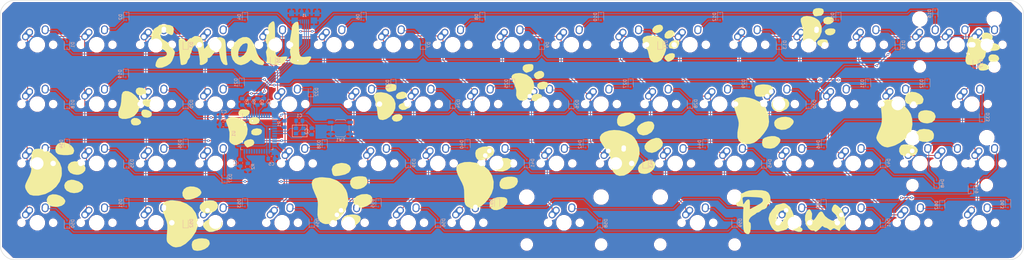
<source format=kicad_pcb>
(kicad_pcb (version 20171130) (host pcbnew "(5.0.0-3-g5ebb6b6)")
  (layers (0 F.Cu signal) (31 B.Cu signal) (34 B.Paste user) (35 F.Paste user) (36 B.SilkS user hide) (37 F.SilkS user hide) (38 B.Mask user) (39 F.Mask user) (44 Edge.Cuts user))
  (net 0 "")
  (net 1 GND)
  (net 2 "Net-(C1-Pad2)")
  (net 3 "Net-(C2-Pad2)")
  (net 4 VCC)
  (net 5 "Net-(C8-Pad1)")
  (net 6 "Net-(D1-Pad2)")
  (net 7 /R0)
  (net 8 "Net-(D2-Pad2)")
  (net 9 /R1)
  (net 10 "Net-(D3-Pad2)")
  (net 11 "Net-(D4-Pad2)")
  (net 12 "Net-(D5-Pad2)")
  (net 13 "Net-(D6-Pad2)")
  (net 14 "Net-(D7-Pad2)")
  (net 15 "Net-(D8-Pad2)")
  (net 16 "Net-(D9-Pad2)")
  (net 17 "Net-(D10-Pad2)")
  (net 18 "Net-(D11-Pad2)")
  (net 19 "Net-(D12-Pad2)")
  (net 20 "Net-(D13-Pad2)")
  (net 21 "Net-(D14-Pad2)")
  (net 22 "Net-(D15-Pad2)")
  (net 23 /R2)
  (net 24 "Net-(D16-Pad2)")
  (net 25 "Net-(D17-Pad2)")
  (net 26 "Net-(D18-Pad2)")
  (net 27 "Net-(D19-Pad2)")
  (net 28 "Net-(D20-Pad2)")
  (net 29 "Net-(D21-Pad2)")
  (net 30 "Net-(D22-Pad2)")
  (net 31 "Net-(D23-Pad2)")
  (net 32 "Net-(D24-Pad2)")
  (net 33 "Net-(D25-Pad2)")
  (net 34 "Net-(D26-Pad2)")
  (net 35 "Net-(D27-Pad2)")
  (net 36 "Net-(D28-Pad2)")
  (net 37 "Net-(D29-Pad2)")
  (net 38 "Net-(D30-Pad2)")
  (net 39 "Net-(D31-Pad2)")
  (net 40 "Net-(D32-Pad2)")
  (net 41 "Net-(D33-Pad2)")
  (net 42 /R4)
  (net 43 "Net-(D34-Pad2)")
  (net 44 "Net-(D35-Pad2)")
  (net 45 /R5)
  (net 46 "Net-(D36-Pad2)")
  (net 47 "Net-(D37-Pad2)")
  (net 48 "Net-(D38-Pad2)")
  (net 49 "Net-(D39-Pad2)")
  (net 50 "Net-(D40-Pad2)")
  (net 51 "Net-(D41-Pad2)")
  (net 52 "Net-(D42-Pad2)")
  (net 53 "Net-(D43-Pad2)")
  (net 54 "Net-(D44-Pad2)")
  (net 55 "Net-(D45-Pad2)")
  (net 56 "Net-(D46-Pad2)")
  (net 57 "Net-(D47-Pad2)")
  (net 58 "Net-(D48-Pad2)")
  (net 59 "Net-(D49-Pad2)")
  (net 60 "Net-(D50-Pad2)")
  (net 61 /R6)
  (net 62 "Net-(D51-Pad2)")
  (net 63 /R7)
  (net 64 "Net-(D52-Pad2)")
  (net 65 "Net-(D53-Pad2)")
  (net 66 "Net-(D54-Pad2)")
  (net 67 "Net-(D55-Pad2)")
  (net 68 "Net-(D56-Pad2)")
  (net 69 "Net-(D57-Pad2)")
  (net 70 "Net-(D58-Pad2)")
  (net 71 "Net-(D59-Pad2)")
  (net 72 "Net-(D60-Pad2)")
  (net 73 "Net-(D61-Pad2)")
  (net 74 "Net-(D62-Pad2)")
  (net 75 "Net-(D63-Pad2)")
  (net 76 "Net-(J1-Pad2)")
  (net 77 "Net-(J1-Pad3)")
  (net 78 "Net-(J1-Pad4)")
  (net 79 /C0)
  (net 80 /C1)
  (net 81 /C2)
  (net 82 /C3)
  (net 83 /C4)
  (net 84 /C5)
  (net 85 /C6)
  (net 86 /C7)
  (net 87 "Net-(R1-Pad1)")
  (net 88 "Net-(R2-Pad2)")
  (net 89 "Net-(R3-Pad1)")
  (net 90 "Net-(R4-Pad1)")
  (net 91 "Net-(U1-Pad1)")
  (net 92 "Net-(U1-Pad8)")
  (net 93 "Net-(U1-Pad9)")
  (net 94 "Net-(U1-Pad10)")
  (net 95 "Net-(U1-Pad11)")
  (net 96 "Net-(U1-Pad12)")
  (net 97 "Net-(U1-Pad18)")
  (net 98 "Net-(U1-Pad19)")
  (net 99 "Net-(U1-Pad21)")
  (net 100 "Net-(U1-Pad25)")
  (net 101 "Net-(U1-Pad26)")
  (net 102 "Net-(U1-Pad27)")
  (net 103 "Net-(U1-Pad28)")
  (net 104 "Net-(U1-Pad29)")
  (net 105 "Net-(U1-Pad30)")
  (net 106 "Net-(U1-Pad31)")
  (net 107 "Net-(U1-Pad32)")
  (net 108 "Net-(U1-Pad36)")
  (net 109 "Net-(U1-Pad37)")
  (net 110 "Net-(U1-Pad38)")
  (net 111 "Net-(U1-Pad39)")
  (net 112 "Net-(U1-Pad40)")
  (net 113 "Net-(U1-Pad41)")
  (net 114 "Net-(U1-Pad42)")
  (net 115 /R3)
  (module Button_Switch_SMD:SW_SPST_TL3342 (layer B.Cu) (at 159.24596 79.176496)
    (fp_text reference SW1 (at 0 3.75) (layer B.SilkS) (effects (justify mirror)))
    (fp_text value SW_PUSH)
    (pad 1 smd rect (at -3.15 1.9) (size 1.7 1) (layers B.Cu B.Paste B.Mask) (net 1 GND))
    (pad 1 smd rect (at 3.15 1.9) (size 1.7 1) (layers B.Cu B.Paste B.Mask) (net 1 GND))
    (pad 2 smd rect (at -3.15 -1.9) (size 1.7 1) (layers B.Cu B.Paste B.Mask) (net 87 "Net-(R1-Pad1)"))
    (pad 2 smd rect (at 3.15 -1.9) (size 1.7 1) (layers B.Cu B.Paste B.Mask) (net 87 "Net-(R1-Pad1)"))
  )
  (module MX_Alps_Hybrid:MX-1U-NoLED (layer F.Cu) (at 80.9625 90.4875)
    (fp_text reference K35)
    (fp_text value KEYSW)
    (pad 2 thru_hole oval (at 2.5 -4.5 86.0548) (size 2.831378 2.25) (drill 1.47 (offset 0.290689 0)) (layers *.Cu B.Mask) (net 44 "Net-(D35-Pad2)"))
    (pad 2 thru_hole circle (at 2.54 -5.08) (size 2.25 2.25) (drill 1.47) (layers *.Cu B.Mask) (net 44 "Net-(D35-Pad2)"))
    (pad 1 thru_hole oval (at -3.81 -2.54 48.0996) (size 4.211556 2.25) (drill 1.47 (offset 0.980778 0)) (layers *.Cu B.Mask) (net 79 /C0))
    (pad "" np_thru_hole circle (at 0 0) (size 3.9878 3.9878) (drill 3.9878) (layers *.Cu *.Mask))
    (pad 1 thru_hole circle (at -2.5 -4) (size 2.25 2.25) (drill 1.47) (layers *.Cu B.Mask) (net 79 /C0))
    (pad "" np_thru_hole circle (at -5.08 0 48.0996) (size 1.75 1.75) (drill 1.75) (layers *.Cu *.Mask))
    (pad "" np_thru_hole circle (at 5.08 0 48.0996) (size 1.75 1.75) (drill 1.75) (layers *.Cu *.Mask))
  )
  (module MX_Alps_Hybrid:MX-1U-NoLED (layer F.Cu) (at 304.8 109.5375)
    (fp_text reference K60)
    (fp_text value KEYSW)
    (pad 2 thru_hole oval (at 2.5 -4.5 86.0548) (size 2.831378 2.25) (drill 1.47 (offset 0.290689 0)) (layers *.Cu B.Mask) (net 72 "Net-(D60-Pad2)"))
    (pad 2 thru_hole circle (at 2.54 -5.08) (size 2.25 2.25) (drill 1.47) (layers *.Cu B.Mask) (net 72 "Net-(D60-Pad2)"))
    (pad 1 thru_hole oval (at -3.81 -2.54 48.0996) (size 4.211556 2.25) (drill 1.47 (offset 0.980778 0)) (layers *.Cu B.Mask) (net 84 /C5))
    (pad "" np_thru_hole circle (at 0 0) (size 3.9878 3.9878) (drill 3.9878) (layers *.Cu *.Mask))
    (pad 1 thru_hole circle (at -2.5 -4) (size 2.25 2.25) (drill 1.47) (layers *.Cu B.Mask) (net 84 /C5))
    (pad "" np_thru_hole circle (at -5.08 0 48.0996) (size 1.75 1.75) (drill 1.75) (layers *.Cu *.Mask))
    (pad "" np_thru_hole circle (at 5.08 0 48.0996) (size 1.75 1.75) (drill 1.75) (layers *.Cu *.Mask))
  )
  (module MX_Alps_Hybrid:MX-1U-NoLED (layer F.Cu) (at 328.6125 52.3875)
    (fp_text reference K15)
    (fp_text value KEYSW)
    (pad "" np_thru_hole circle (at 5.08 0 48.0996) (size 1.75 1.75) (drill 1.75) (layers *.Cu *.Mask))
    (pad "" np_thru_hole circle (at -5.08 0 48.0996) (size 1.75 1.75) (drill 1.75) (layers *.Cu *.Mask))
    (pad 1 thru_hole circle (at -2.5 -4) (size 2.25 2.25) (drill 1.47) (layers *.Cu B.Mask) (net 86 /C7))
    (pad "" np_thru_hole circle (at 0 0) (size 3.9878 3.9878) (drill 3.9878) (layers *.Cu *.Mask))
    (pad 1 thru_hole oval (at -3.81 -2.54 48.0996) (size 4.211556 2.25) (drill 1.47 (offset 0.980778 0)) (layers *.Cu B.Mask) (net 86 /C7))
    (pad 2 thru_hole circle (at 2.54 -5.08) (size 2.25 2.25) (drill 1.47) (layers *.Cu B.Mask) (net 22 "Net-(D15-Pad2)"))
    (pad 2 thru_hole oval (at 2.5 -4.5 86.0548) (size 2.831378 2.25) (drill 1.47 (offset 0.290689 0)) (layers *.Cu B.Mask) (net 22 "Net-(D15-Pad2)"))
  )
  (module MX_Alps_Hybrid:MX-1U-NoLED (layer F.Cu) (at 190.5 90.4875)
    (fp_text reference K40)
    (fp_text value KEYSW)
    (pad "" np_thru_hole circle (at 5.08 0 48.0996) (size 1.75 1.75) (drill 1.75) (layers *.Cu *.Mask))
    (pad "" np_thru_hole circle (at -5.08 0 48.0996) (size 1.75 1.75) (drill 1.75) (layers *.Cu *.Mask))
    (pad 1 thru_hole circle (at -2.5 -4) (size 2.25 2.25) (drill 1.47) (layers *.Cu B.Mask) (net 82 /C3))
    (pad "" np_thru_hole circle (at 0 0) (size 3.9878 3.9878) (drill 3.9878) (layers *.Cu *.Mask))
    (pad 1 thru_hole oval (at -3.81 -2.54 48.0996) (size 4.211556 2.25) (drill 1.47 (offset 0.980778 0)) (layers *.Cu B.Mask) (net 82 /C3))
    (pad 2 thru_hole circle (at 2.54 -5.08) (size 2.25 2.25) (drill 1.47) (layers *.Cu B.Mask) (net 50 "Net-(D40-Pad2)"))
    (pad 2 thru_hole oval (at 2.5 -4.5 86.0548) (size 2.831378 2.25) (drill 1.47 (offset 0.290689 0)) (layers *.Cu B.Mask) (net 50 "Net-(D40-Pad2)"))
  )
  (module MX_Alps_Hybrid:MX-1U-NoLED (layer F.Cu) (at 309.5625 52.3875)
    (fp_text reference K14)
    (fp_text value KEYSW)
    (pad 2 thru_hole oval (at 2.5 -4.5 86.0548) (size 2.831378 2.25) (drill 1.47 (offset 0.290689 0)) (layers *.Cu B.Mask) (net 21 "Net-(D14-Pad2)"))
    (pad 2 thru_hole circle (at 2.54 -5.08) (size 2.25 2.25) (drill 1.47) (layers *.Cu B.Mask) (net 21 "Net-(D14-Pad2)"))
    (pad 1 thru_hole oval (at -3.81 -2.54 48.0996) (size 4.211556 2.25) (drill 1.47 (offset 0.980778 0)) (layers *.Cu B.Mask) (net 85 /C6))
    (pad "" np_thru_hole circle (at 0 0) (size 3.9878 3.9878) (drill 3.9878) (layers *.Cu *.Mask))
    (pad 1 thru_hole circle (at -2.5 -4) (size 2.25 2.25) (drill 1.47) (layers *.Cu B.Mask) (net 85 /C6))
    (pad "" np_thru_hole circle (at -5.08 0 48.0996) (size 1.75 1.75) (drill 1.75) (layers *.Cu *.Mask))
    (pad "" np_thru_hole circle (at 5.08 0 48.0996) (size 1.75 1.75) (drill 1.75) (layers *.Cu *.Mask))
  )
  (module MX_Alps_Hybrid:MX-1U-NoLED (layer F.Cu) (at 195.2625 52.3875)
    (fp_text reference K8)
    (fp_text value KEYSW)
    (pad 2 thru_hole oval (at 2.5 -4.5 86.0548) (size 2.831378 2.25) (drill 1.47 (offset 0.290689 0)) (layers *.Cu B.Mask) (net 15 "Net-(D8-Pad2)"))
    (pad 2 thru_hole circle (at 2.54 -5.08) (size 2.25 2.25) (drill 1.47) (layers *.Cu B.Mask) (net 15 "Net-(D8-Pad2)"))
    (pad 1 thru_hole oval (at -3.81 -2.54 48.0996) (size 4.211556 2.25) (drill 1.47 (offset 0.980778 0)) (layers *.Cu B.Mask) (net 82 /C3))
    (pad "" np_thru_hole circle (at 0 0) (size 3.9878 3.9878) (drill 3.9878) (layers *.Cu *.Mask))
    (pad 1 thru_hole circle (at -2.5 -4) (size 2.25 2.25) (drill 1.47) (layers *.Cu B.Mask) (net 82 /C3))
    (pad "" np_thru_hole circle (at -5.08 0 48.0996) (size 1.75 1.75) (drill 1.75) (layers *.Cu *.Mask))
    (pad "" np_thru_hole circle (at 5.08 0 48.0996) (size 1.75 1.75) (drill 1.75) (layers *.Cu *.Mask))
  )
  (module MX_Alps_Hybrid:MX-1U-NoLED (layer F.Cu) (at 138.1125 52.3875)
    (fp_text reference K5)
    (fp_text value KEYSW)
    (pad 2 thru_hole oval (at 2.5 -4.5 86.0548) (size 2.831378 2.25) (drill 1.47 (offset 0.290689 0)) (layers *.Cu B.Mask) (net 12 "Net-(D5-Pad2)"))
    (pad 2 thru_hole circle (at 2.54 -5.08) (size 2.25 2.25) (drill 1.47) (layers *.Cu B.Mask) (net 12 "Net-(D5-Pad2)"))
    (pad 1 thru_hole oval (at -3.81 -2.54 48.0996) (size 4.211556 2.25) (drill 1.47 (offset 0.980778 0)) (layers *.Cu B.Mask) (net 81 /C2))
    (pad "" np_thru_hole circle (at 0 0) (size 3.9878 3.9878) (drill 3.9878) (layers *.Cu *.Mask))
    (pad 1 thru_hole circle (at -2.5 -4) (size 2.25 2.25) (drill 1.47) (layers *.Cu B.Mask) (net 81 /C2))
    (pad "" np_thru_hole circle (at -5.08 0 48.0996) (size 1.75 1.75) (drill 1.75) (layers *.Cu *.Mask))
    (pad "" np_thru_hole circle (at 5.08 0 48.0996) (size 1.75 1.75) (drill 1.75) (layers *.Cu *.Mask))
  )
  (module MX_Alps_Hybrid:MX-1U-NoLED (layer F.Cu) (at 80.9625 52.3875)
    (fp_text reference K2)
    (fp_text value KEYSW)
    (pad "" np_thru_hole circle (at 5.08 0 48.0996) (size 1.75 1.75) (drill 1.75) (layers *.Cu *.Mask))
    (pad "" np_thru_hole circle (at -5.08 0 48.0996) (size 1.75 1.75) (drill 1.75) (layers *.Cu *.Mask))
    (pad 1 thru_hole circle (at -2.5 -4) (size 2.25 2.25) (drill 1.47) (layers *.Cu B.Mask) (net 79 /C0))
    (pad "" np_thru_hole circle (at 0 0) (size 3.9878 3.9878) (drill 3.9878) (layers *.Cu *.Mask))
    (pad 1 thru_hole oval (at -3.81 -2.54 48.0996) (size 4.211556 2.25) (drill 1.47 (offset 0.980778 0)) (layers *.Cu B.Mask) (net 79 /C0))
    (pad 2 thru_hole circle (at 2.54 -5.08) (size 2.25 2.25) (drill 1.47) (layers *.Cu B.Mask) (net 8 "Net-(D2-Pad2)"))
    (pad 2 thru_hole oval (at 2.5 -4.5 86.0548) (size 2.831378 2.25) (drill 1.47 (offset 0.290689 0)) (layers *.Cu B.Mask) (net 8 "Net-(D2-Pad2)"))
  )
  (module MX_Alps_Hybrid:MX-1U-NoLED (layer F.Cu) (at 80.9625 71.4375)
    (fp_text reference K19)
    (fp_text value KEYSW)
    (pad 2 thru_hole oval (at 2.5 -4.5 86.0548) (size 2.831378 2.25) (drill 1.47 (offset 0.290689 0)) (layers *.Cu B.Mask) (net 27 "Net-(D19-Pad2)"))
    (pad 2 thru_hole circle (at 2.54 -5.08) (size 2.25 2.25) (drill 1.47) (layers *.Cu B.Mask) (net 27 "Net-(D19-Pad2)"))
    (pad 1 thru_hole oval (at -3.81 -2.54 48.0996) (size 4.211556 2.25) (drill 1.47 (offset 0.980778 0)) (layers *.Cu B.Mask) (net 79 /C0))
    (pad "" np_thru_hole circle (at 0 0) (size 3.9878 3.9878) (drill 3.9878) (layers *.Cu *.Mask))
    (pad 1 thru_hole circle (at -2.5 -4) (size 2.25 2.25) (drill 1.47) (layers *.Cu B.Mask) (net 79 /C0))
    (pad "" np_thru_hole circle (at -5.08 0 48.0996) (size 1.75 1.75) (drill 1.75) (layers *.Cu *.Mask))
    (pad "" np_thru_hole circle (at 5.08 0 48.0996) (size 1.75 1.75) (drill 1.75) (layers *.Cu *.Mask))
  )
  (module MX_Alps_Hybrid:MX-1U-NoLED (layer F.Cu) (at 61.9125 90.4875)
    (fp_text reference K34)
    (fp_text value KEYSW)
    (pad "" np_thru_hole circle (at 5.08 0 48.0996) (size 1.75 1.75) (drill 1.75) (layers *.Cu *.Mask))
    (pad "" np_thru_hole circle (at -5.08 0 48.0996) (size 1.75 1.75) (drill 1.75) (layers *.Cu *.Mask))
    (pad 1 thru_hole circle (at -2.5 -4) (size 2.25 2.25) (drill 1.47) (layers *.Cu B.Mask) (net 79 /C0))
    (pad "" np_thru_hole circle (at 0 0) (size 3.9878 3.9878) (drill 3.9878) (layers *.Cu *.Mask))
    (pad 1 thru_hole oval (at -3.81 -2.54 48.0996) (size 4.211556 2.25) (drill 1.47 (offset 0.980778 0)) (layers *.Cu B.Mask) (net 79 /C0))
    (pad 2 thru_hole circle (at 2.54 -5.08) (size 2.25 2.25) (drill 1.47) (layers *.Cu B.Mask) (net 43 "Net-(D34-Pad2)"))
    (pad 2 thru_hole oval (at 2.5 -4.5 86.0548) (size 2.831378 2.25) (drill 1.47 (offset 0.290689 0)) (layers *.Cu B.Mask) (net 43 "Net-(D34-Pad2)"))
  )
  (module MX_Alps_Hybrid:MX-1U-NoLED (layer F.Cu) (at 61.9125 71.4375)
    (fp_text reference K18)
    (fp_text value KEYSW)
    (pad "" np_thru_hole circle (at 5.08 0 48.0996) (size 1.75 1.75) (drill 1.75) (layers *.Cu *.Mask))
    (pad "" np_thru_hole circle (at -5.08 0 48.0996) (size 1.75 1.75) (drill 1.75) (layers *.Cu *.Mask))
    (pad 1 thru_hole circle (at -2.5 -4) (size 2.25 2.25) (drill 1.47) (layers *.Cu B.Mask) (net 79 /C0))
    (pad "" np_thru_hole circle (at 0 0) (size 3.9878 3.9878) (drill 3.9878) (layers *.Cu *.Mask))
    (pad 1 thru_hole oval (at -3.81 -2.54 48.0996) (size 4.211556 2.25) (drill 1.47 (offset 0.980778 0)) (layers *.Cu B.Mask) (net 79 /C0))
    (pad 2 thru_hole circle (at 2.54 -5.08) (size 2.25 2.25) (drill 1.47) (layers *.Cu B.Mask) (net 26 "Net-(D18-Pad2)"))
    (pad 2 thru_hole oval (at 2.5 -4.5 86.0548) (size 2.831378 2.25) (drill 1.47 (offset 0.290689 0)) (layers *.Cu B.Mask) (net 26 "Net-(D18-Pad2)"))
  )
  (module Package_QFP:TQFP-44_10x10mm_P0.8mm (layer B.Cu) (at 132.384935 80.914702 270)
    (fp_text reference U1 (at 0 7.45 270) (layer B.SilkS) (effects (justify mirror)))
    (fp_text value ATMEGA32U4)
    (pad 1 smd rect (at -5.7 4 270) (size 1.5 0.55) (layers B.Cu B.Paste B.Mask) (net 91 "Net-(U1-Pad1)"))
    (pad 2 smd rect (at -5.7 3.2 270) (size 1.5 0.55) (layers B.Cu B.Paste B.Mask) (net 4 VCC))
    (pad 3 smd rect (at -5.7 2.4 270) (size 1.5 0.55) (layers B.Cu B.Paste B.Mask) (net 89 "Net-(R3-Pad1)"))
    (pad 4 smd rect (at -5.7 1.6 270) (size 1.5 0.55) (layers B.Cu B.Paste B.Mask) (net 90 "Net-(R4-Pad1)"))
    (pad 5 smd rect (at -5.7 0.8 270) (size 1.5 0.55) (layers B.Cu B.Paste B.Mask) (net 1 GND))
    (pad 6 smd rect (at -5.7 0 270) (size 1.5 0.55) (layers B.Cu B.Paste B.Mask) (net 5 "Net-(C8-Pad1)"))
    (pad 7 smd rect (at -5.7 -0.8 270) (size 1.5 0.55) (layers B.Cu B.Paste B.Mask) (net 4 VCC))
    (pad 8 smd rect (at -5.7 -1.6 270) (size 1.5 0.55) (layers B.Cu B.Paste B.Mask) (net 92 "Net-(U1-Pad8)"))
    (pad 9 smd rect (at -5.7 -2.4 270) (size 1.5 0.55) (layers B.Cu B.Paste B.Mask) (net 93 "Net-(U1-Pad9)"))
    (pad 10 smd rect (at -5.7 -3.2 270) (size 1.5 0.55) (layers B.Cu B.Paste B.Mask) (net 94 "Net-(U1-Pad10)"))
    (pad 11 smd rect (at -5.7 -4 270) (size 1.5 0.55) (layers B.Cu B.Paste B.Mask) (net 95 "Net-(U1-Pad11)"))
    (pad 12 smd rect (at -4 -5.7 180) (size 1.5 0.55) (layers B.Cu B.Paste B.Mask) (net 96 "Net-(U1-Pad12)"))
    (pad 13 smd rect (at -3.2 -5.7 180) (size 1.5 0.55) (layers B.Cu B.Paste B.Mask) (net 87 "Net-(R1-Pad1)"))
    (pad 14 smd rect (at -2.4 -5.7 180) (size 1.5 0.55) (layers B.Cu B.Paste B.Mask) (net 4 VCC))
    (pad 15 smd rect (at -1.6 -5.7 180) (size 1.5 0.55) (layers B.Cu B.Paste B.Mask) (net 1 GND))
    (pad 16 smd rect (at -0.8 -5.7 180) (size 1.5 0.55) (layers B.Cu B.Paste B.Mask) (net 2 "Net-(C1-Pad2)"))
    (pad 17 smd rect (at 0 -5.7 180) (size 1.5 0.55) (layers B.Cu B.Paste B.Mask) (net 3 "Net-(C2-Pad2)"))
    (pad 18 smd rect (at 0.8 -5.7 180) (size 1.5 0.55) (layers B.Cu B.Paste B.Mask) (net 97 "Net-(U1-Pad18)"))
    (pad 19 smd rect (at 1.6 -5.7 180) (size 1.5 0.55) (layers B.Cu B.Paste B.Mask) (net 98 "Net-(U1-Pad19)"))
    (pad 20 smd rect (at 2.4 -5.7 180) (size 1.5 0.55) (layers B.Cu B.Paste B.Mask) (net 42 /R4))
    (pad 21 smd rect (at 3.2 -5.7 180) (size 1.5 0.55) (layers B.Cu B.Paste B.Mask) (net 99 "Net-(U1-Pad21)"))
    (pad 22 smd rect (at 4 -5.7 180) (size 1.5 0.55) (layers B.Cu B.Paste B.Mask) (net 81 /C2))
    (pad 23 smd rect (at 5.7 -4 270) (size 1.5 0.55) (layers B.Cu B.Paste B.Mask) (net 1 GND))
    (pad 24 smd rect (at 5.7 -3.2 270) (size 1.5 0.55) (layers B.Cu B.Paste B.Mask) (net 4 VCC))
    (pad 25 smd rect (at 5.7 -2.4 270) (size 1.5 0.55) (layers B.Cu B.Paste B.Mask) (net 100 "Net-(U1-Pad25)"))
    (pad 26 smd rect (at 5.7 -1.6 270) (size 1.5 0.55) (layers B.Cu B.Paste B.Mask) (net 101 "Net-(U1-Pad26)"))
    (pad 27 smd rect (at 5.7 -0.8 270) (size 1.5 0.55) (layers B.Cu B.Paste B.Mask) (net 102 "Net-(U1-Pad27)"))
    (pad 28 smd rect (at 5.7 0 270) (size 1.5 0.55) (layers B.Cu B.Paste B.Mask) (net 103 "Net-(U1-Pad28)"))
    (pad 29 smd rect (at 5.7 0.8 270) (size 1.5 0.55) (layers B.Cu B.Paste B.Mask) (net 104 "Net-(U1-Pad29)"))
    (pad 30 smd rect (at 5.7 1.6 270) (size 1.5 0.55) (layers B.Cu B.Paste B.Mask) (net 105 "Net-(U1-Pad30)"))
    (pad 31 smd rect (at 5.7 2.4 270) (size 1.5 0.55) (layers B.Cu B.Paste B.Mask) (net 106 "Net-(U1-Pad31)"))
    (pad 32 smd rect (at 5.7 3.2 270) (size 1.5 0.55) (layers B.Cu B.Paste B.Mask) (net 107 "Net-(U1-Pad32)"))
    (pad 33 smd rect (at 5.7 4 270) (size 1.5 0.55) (layers B.Cu B.Paste B.Mask) (net 88 "Net-(R2-Pad2)"))
    (pad 34 smd rect (at 4 5.7 180) (size 1.5 0.55) (layers B.Cu B.Paste B.Mask) (net 4 VCC))
    (pad 35 smd rect (at 3.2 5.7 180) (size 1.5 0.55) (layers B.Cu B.Paste B.Mask) (net 1 GND))
    (pad 36 smd rect (at 2.4 5.7 180) (size 1.5 0.55) (layers B.Cu B.Paste B.Mask) (net 108 "Net-(U1-Pad36)"))
    (pad 37 smd rect (at 1.6 5.7 180) (size 1.5 0.55) (layers B.Cu B.Paste B.Mask) (net 109 "Net-(U1-Pad37)"))
    (pad 38 smd rect (at 0.8 5.7 180) (size 1.5 0.55) (layers B.Cu B.Paste B.Mask) (net 110 "Net-(U1-Pad38)"))
    (pad 39 smd rect (at 0 5.7 180) (size 1.5 0.55) (layers B.Cu B.Paste B.Mask) (net 111 "Net-(U1-Pad39)"))
    (pad 40 smd rect (at -0.8 5.7 180) (size 1.5 0.55) (layers B.Cu B.Paste B.Mask) (net 112 "Net-(U1-Pad40)"))
    (pad 41 smd rect (at -1.6 5.7 180) (size 1.5 0.55) (layers B.Cu B.Paste B.Mask) (net 113 "Net-(U1-Pad41)"))
    (pad 42 smd rect (at -2.4 5.7 180) (size 1.5 0.55) (layers B.Cu B.Paste B.Mask) (net 114 "Net-(U1-Pad42)"))
    (pad 43 smd rect (at -3.2 5.7 180) (size 1.5 0.55) (layers B.Cu B.Paste B.Mask) (net 1 GND))
    (pad 44 smd rect (at -4 5.7 180) (size 1.5 0.55) (layers B.Cu B.Paste B.Mask) (net 4 VCC))
  )
  (module MX_Alps_Hybrid:MX-1U-NoLED (layer F.Cu) (at 119.0626 71.43756)
    (fp_text reference K21)
    (fp_text value KEYSW)
    (pad 2 thru_hole oval (at 2.5 -4.5 86.0548) (size 2.831378 2.25) (drill 1.47 (offset 0.290689 0)) (layers *.Cu B.Mask) (net 29 "Net-(D21-Pad2)"))
    (pad 2 thru_hole circle (at 2.54 -5.08) (size 2.25 2.25) (drill 1.47) (layers *.Cu B.Mask) (net 29 "Net-(D21-Pad2)"))
    (pad 1 thru_hole oval (at -3.81 -2.54 48.0996) (size 4.211556 2.25) (drill 1.47 (offset 0.980778 0)) (layers *.Cu B.Mask) (net 80 /C1))
    (pad "" np_thru_hole circle (at 0 0) (size 3.9878 3.9878) (drill 3.9878) (layers *.Cu *.Mask))
    (pad 1 thru_hole circle (at -2.5 -4) (size 2.25 2.25) (drill 1.47) (layers *.Cu B.Mask) (net 80 /C1))
    (pad "" np_thru_hole circle (at -5.08 0 48.0996) (size 1.75 1.75) (drill 1.75) (layers *.Cu *.Mask))
    (pad "" np_thru_hole circle (at 5.08 0 48.0996) (size 1.75 1.75) (drill 1.75) (layers *.Cu *.Mask))
  )
  (module MX_Alps_Hybrid:MX-1.5U-NoLED (layer F.Cu) (at 142.875 71.43744)
    (fp_text reference K22)
    (fp_text value KEYSW)
    (pad 2 thru_hole oval (at 2.5 -4.5 86.0548) (size 2.831378 2.25) (drill 1.47 (offset 0.290689 0)) (layers *.Cu B.Mask) (net 30 "Net-(D22-Pad2)"))
    (pad 2 thru_hole circle (at 2.54 -5.08) (size 2.25 2.25) (drill 1.47) (layers *.Cu B.Mask) (net 30 "Net-(D22-Pad2)"))
    (pad 1 thru_hole oval (at -3.81 -2.54 48.0996) (size 4.211556 2.25) (drill 1.47 (offset 0.980778 0)) (layers *.Cu B.Mask) (net 81 /C2))
    (pad "" np_thru_hole circle (at 0 0) (size 3.9878 3.9878) (drill 3.9878) (layers *.Cu *.Mask))
    (pad 1 thru_hole circle (at -2.5 -4) (size 2.25 2.25) (drill 1.47) (layers *.Cu B.Mask) (net 81 /C2))
    (pad "" np_thru_hole circle (at -5.08 0 48.0996) (size 1.75 1.75) (drill 1.75) (layers *.Cu *.Mask))
    (pad "" np_thru_hole circle (at 5.08 0 48.0996) (size 1.75 1.75) (drill 1.75) (layers *.Cu *.Mask))
  )
  (module keyboard_parts:FA-238 (layer B.Cu) (at 146.149096 80.069464)
    (fp_text reference X1 hide)
    (fp_text value XTAL_GND hide)
    (pad 3 smd rect (at -1.1 0.8) (size 1.4 1.2) (drill (offset -0.1 0.05)) (layers B.Cu B.Paste B.Mask) (net 1 GND) (clearance 0.2))
    (pad 2 smd rect (at 1.1 0.8) (size 1.4 1.2) (drill (offset 0.1 0.05)) (layers B.Cu B.Paste B.Mask) (net 3 "Net-(C2-Pad2)") (clearance 0.2))
    (pad 1 smd rect (at -1.1 -0.8) (size 1.4 1.2) (drill (offset -0.1 -0.05)) (layers B.Cu B.Paste B.Mask) (net 2 "Net-(C1-Pad2)") (clearance 0.2))
    (pad 3 smd rect (at 1.1 -0.8) (size 1.4 1.2) (drill (offset 0.1 -0.05)) (layers B.Cu B.Paste B.Mask) (net 1 GND) (clearance 0.2))
  )
  (module MX_Alps_Hybrid:MX-1U-NoLED (layer F.Cu) (at 61.9125 52.3875)
    (fp_text reference K1)
    (fp_text value KEYSW)
    (pad 2 thru_hole oval (at 2.5 -4.5 86.0548) (size 2.831378 2.25) (drill 1.47 (offset 0.290689 0)) (layers *.Cu B.Mask) (net 6 "Net-(D1-Pad2)"))
    (pad 2 thru_hole circle (at 2.54 -5.08) (size 2.25 2.25) (drill 1.47) (layers *.Cu B.Mask) (net 6 "Net-(D1-Pad2)"))
    (pad 1 thru_hole oval (at -3.81 -2.54 48.0996) (size 4.211556 2.25) (drill 1.47 (offset 0.980778 0)) (layers *.Cu B.Mask) (net 79 /C0))
    (pad "" np_thru_hole circle (at 0 0) (size 3.9878 3.9878) (drill 3.9878) (layers *.Cu *.Mask))
    (pad 1 thru_hole circle (at -2.5 -4) (size 2.25 2.25) (drill 1.47) (layers *.Cu B.Mask) (net 79 /C0))
    (pad "" np_thru_hole circle (at -5.08 0 48.0996) (size 1.75 1.75) (drill 1.75) (layers *.Cu *.Mask))
    (pad "" np_thru_hole circle (at 5.08 0 48.0996) (size 1.75 1.75) (drill 1.75) (layers *.Cu *.Mask))
  )
  (module MX_Alps_Hybrid:MX-1U-NoLED (layer F.Cu) (at 119.0625 90.4875)
    (fp_text reference K37)
    (fp_text value KEYSW)
    (pad 2 thru_hole oval (at 2.5 -4.5 86.0548) (size 2.831378 2.25) (drill 1.47 (offset 0.290689 0)) (layers *.Cu B.Mask) (net 47 "Net-(D37-Pad2)"))
    (pad 2 thru_hole circle (at 2.54 -5.08) (size 2.25 2.25) (drill 1.47) (layers *.Cu B.Mask) (net 47 "Net-(D37-Pad2)"))
    (pad 1 thru_hole oval (at -3.81 -2.54 48.0996) (size 4.211556 2.25) (drill 1.47 (offset 0.980778 0)) (layers *.Cu B.Mask) (net 80 /C1))
    (pad "" np_thru_hole circle (at 0 0) (size 3.9878 3.9878) (drill 3.9878) (layers *.Cu *.Mask))
    (pad 1 thru_hole circle (at -2.5 -4) (size 2.25 2.25) (drill 1.47) (layers *.Cu B.Mask) (net 80 /C1))
    (pad "" np_thru_hole circle (at -5.08 0 48.0996) (size 1.75 1.75) (drill 1.75) (layers *.Cu *.Mask))
    (pad "" np_thru_hole circle (at 5.08 0 48.0996) (size 1.75 1.75) (drill 1.75) (layers *.Cu *.Mask))
  )
  (module Resistor_SMD:R_0805_2012Metric_Pad1.15x1.40mm_HandSolder (layer B.Cu) (at 141.237772 77.85384 270)
    (fp_text reference R1 (at 0 1.65 270) (layer B.SilkS) (effects (justify mirror)))
    (fp_text value 10k)
    (pad 2 smd roundrect (at 1.025 0 270) (size 1.15 1.4) (layers B.Cu B.Paste B.Mask) (roundrect_rratio 0.217391) (net 4 VCC))
    (pad 1 smd roundrect (at -1.025 0 270) (size 1.15 1.4) (layers B.Cu B.Paste B.Mask) (roundrect_rratio 0.217391) (net 87 "Net-(R1-Pad1)"))
  )
  (module MX_Alps_Hybrid:MX-2U-ReversedStabilizers-NoLED (layer F.Cu) (at 357.1875 52.3875)
    (fp_text reference K17.2)
    (fp_text value KEYSW)
    (pad 2 thru_hole oval (at 2.5 -4.5 86.0548) (size 2.831378 2.25) (drill 1.47 (offset 0.290689 0)) (layers *.Cu B.Mask) (net 25 "Net-(D17-Pad2)"))
    (pad 2 thru_hole circle (at 2.54 -5.08) (size 2.25 2.25) (drill 1.47) (layers *.Cu B.Mask) (net 25 "Net-(D17-Pad2)"))
    (pad 1 thru_hole oval (at -3.81 -2.54 48.0996) (size 4.211556 2.25) (drill 1.47 (offset 0.980778 0)) (layers *.Cu B.Mask) (net 86 /C7))
    (pad "" np_thru_hole circle (at 0 0) (size 3.9878 3.9878) (drill 3.9878) (layers *.Cu *.Mask))
    (pad 1 thru_hole circle (at -2.5 -4) (size 2.25 2.25) (drill 1.47) (layers *.Cu B.Mask) (net 86 /C7))
    (pad "" np_thru_hole circle (at -5.08 0 48.0996) (size 1.75 1.75) (drill 1.75) (layers *.Cu *.Mask))
    (pad "" np_thru_hole circle (at 5.08 0 48.0996) (size 1.75 1.75) (drill 1.75) (layers *.Cu *.Mask))
    (pad "" np_thru_hole circle (at -11.938 6.985) (size 3.048 3.048) (drill 3.048) (layers *.Cu *.Mask))
    (pad "" np_thru_hole circle (at 11.938 6.985) (size 3.048 3.048) (drill 3.048) (layers *.Cu *.Mask))
    (pad "" np_thru_hole circle (at -11.938 -8.255) (size 3.9878 3.9878) (drill 3.9878) (layers *.Cu *.Mask))
    (pad "" np_thru_hole circle (at 11.938 -8.255) (size 3.9878 3.9878) (drill 3.9878) (layers *.Cu *.Mask))
  )
  (module MX_Alps_Hybrid:MX-1.25U-NoLED (layer F.Cu) (at 364.33125 109.5375)
    (fp_text reference K63)
    (fp_text value KEYSW)
    (pad 2 thru_hole oval (at 2.5 -4.5 86.0548) (size 2.831378 2.25) (drill 1.47 (offset 0.290689 0)) (layers *.Cu B.Mask) (net 75 "Net-(D63-Pad2)"))
    (pad 2 thru_hole circle (at 2.54 -5.08) (size 2.25 2.25) (drill 1.47) (layers *.Cu B.Mask) (net 75 "Net-(D63-Pad2)"))
    (pad 1 thru_hole oval (at -3.81 -2.54 48.0996) (size 4.211556 2.25) (drill 1.47 (offset 0.980778 0)) (layers *.Cu B.Mask) (net 86 /C7))
    (pad "" np_thru_hole circle (at 0 0) (size 3.9878 3.9878) (drill 3.9878) (layers *.Cu *.Mask))
    (pad 1 thru_hole circle (at -2.5 -4) (size 2.25 2.25) (drill 1.47) (layers *.Cu B.Mask) (net 86 /C7))
    (pad "" np_thru_hole circle (at -5.08 0 48.0996) (size 1.75 1.75) (drill 1.75) (layers *.Cu *.Mask))
    (pad "" np_thru_hole circle (at 5.08 0 48.0996) (size 1.75 1.75) (drill 1.75) (layers *.Cu *.Mask))
  )
  (module MX_Alps_Hybrid:MX-1.25U-NoLED (layer F.Cu) (at 140.49375 109.5375)
    (fp_text reference K54)
    (fp_text value KEYSW)
    (pad "" np_thru_hole circle (at 5.08 0 48.0996) (size 1.75 1.75) (drill 1.75) (layers *.Cu *.Mask))
    (pad "" np_thru_hole circle (at -5.08 0 48.0996) (size 1.75 1.75) (drill 1.75) (layers *.Cu *.Mask))
    (pad 1 thru_hole circle (at -2.5 -4) (size 2.25 2.25) (drill 1.47) (layers *.Cu B.Mask) (net 81 /C2))
    (pad "" np_thru_hole circle (at 0 0) (size 3.9878 3.9878) (drill 3.9878) (layers *.Cu *.Mask))
    (pad 1 thru_hole oval (at -3.81 -2.54 48.0996) (size 4.211556 2.25) (drill 1.47 (offset 0.980778 0)) (layers *.Cu B.Mask) (net 81 /C2))
    (pad 2 thru_hole circle (at 2.54 -5.08) (size 2.25 2.25) (drill 1.47) (layers *.Cu B.Mask) (net 66 "Net-(D54-Pad2)"))
    (pad 2 thru_hole oval (at 2.5 -4.5 86.0548) (size 2.831378 2.25) (drill 1.47 (offset 0.290689 0)) (layers *.Cu B.Mask) (net 66 "Net-(D54-Pad2)"))
  )
  (module MX_Alps_Hybrid:MX-1.25U-NoLED (layer F.Cu) (at 345.28125 90.4875)
    (fp_text reference K48)
    (fp_text value KEYSW)
    (pad 2 thru_hole oval (at 2.5 -4.5 86.0548) (size 2.831378 2.25) (drill 1.47 (offset 0.290689 0)) (layers *.Cu B.Mask) (net 58 "Net-(D48-Pad2)"))
    (pad 2 thru_hole circle (at 2.54 -5.08) (size 2.25 2.25) (drill 1.47) (layers *.Cu B.Mask) (net 58 "Net-(D48-Pad2)"))
    (pad 1 thru_hole oval (at -3.81 -2.54 48.0996) (size 4.211556 2.25) (drill 1.47 (offset 0.980778 0)) (layers *.Cu B.Mask) (net 86 /C7))
    (pad "" np_thru_hole circle (at 0 0) (size 3.9878 3.9878) (drill 3.9878) (layers *.Cu *.Mask))
    (pad 1 thru_hole circle (at -2.5 -4) (size 2.25 2.25) (drill 1.47) (layers *.Cu B.Mask) (net 86 /C7))
    (pad "" np_thru_hole circle (at -5.08 0 48.0996) (size 1.75 1.75) (drill 1.75) (layers *.Cu *.Mask))
    (pad "" np_thru_hole circle (at 5.08 0 48.0996) (size 1.75 1.75) (drill 1.75) (layers *.Cu *.Mask))
  )
  (module MX_Alps_Hybrid:MX-1.5U-NoLED (layer F.Cu) (at 361.95 71.4375)
    (fp_text reference K33)
    (fp_text value KEYSW)
    (pad "" np_thru_hole circle (at 5.08 0 48.0996) (size 1.75 1.75) (drill 1.75) (layers *.Cu *.Mask))
    (pad "" np_thru_hole circle (at -5.08 0 48.0996) (size 1.75 1.75) (drill 1.75) (layers *.Cu *.Mask))
    (pad 1 thru_hole circle (at -2.5 -4) (size 2.25 2.25) (drill 1.47) (layers *.Cu B.Mask) (net 86 /C7))
    (pad "" np_thru_hole circle (at 0 0) (size 3.9878 3.9878) (drill 3.9878) (layers *.Cu *.Mask))
    (pad 1 thru_hole oval (at -3.81 -2.54 48.0996) (size 4.211556 2.25) (drill 1.47 (offset 0.980778 0)) (layers *.Cu B.Mask) (net 86 /C7))
    (pad 2 thru_hole circle (at 2.54 -5.08) (size 2.25 2.25) (drill 1.47) (layers *.Cu B.Mask) (net 41 "Net-(D33-Pad2)"))
    (pad 2 thru_hole oval (at 2.5 -4.5 86.0548) (size 2.831378 2.25) (drill 1.47 (offset 0.290689 0)) (layers *.Cu B.Mask) (net 41 "Net-(D33-Pad2)"))
  )
  (module MX_Alps_Hybrid:MX-1.75U-NoLED (layer F.Cu) (at 145.25625 90.4875)
    (fp_text reference K38)
    (fp_text value KEYSW)
    (pad 2 thru_hole oval (at 2.5 -4.5 86.0548) (size 2.831378 2.25) (drill 1.47 (offset 0.290689 0)) (layers *.Cu B.Mask) (net 48 "Net-(D38-Pad2)"))
    (pad 2 thru_hole circle (at 2.54 -5.08) (size 2.25 2.25) (drill 1.47) (layers *.Cu B.Mask) (net 48 "Net-(D38-Pad2)"))
    (pad 1 thru_hole oval (at -3.81 -2.54 48.0996) (size 4.211556 2.25) (drill 1.47 (offset 0.980778 0)) (layers *.Cu B.Mask) (net 81 /C2))
    (pad "" np_thru_hole circle (at 0 0) (size 3.9878 3.9878) (drill 3.9878) (layers *.Cu *.Mask))
    (pad 1 thru_hole circle (at -2.5 -4) (size 2.25 2.25) (drill 1.47) (layers *.Cu B.Mask) (net 81 /C2))
    (pad "" np_thru_hole circle (at -5.08 0 48.0996) (size 1.75 1.75) (drill 1.75) (layers *.Cu *.Mask))
    (pad "" np_thru_hole circle (at 5.08 0 48.0996) (size 1.75 1.75) (drill 1.75) (layers *.Cu *.Mask))
  )
  (module MX_Alps_Hybrid:MX-2.25U-ReversedStabilizers-NoLED (layer F.Cu) (at 354.80625 90.4875)
    (fp_text reference K48.2)
    (fp_text value KEYSW)
    (pad 2 thru_hole oval (at 2.5 -4.5 86.0548) (size 2.831378 2.25) (drill 1.47 (offset 0.290689 0)) (layers *.Cu B.Mask) (net 58 "Net-(D48-Pad2)"))
    (pad 2 thru_hole circle (at 2.54 -5.08) (size 2.25 2.25) (drill 1.47) (layers *.Cu B.Mask) (net 58 "Net-(D48-Pad2)"))
    (pad 1 thru_hole oval (at -3.81 -2.54 48.0996) (size 4.211556 2.25) (drill 1.47 (offset 0.980778 0)) (layers *.Cu B.Mask) (net 86 /C7))
    (pad "" np_thru_hole circle (at 0 0) (size 3.9878 3.9878) (drill 3.9878) (layers *.Cu *.Mask))
    (pad 1 thru_hole circle (at -2.5 -4) (size 2.25 2.25) (drill 1.47) (layers *.Cu B.Mask) (net 86 /C7))
    (pad "" np_thru_hole circle (at -5.08 0 48.0996) (size 1.75 1.75) (drill 1.75) (layers *.Cu *.Mask))
    (pad "" np_thru_hole circle (at 5.08 0 48.0996) (size 1.75 1.75) (drill 1.75) (layers *.Cu *.Mask))
    (pad "" np_thru_hole circle (at -11.938 6.985) (size 3.048 3.048) (drill 3.048) (layers *.Cu *.Mask))
    (pad "" np_thru_hole circle (at 11.938 6.985) (size 3.048 3.048) (drill 3.048) (layers *.Cu *.Mask))
    (pad "" np_thru_hole circle (at -11.938 -8.255) (size 3.9878 3.9878) (drill 3.9878) (layers *.Cu *.Mask))
    (pad "" np_thru_hole circle (at 11.938 -8.255) (size 3.9878 3.9878) (drill 3.9878) (layers *.Cu *.Mask))
  )
  (module MX_Alps_Hybrid:MX-2.25U-ReversedStabilizers-NoLED (layer F.Cu) (at 230.98125 109.5375)
    (fp_text reference K58)
    (fp_text value KEYSW)
    (pad "" np_thru_hole circle (at 11.938 -8.255) (size 3.9878 3.9878) (drill 3.9878) (layers *.Cu *.Mask))
    (pad "" np_thru_hole circle (at -11.938 -8.255) (size 3.9878 3.9878) (drill 3.9878) (layers *.Cu *.Mask))
    (pad "" np_thru_hole circle (at 11.938 6.985) (size 3.048 3.048) (drill 3.048) (layers *.Cu *.Mask))
    (pad "" np_thru_hole circle (at -11.938 6.985) (size 3.048 3.048) (drill 3.048) (layers *.Cu *.Mask))
    (pad "" np_thru_hole circle (at 5.08 0 48.0996) (size 1.75 1.75) (drill 1.75) (layers *.Cu *.Mask))
    (pad "" np_thru_hole circle (at -5.08 0 48.0996) (size 1.75 1.75) (drill 1.75) (layers *.Cu *.Mask))
    (pad 1 thru_hole circle (at -2.5 -4) (size 2.25 2.25) (drill 1.47) (layers *.Cu B.Mask) (net 83 /C4))
    (pad "" np_thru_hole circle (at 0 0) (size 3.9878 3.9878) (drill 3.9878) (layers *.Cu *.Mask))
    (pad 1 thru_hole oval (at -3.81 -2.54 48.0996) (size 4.211556 2.25) (drill 1.47 (offset 0.980778 0)) (layers *.Cu B.Mask) (net 83 /C4))
    (pad 2 thru_hole circle (at 2.54 -5.08) (size 2.25 2.25) (drill 1.47) (layers *.Cu B.Mask) (net 70 "Net-(D58-Pad2)"))
    (pad 2 thru_hole oval (at 2.5 -4.5 86.0548) (size 2.831378 2.25) (drill 1.47 (offset 0.290689 0)) (layers *.Cu B.Mask) (net 70 "Net-(D58-Pad2)"))
  )
  (module MX_Alps_Hybrid:MX-2.25U-ReversedStabilizers-NoLED (layer F.Cu) (at 273.84375 109.5375)
    (fp_text reference K59)
    (fp_text value KEYSW)
    (pad 2 thru_hole oval (at 2.5 -4.5 86.0548) (size 2.831378 2.25) (drill 1.47 (offset 0.290689 0)) (layers *.Cu B.Mask) (net 71 "Net-(D59-Pad2)"))
    (pad 2 thru_hole circle (at 2.54 -5.08) (size 2.25 2.25) (drill 1.47) (layers *.Cu B.Mask) (net 71 "Net-(D59-Pad2)"))
    (pad 1 thru_hole oval (at -3.81 -2.54 48.0996) (size 4.211556 2.25) (drill 1.47 (offset 0.980778 0)) (layers *.Cu B.Mask) (net 84 /C5))
    (pad "" np_thru_hole circle (at 0 0) (size 3.9878 3.9878) (drill 3.9878) (layers *.Cu *.Mask))
    (pad 1 thru_hole circle (at -2.5 -4) (size 2.25 2.25) (drill 1.47) (layers *.Cu B.Mask) (net 84 /C5))
    (pad "" np_thru_hole circle (at -5.08 0 48.0996) (size 1.75 1.75) (drill 1.75) (layers *.Cu *.Mask))
    (pad "" np_thru_hole circle (at 5.08 0 48.0996) (size 1.75 1.75) (drill 1.75) (layers *.Cu *.Mask))
    (pad "" np_thru_hole circle (at -11.938 6.985) (size 3.048 3.048) (drill 3.048) (layers *.Cu *.Mask))
    (pad "" np_thru_hole circle (at 11.938 6.985) (size 3.048 3.048) (drill 3.048) (layers *.Cu *.Mask))
    (pad "" np_thru_hole circle (at -11.938 -8.255) (size 3.9878 3.9878) (drill 3.9878) (layers *.Cu *.Mask))
    (pad "" np_thru_hole circle (at 11.938 -8.255) (size 3.9878 3.9878) (drill 3.9878) (layers *.Cu *.Mask))
  )
  (module Diode_SMD:D_SOD-323 (layer B.Cu) (at 285.74976 109.537408 90)
    (fp_text reference D59 (at 0 1.85 90) (layer B.SilkS) (effects (justify mirror)))
    (fp_text value D)
    (pad 2 smd rect (at 1.05 0 90) (size 0.6 0.45) (layers B.Cu B.Paste B.Mask) (net 71 "Net-(D59-Pad2)"))
    (pad 1 smd rect (at -1.05 0 90) (size 0.6 0.45) (layers B.Cu B.Paste B.Mask) (net 61 /R6))
  )
  (module Diode_SMD:D_SOD-323 (layer B.Cu) (at 128.587392 43.457776 270)
    (fp_text reference D4 (at 0 1.85 270) (layer B.SilkS) (effects (justify mirror)))
    (fp_text value D)
    (pad 1 smd rect (at -1.05 0 270) (size 0.6 0.45) (layers B.Cu B.Paste B.Mask) (net 9 /R1))
    (pad 2 smd rect (at 1.05 0 270) (size 0.6 0.45) (layers B.Cu B.Paste B.Mask) (net 11 "Net-(D4-Pad2)"))
  )
  (module Diode_SMD:D_SOD-323 (layer B.Cu) (at 137.517072 57.447608 90)
    (fp_text reference D5 (at 0 1.85 90) (layer B.SilkS) (effects (justify mirror)))
    (fp_text value D)
    (pad 2 smd rect (at 1.05 0 90) (size 0.6 0.45) (layers B.Cu B.Paste B.Mask) (net 12 "Net-(D5-Pad2)"))
    (pad 1 smd rect (at -1.05 0 90) (size 0.6 0.45) (layers B.Cu B.Paste B.Mask) (net 7 /R0))
  )
  (module Diode_SMD:D_SOD-323 (layer B.Cu) (at 166.6875 43.457776 270)
    (fp_text reference D6 (at 0 1.85 270) (layer B.SilkS) (effects (justify mirror)))
    (fp_text value D)
    (pad 1 smd rect (at -1.05 0 270) (size 0.6 0.45) (layers B.Cu B.Paste B.Mask) (net 9 /R1))
    (pad 2 smd rect (at 1.05 0 270) (size 0.6 0.45) (layers B.Cu B.Paste B.Mask) (net 13 "Net-(D6-Pad2)"))
  )
  (module Diode_SMD:D_SOD-323 (layer B.Cu) (at 185.7375 52.3875 90)
    (fp_text reference D7 (at 0 1.85 90) (layer B.SilkS) (effects (justify mirror)))
    (fp_text value D)
    (pad 2 smd rect (at 1.05 0 90) (size 0.6 0.45) (layers B.Cu B.Paste B.Mask) (net 14 "Net-(D7-Pad2)"))
    (pad 1 smd rect (at -1.05 0 90) (size 0.6 0.45) (layers B.Cu B.Paste B.Mask) (net 7 /R0))
  )
  (module Diode_SMD:D_SOD-323 (layer B.Cu) (at 204.787328 43.457776 270)
    (fp_text reference D8 (at 0 1.85 270) (layer B.SilkS) (effects (justify mirror)))
    (fp_text value D)
    (pad 1 smd rect (at -1.05 0 270) (size 0.6 0.45) (layers B.Cu B.Paste B.Mask) (net 9 /R1))
    (pad 2 smd rect (at 1.05 0 270) (size 0.6 0.45) (layers B.Cu B.Paste B.Mask) (net 15 "Net-(D8-Pad2)"))
  )
  (module Diode_SMD:D_SOD-323 (layer B.Cu) (at 223.8375 52.3875 90)
    (fp_text reference D9 (at 0 1.85 90) (layer B.SilkS) (effects (justify mirror)))
    (fp_text value D)
    (pad 2 smd rect (at 1.05 0 90) (size 0.6 0.45) (layers B.Cu B.Paste B.Mask) (net 16 "Net-(D9-Pad2)"))
    (pad 1 smd rect (at -1.05 0 90) (size 0.6 0.45) (layers B.Cu B.Paste B.Mask) (net 7 /R0))
  )
  (module Diode_SMD:D_SOD-323 (layer B.Cu) (at 242.887296 43.457776 270)
    (fp_text reference D10 (at 0 1.85 270) (layer B.SilkS) (effects (justify mirror)))
    (fp_text value D)
    (pad 1 smd rect (at -1.05 0 270) (size 0.6 0.45) (layers B.Cu B.Paste B.Mask) (net 9 /R1))
    (pad 2 smd rect (at 1.05 0 270) (size 0.6 0.45) (layers B.Cu B.Paste B.Mask) (net 17 "Net-(D10-Pad2)"))
  )
  (module Diode_SMD:D_SOD-323 (layer B.Cu) (at 261.9375 52.3875 90)
    (fp_text reference D11 (at 0 1.85 90) (layer B.SilkS) (effects (justify mirror)))
    (fp_text value D)
    (pad 2 smd rect (at 1.05 0 90) (size 0.6 0.45) (layers B.Cu B.Paste B.Mask) (net 18 "Net-(D11-Pad2)"))
    (pad 1 smd rect (at -1.05 0 90) (size 0.6 0.45) (layers B.Cu B.Paste B.Mask) (net 7 /R0))
  )
  (module Diode_SMD:D_SOD-323 (layer B.Cu) (at 281.136092 43.457776 270)
    (fp_text reference D12 (at 0 1.85 270) (layer B.SilkS) (effects (justify mirror)))
    (fp_text value D)
    (pad 1 smd rect (at -1.05 0 270) (size 0.6 0.45) (layers B.Cu B.Paste B.Mask) (net 9 /R1))
    (pad 2 smd rect (at 1.05 0 270) (size 0.6 0.45) (layers B.Cu B.Paste B.Mask) (net 19 "Net-(D12-Pad2)"))
  )
  (module Diode_SMD:D_SOD-323 (layer B.Cu) (at 300.0375 52.3875 90)
    (fp_text reference D13 (at 0 1.85 90) (layer B.SilkS) (effects (justify mirror)))
    (fp_text value D)
    (pad 2 smd rect (at 1.05 0 90) (size 0.6 0.45) (layers B.Cu B.Paste B.Mask) (net 20 "Net-(D13-Pad2)"))
    (pad 1 smd rect (at -1.05 0 90) (size 0.6 0.45) (layers B.Cu B.Paste B.Mask) (net 7 /R0))
  )
  (module Diode_SMD:D_SOD-323 (layer B.Cu) (at 319.087232 43.457776 270)
    (fp_text reference D14 (at 0 1.85 270) (layer B.SilkS) (effects (justify mirror)))
    (fp_text value D)
    (pad 1 smd rect (at -1.05 0 270) (size 0.6 0.45) (layers B.Cu B.Paste B.Mask) (net 9 /R1))
    (pad 2 smd rect (at 1.05 0 270) (size 0.6 0.45) (layers B.Cu B.Paste B.Mask) (net 21 "Net-(D14-Pad2)"))
  )
  (module Diode_SMD:D_SOD-323 (layer B.Cu) (at 71.4375 52.3875 90)
    (fp_text reference D1 (at 0 1.85 90) (layer B.SilkS) (effects (justify mirror)))
    (fp_text value D)
    (pad 2 smd rect (at 1.05 0 90) (size 0.6 0.45) (layers B.Cu B.Paste B.Mask) (net 6 "Net-(D1-Pad2)"))
    (pad 1 smd rect (at -1.05 0 90) (size 0.6 0.45) (layers B.Cu B.Paste B.Mask) (net 7 /R0))
  )
  (module Diode_SMD:D_SOD-323 (layer B.Cu) (at 338.1375 52.3875 90)
    (fp_text reference D15 (at 0 1.85 90) (layer B.SilkS) (effects (justify mirror)))
    (fp_text value D)
    (pad 1 smd rect (at -1.05 0 90) (size 0.6 0.45) (layers B.Cu B.Paste B.Mask) (net 23 /R2))
    (pad 2 smd rect (at 1.05 0 90) (size 0.6 0.45) (layers B.Cu B.Paste B.Mask) (net 22 "Net-(D15-Pad2)"))
  )
  (module Diode_SMD:D_SOD-323 (layer B.Cu) (at 350.192284 42.407776 270)
    (fp_text reference D16 (at 0 1.85 270) (layer B.SilkS) (effects (justify mirror)))
    (fp_text value D)
    (pad 2 smd rect (at 1.05 0 270) (size 0.6 0.45) (layers B.Cu B.Paste B.Mask) (net 24 "Net-(D16-Pad2)"))
    (pad 1 smd rect (at -1.05 0 270) (size 0.6 0.45) (layers B.Cu B.Paste B.Mask) (net 9 /R1))
  )
  (module Diode_SMD:D_SOD-323 (layer B.Cu) (at 363.140625 58.340625 90)
    (fp_text reference D17 (at 0 1.85 90) (layer B.SilkS) (effects (justify mirror)))
    (fp_text value D)
    (pad 1 smd rect (at -1.05 0 90) (size 0.6 0.45) (layers B.Cu B.Paste B.Mask) (net 7 /R0))
    (pad 2 smd rect (at 1.05 0 90) (size 0.6 0.45) (layers B.Cu B.Paste B.Mask) (net 25 "Net-(D17-Pad2)"))
  )
  (module Diode_SMD:D_SOD-323 (layer B.Cu) (at 71.4375 71.4375 90)
    (fp_text reference D18 (at 0 1.85 90) (layer B.SilkS) (effects (justify mirror)))
    (fp_text value D)
    (pad 2 smd rect (at 1.05 0 90) (size 0.6 0.45) (layers B.Cu B.Paste B.Mask) (net 26 "Net-(D18-Pad2)"))
    (pad 1 smd rect (at -1.05 0 90) (size 0.6 0.45) (layers B.Cu B.Paste B.Mask) (net 23 /R2))
  )
  (module Diode_SMD:D_SOD-323 (layer B.Cu) (at 90.338596 61.76362 270)
    (fp_text reference D19 (at 0 1.85 270) (layer B.SilkS) (effects (justify mirror)))
    (fp_text value D)
    (pad 1 smd rect (at -1.05 0 270) (size 0.6 0.45) (layers B.Cu B.Paste B.Mask) (net 115 /R3))
    (pad 2 smd rect (at 1.05 0 270) (size 0.6 0.45) (layers B.Cu B.Paste B.Mask) (net 27 "Net-(D19-Pad2)"))
  )
  (module Diode_SMD:D_SOD-323 (layer B.Cu) (at 109.5375 71.4375 90)
    (fp_text reference D20 (at 0 1.85 90) (layer B.SilkS) (effects (justify mirror)))
    (fp_text value D)
    (pad 2 smd rect (at 1.05 0 90) (size 0.6 0.45) (layers B.Cu B.Paste B.Mask) (net 28 "Net-(D20-Pad2)"))
    (pad 1 smd rect (at -1.05 0 90) (size 0.6 0.45) (layers B.Cu B.Paste B.Mask) (net 23 /R2))
  )
  (module Diode_SMD:D_SOD-323 (layer B.Cu) (at 127.545596 64.591352 270)
    (fp_text reference D21 (at 0 1.85 270) (layer B.SilkS) (effects (justify mirror)))
    (fp_text value D)
    (pad 1 smd rect (at -1.05 0 270) (size 0.6 0.45) (layers B.Cu B.Paste B.Mask) (net 115 /R3))
    (pad 2 smd rect (at 1.05 0 270) (size 0.6 0.45) (layers B.Cu B.Paste B.Mask) (net 29 "Net-(D21-Pad2)"))
  )
  (module Diode_SMD:D_SOD-323 (layer B.Cu) (at 149.720968 67.567912 90)
    (fp_text reference D22 (at 0 1.85 90) (layer B.SilkS) (effects (justify mirror)))
    (fp_text value D)
    (pad 2 smd rect (at 1.05 0 90) (size 0.6 0.45) (layers B.Cu B.Paste B.Mask) (net 30 "Net-(D22-Pad2)"))
    (pad 1 smd rect (at -1.05 0 90) (size 0.6 0.45) (layers B.Cu B.Paste B.Mask) (net 23 /R2))
  )
  (module Diode_SMD:D_SOD-323 (layer B.Cu) (at 176.212352 65.029632 270)
    (fp_text reference D23 (at 0 1.85 270) (layer B.SilkS) (effects (justify mirror)))
    (fp_text value D)
    (pad 1 smd rect (at -1.05 0 270) (size 0.6 0.45) (layers B.Cu B.Paste B.Mask) (net 115 /R3))
    (pad 2 smd rect (at 1.05 0 270) (size 0.6 0.45) (layers B.Cu B.Paste B.Mask) (net 31 "Net-(D23-Pad2)"))
  )
  (module Diode_SMD:D_SOD-323 (layer B.Cu) (at 195.262664 71.296934 90)
    (fp_text reference D24 (at 0 1.85 90) (layer B.SilkS) (effects (justify mirror)))
    (fp_text value D)
    (pad 2 smd rect (at 1.05 0 90) (size 0.6 0.45) (layers B.Cu B.Paste B.Mask) (net 32 "Net-(D24-Pad2)"))
    (pad 1 smd rect (at -1.05 0 90) (size 0.6 0.45) (layers B.Cu B.Paste B.Mask) (net 23 /R2))
  )
  (module Diode_SMD:D_SOD-323 (layer B.Cu) (at 214.31268 64.889117 270)
    (fp_text reference D25 (at 0 1.85 270) (layer B.SilkS) (effects (justify mirror)))
    (fp_text value D)
    (pad 1 smd rect (at -1.05 0 270) (size 0.6 0.45) (layers B.Cu B.Paste B.Mask) (net 115 /R3))
    (pad 2 smd rect (at 1.05 0 270) (size 0.6 0.45) (layers B.Cu B.Paste B.Mask) (net 33 "Net-(D25-Pad2)"))
  )
  (module Diode_SMD:D_SOD-323 (layer B.Cu) (at 233.362696 71.43756 90)
    (fp_text reference D26 (at 0 1.85 90) (layer B.SilkS) (effects (justify mirror)))
    (fp_text value D)
    (pad 2 smd rect (at 1.05 0 90) (size 0.6 0.45) (layers B.Cu B.Paste B.Mask) (net 34 "Net-(D26-Pad2)"))
    (pad 1 smd rect (at -1.05 0 90) (size 0.6 0.45) (layers B.Cu B.Paste B.Mask) (net 23 /R2))
  )
  (module Diode_SMD:D_SOD-323 (layer B.Cu) (at 252.412712 64.889117 270)
    (fp_text reference D27 (at 0 1.85 270) (layer B.SilkS) (effects (justify mirror)))
    (fp_text value D)
    (pad 1 smd rect (at -1.05 0 270) (size 0.6 0.45) (layers B.Cu B.Paste B.Mask) (net 115 /R3))
    (pad 2 smd rect (at 1.05 0 270) (size 0.6 0.45) (layers B.Cu B.Paste B.Mask) (net 35 "Net-(D27-Pad2)"))
  )
  (module Diode_SMD:D_SOD-323 (layer B.Cu) (at 271.462728 71.296934 90)
    (fp_text reference D28 (at 0 1.85 90) (layer B.SilkS) (effects (justify mirror)))
    (fp_text value D)
    (pad 2 smd rect (at 1.05 0 90) (size 0.6 0.45) (layers B.Cu B.Paste B.Mask) (net 36 "Net-(D28-Pad2)"))
    (pad 1 smd rect (at -1.05 0 90) (size 0.6 0.45) (layers B.Cu B.Paste B.Mask) (net 23 /R2))
  )
  (module Diode_SMD:D_SOD-323 (layer B.Cu) (at 290.512744 64.889117 270)
    (fp_text reference D29 (at 0 1.85 270) (layer B.SilkS) (effects (justify mirror)))
    (fp_text value D)
    (pad 1 smd rect (at -1.05 0 270) (size 0.6 0.45) (layers B.Cu B.Paste B.Mask) (net 115 /R3))
    (pad 2 smd rect (at 1.05 0 270) (size 0.6 0.45) (layers B.Cu B.Paste B.Mask) (net 37 "Net-(D29-Pad2)"))
  )
  (module Diode_SMD:D_SOD-323 (layer B.Cu) (at 309.56276 71.43756 90)
    (fp_text reference D30 (at 0 1.85 90) (layer B.SilkS) (effects (justify mirror)))
    (fp_text value D)
    (pad 2 smd rect (at 1.05 0 90) (size 0.6 0.45) (layers B.Cu B.Paste B.Mask) (net 38 "Net-(D30-Pad2)"))
    (pad 1 smd rect (at -1.05 0 90) (size 0.6 0.45) (layers B.Cu B.Paste B.Mask) (net 23 /R2))
  )
  (module Diode_SMD:D_SOD-323 (layer B.Cu) (at 328.612776 64.889117 270)
    (fp_text reference D31 (at 0 1.85 270) (layer B.SilkS) (effects (justify mirror)))
    (fp_text value D)
    (pad 1 smd rect (at -1.05 0 270) (size 0.6 0.45) (layers B.Cu B.Paste B.Mask) (net 115 /R3))
    (pad 2 smd rect (at 1.05 0 270) (size 0.6 0.45) (layers B.Cu B.Paste B.Mask) (net 39 "Net-(D31-Pad2)"))
  )
  (module Diode_SMD:D_SOD-323 (layer B.Cu) (at 347.662792 64.889117 270)
    (fp_text reference D32 (at 0 1.85 270) (layer B.SilkS) (effects (justify mirror)))
    (fp_text value D)
    (pad 2 smd rect (at 1.05 0 270) (size 0.6 0.45) (layers B.Cu B.Paste B.Mask) (net 40 "Net-(D32-Pad2)"))
    (pad 1 smd rect (at -1.05 0 270) (size 0.6 0.45) (layers B.Cu B.Paste B.Mask) (net 115 /R3))
  )
  (module Diode_SMD:D_SOD-323 (layer B.Cu) (at 365.223912 75.604624 90)
    (fp_text reference D33 (at 0 1.85 90) (layer B.SilkS) (effects (justify mirror)))
    (fp_text value D)
    (pad 1 smd rect (at -1.05 0 90) (size 0.6 0.45) (layers B.Cu B.Paste B.Mask) (net 42 /R4))
    (pad 2 smd rect (at 1.05 0 90) (size 0.6 0.45) (layers B.Cu B.Paste B.Mask) (net 41 "Net-(D33-Pad2)"))
  )
  (module Diode_SMD:D_SOD-323 (layer B.Cu) (at 71.43744 84.236648 270)
    (fp_text reference D34 (at 0 1.85 270) (layer B.SilkS) (effects (justify mirror)))
    (fp_text value D)
    (pad 2 smd rect (at 1.05 0 270) (size 0.6 0.45) (layers B.Cu B.Paste B.Mask) (net 43 "Net-(D34-Pad2)"))
    (pad 1 smd rect (at -1.05 0 270) (size 0.6 0.45) (layers B.Cu B.Paste B.Mask) (net 42 /R4))
  )
  (module Diode_SMD:D_SOD-323 (layer B.Cu) (at 90.487576 90.487576 90)
    (fp_text reference D35 (at 0 1.85 90) (layer B.SilkS) (effects (justify mirror)))
    (fp_text value D)
    (pad 1 smd rect (at -1.05 0 90) (size 0.6 0.45) (layers B.Cu B.Paste B.Mask) (net 45 /R5))
    (pad 2 smd rect (at 1.05 0 90) (size 0.6 0.45) (layers B.Cu B.Paste B.Mask) (net 44 "Net-(D35-Pad2)"))
  )
  (module Diode_SMD:D_SOD-323 (layer B.Cu) (at 109.537592 84.236648 270)
    (fp_text reference D36 (at 0 1.85 270) (layer B.SilkS) (effects (justify mirror)))
    (fp_text value D)
    (pad 2 smd rect (at 1.05 0 270) (size 0.6 0.45) (layers B.Cu B.Paste B.Mask) (net 46 "Net-(D36-Pad2)"))
    (pad 1 smd rect (at -1.05 0 270) (size 0.6 0.45) (layers B.Cu B.Paste B.Mask) (net 42 /R4))
  )
  (module Diode_SMD:D_SOD-323 (layer B.Cu) (at 122.039165 95.25008 90)
    (fp_text reference D37 (at 0 1.85 90) (layer B.SilkS) (effects (justify mirror)))
    (fp_text value D)
    (pad 1 smd rect (at -1.05 0 90) (size 0.6 0.45) (layers B.Cu B.Paste B.Mask) (net 45 /R5))
    (pad 2 smd rect (at 1.05 0 90) (size 0.6 0.45) (layers B.Cu B.Paste B.Mask) (net 47 "Net-(D37-Pad2)"))
  )
  (module Diode_SMD:D_SOD-323 (layer B.Cu) (at 154.185808 84.385476 270)
    (fp_text reference D38 (at 0 1.85 270) (layer B.SilkS) (effects (justify mirror)))
    (fp_text value D)
    (pad 2 smd rect (at 1.05 0 270) (size 0.6 0.45) (layers B.Cu B.Paste B.Mask) (net 48 "Net-(D38-Pad2)"))
    (pad 1 smd rect (at -1.05 0 270) (size 0.6 0.45) (layers B.Cu B.Paste B.Mask) (net 42 /R4))
  )
  (module Diode_SMD:D_SOD-323 (layer B.Cu) (at 180.974848 90.3468 90)
    (fp_text reference D39 (at 0 1.85 90) (layer B.SilkS) (effects (justify mirror)))
    (fp_text value D)
    (pad 1 smd rect (at -1.05 0 90) (size 0.6 0.45) (layers B.Cu B.Paste B.Mask) (net 45 /R5))
    (pad 2 smd rect (at 1.05 0 90) (size 0.6 0.45) (layers B.Cu B.Paste B.Mask) (net 49 "Net-(D39-Pad2)"))
  )
  (module Diode_SMD:D_SOD-323 (layer B.Cu) (at 200.024832 84.385476 270)
    (fp_text reference D40 (at 0 1.85 270) (layer B.SilkS) (effects (justify mirror)))
    (fp_text value D)
    (pad 2 smd rect (at 1.05 0 270) (size 0.6 0.45) (layers B.Cu B.Paste B.Mask) (net 50 "Net-(D40-Pad2)"))
    (pad 1 smd rect (at -1.05 0 270) (size 0.6 0.45) (layers B.Cu B.Paste B.Mask) (net 42 /R4))
  )
  (module Diode_SMD:D_SOD-323 (layer B.Cu) (at 219.074816 90.3468 90)
    (fp_text reference D41 (at 0 1.85 90) (layer B.SilkS) (effects (justify mirror)))
    (fp_text value D)
    (pad 1 smd rect (at -1.05 0 90) (size 0.6 0.45) (layers B.Cu B.Paste B.Mask) (net 45 /R5))
    (pad 2 smd rect (at 1.05 0 90) (size 0.6 0.45) (layers B.Cu B.Paste B.Mask) (net 51 "Net-(D41-Pad2)"))
  )
  (module Diode_SMD:D_SOD-323 (layer B.Cu) (at 237.975972 84.377272 270)
    (fp_text reference D42 (at 0 1.85 270) (layer B.SilkS) (effects (justify mirror)))
    (fp_text value D)
    (pad 2 smd rect (at 1.05 0 270) (size 0.6 0.45) (layers B.Cu B.Paste B.Mask) (net 52 "Net-(D42-Pad2)"))
    (pad 1 smd rect (at -1.05 0 270) (size 0.6 0.45) (layers B.Cu B.Paste B.Mask) (net 42 /R4))
  )
  (module Diode_SMD:D_SOD-323 (layer B.Cu) (at 257.174784 90.487424 90)
    (fp_text reference D43 (at 0 1.85 90) (layer B.SilkS) (effects (justify mirror)))
    (fp_text value D)
    (pad 1 smd rect (at -1.05 0 90) (size 0.6 0.45) (layers B.Cu B.Paste B.Mask) (net 45 /R5))
    (pad 2 smd rect (at 1.05 0 90) (size 0.6 0.45) (layers B.Cu B.Paste B.Mask) (net 53 "Net-(D43-Pad2)"))
  )
  (module Diode_SMD:D_SOD-323 (layer B.Cu) (at 276.373596 84.385476 270)
    (fp_text reference D44 (at 0 1.85 270) (layer B.SilkS) (effects (justify mirror)))
    (fp_text value D)
    (pad 2 smd rect (at 1.05 0 270) (size 0.6 0.45) (layers B.Cu B.Paste B.Mask) (net 54 "Net-(D44-Pad2)"))
    (pad 1 smd rect (at -1.05 0 270) (size 0.6 0.45) (layers B.Cu B.Paste B.Mask) (net 42 /R4))
  )
  (module Diode_SMD:D_SOD-323 (layer B.Cu) (at 295.274752 90.487424 90)
    (fp_text reference D45 (at 0 1.85 90) (layer B.SilkS) (effects (justify mirror)))
    (fp_text value D)
    (pad 1 smd rect (at -1.05 0 90) (size 0.6 0.45) (layers B.Cu B.Paste B.Mask) (net 45 /R5))
    (pad 2 smd rect (at 1.05 0 90) (size 0.6 0.45) (layers B.Cu B.Paste B.Mask) (net 55 "Net-(D45-Pad2)"))
  )
  (module Diode_SMD:D_SOD-323 (layer B.Cu) (at 314.473564 84.385476 270)
    (fp_text reference D46 (at 0 1.85 270) (layer B.SilkS) (effects (justify mirror)))
    (fp_text value D)
    (pad 2 smd rect (at 1.05 0 270) (size 0.6 0.45) (layers B.Cu B.Paste B.Mask) (net 56 "Net-(D46-Pad2)"))
    (pad 1 smd rect (at -1.05 0 270) (size 0.6 0.45) (layers B.Cu B.Paste B.Mask) (net 42 /R4))
  )
  (module Diode_SMD:D_SOD-323 (layer B.Cu) (at 333.37472 90.3468 90)
    (fp_text reference D47 (at 0 1.85 90) (layer B.SilkS) (effects (justify mirror)))
    (fp_text value D)
    (pad 1 smd rect (at -1.05 0 90) (size 0.6 0.45) (layers B.Cu B.Paste B.Mask) (net 45 /R5))
    (pad 2 smd rect (at 1.05 0 90) (size 0.6 0.45) (layers B.Cu B.Paste B.Mask) (net 57 "Net-(D47-Pad2)"))
  )
  (module Diode_SMD:D_SOD-323 (layer B.Cu) (at 350.638768 96.895232 90)
    (fp_text reference D48 (at 0 1.85 90) (layer B.SilkS) (effects (justify mirror)))
    (fp_text value D)
    (pad 1 smd rect (at -1.05 0 90) (size 0.6 0.45) (layers B.Cu B.Paste B.Mask) (net 45 /R5))
    (pad 2 smd rect (at 1.05 0 90) (size 0.6 0.45) (layers B.Cu B.Paste B.Mask) (net 58 "Net-(D48-Pad2)"))
  )
  (module Diode_SMD:D_SOD-323 (layer B.Cu) (at 361.65204 98.681168 90)
    (fp_text reference D49 (at 0 1.85 90) (layer B.SilkS) (effects (justify mirror)))
    (fp_text value D)
    (pad 2 smd rect (at 1.05 0 90) (size 0.6 0.45) (layers B.Cu B.Paste B.Mask) (net 59 "Net-(D49-Pad2)"))
    (pad 1 smd rect (at -1.05 0 90) (size 0.6 0.45) (layers B.Cu B.Paste B.Mask) (net 61 /R6))
  )
  (module Diode_SMD:D_SOD-323 (layer B.Cu) (at 71.43744 109.835064 90)
    (fp_text reference D50 (at 0 1.85 90) (layer B.SilkS) (effects (justify mirror)))
    (fp_text value D)
    (pad 1 smd rect (at -1.05 0 90) (size 0.6 0.45) (layers B.Cu B.Paste B.Mask) (net 61 /R6))
    (pad 2 smd rect (at 1.05 0 90) (size 0.6 0.45) (layers B.Cu B.Paste B.Mask) (net 60 "Net-(D50-Pad2)"))
  )
  (module Diode_SMD:D_SOD-323 (layer B.Cu) (at 90.487424 103.286632 270)
    (fp_text reference D51 (at 0 1.85 270) (layer B.SilkS) (effects (justify mirror)))
    (fp_text value D)
    (pad 2 smd rect (at 1.05 0 270) (size 0.6 0.45) (layers B.Cu B.Paste B.Mask) (net 62 "Net-(D51-Pad2)"))
    (pad 1 smd rect (at -1.05 0 270) (size 0.6 0.45) (layers B.Cu B.Paste B.Mask) (net 63 /R7))
  )
  (module Diode_SMD:D_SOD-323 (layer B.Cu) (at 109.537408 109.69444 90)
    (fp_text reference D52 (at 0 1.85 90) (layer B.SilkS) (effects (justify mirror)))
    (fp_text value D)
    (pad 1 smd rect (at -1.05 0 90) (size 0.6 0.45) (layers B.Cu B.Paste B.Mask) (net 61 /R6))
    (pad 2 smd rect (at 1.05 0 90) (size 0.6 0.45) (layers B.Cu B.Paste B.Mask) (net 64 "Net-(D52-Pad2)"))
  )
  (module Diode_SMD:D_SOD-323 (layer B.Cu) (at 128.587392 103.286632 270)
    (fp_text reference D53 (at 0 1.85 270) (layer B.SilkS) (effects (justify mirror)))
    (fp_text value D)
    (pad 2 smd rect (at 1.05 0 270) (size 0.6 0.45) (layers B.Cu B.Paste B.Mask) (net 65 "Net-(D53-Pad2)"))
    (pad 1 smd rect (at -1.05 0 270) (size 0.6 0.45) (layers B.Cu B.Paste B.Mask) (net 63 /R7))
  )
  (module Diode_SMD:D_SOD-323 (layer B.Cu) (at 150.018624 109.537408 90)
    (fp_text reference D54 (at 0 1.85 90) (layer B.SilkS) (effects (justify mirror)))
    (fp_text value D)
    (pad 1 smd rect (at -1.05 0 90) (size 0.6 0.45) (layers B.Cu B.Paste B.Mask) (net 61 /R6))
    (pad 2 smd rect (at 1.05 0 90) (size 0.6 0.45) (layers B.Cu B.Paste B.Mask) (net 66 "Net-(D54-Pad2)"))
  )
  (module Diode_SMD:D_SOD-323 (layer B.Cu) (at 171.449856 103.286632 270)
    (fp_text reference D55 (at 0 1.85 270) (layer B.SilkS) (effects (justify mirror)))
    (fp_text value D)
    (pad 2 smd rect (at 1.05 0 270) (size 0.6 0.45) (layers B.Cu B.Paste B.Mask) (net 67 "Net-(D55-Pad2)"))
    (pad 1 smd rect (at -1.05 0 270) (size 0.6 0.45) (layers B.Cu B.Paste B.Mask) (net 63 /R7))
  )
  (module Diode_SMD:D_SOD-323 (layer B.Cu) (at 190.49984 109.537408 90)
    (fp_text reference D56 (at 0 1.85 90) (layer B.SilkS) (effects (justify mirror)))
    (fp_text value D)
    (pad 1 smd rect (at -1.05 0 90) (size 0.6 0.45) (layers B.Cu B.Paste B.Mask) (net 61 /R6))
    (pad 2 smd rect (at 1.05 0 90) (size 0.6 0.45) (layers B.Cu B.Paste B.Mask) (net 68 "Net-(D56-Pad2)"))
  )
  (module Diode_SMD:D_SOD-323 (layer B.Cu) (at 209.549824 103.286632 270)
    (fp_text reference D57 (at 0 1.85 270) (layer B.SilkS) (effects (justify mirror)))
    (fp_text value D)
    (pad 2 smd rect (at 1.05 0 270) (size 0.6 0.45) (layers B.Cu B.Paste B.Mask) (net 69 "Net-(D57-Pad2)"))
    (pad 1 smd rect (at -1.05 0 270) (size 0.6 0.45) (layers B.Cu B.Paste B.Mask) (net 63 /R7))
  )
  (module Diode_SMD:D_SOD-323 (layer B.Cu) (at 242.58964 109.69444 90)
    (fp_text reference D58 (at 0 1.85 90) (layer B.SilkS) (effects (justify mirror)))
    (fp_text value D)
    (pad 1 smd rect (at -1.05 0 90) (size 0.6 0.45) (layers B.Cu B.Paste B.Mask) (net 61 /R6))
    (pad 2 smd rect (at 1.05 0 90) (size 0.6 0.45) (layers B.Cu B.Paste B.Mask) (net 70 "Net-(D58-Pad2)"))
  )
  (module Diode_SMD:D_SOD-323 (layer B.Cu) (at 90.4875 43.457776 270)
    (fp_text reference D2 (at 0 1.85 270) (layer B.SilkS) (effects (justify mirror)))
    (fp_text value D)
    (pad 2 smd rect (at 1.05 0 270) (size 0.6 0.45) (layers B.Cu B.Paste B.Mask) (net 8 "Net-(D2-Pad2)"))
    (pad 1 smd rect (at -1.05 0 270) (size 0.6 0.45) (layers B.Cu B.Paste B.Mask) (net 9 /R1))
  )
  (module Diode_SMD:D_SOD-323 (layer B.Cu) (at 314.324736 103.584288 270)
    (fp_text reference D60 (at 0 1.85 270) (layer B.SilkS) (effects (justify mirror)))
    (fp_text value D)
    (pad 1 smd rect (at -1.05 0 270) (size 0.6 0.45) (layers B.Cu B.Paste B.Mask) (net 63 /R7))
    (pad 2 smd rect (at 1.05 0 270) (size 0.6 0.45) (layers B.Cu B.Paste B.Mask) (net 72 "Net-(D60-Pad2)"))
  )
  (module Diode_SMD:D_SOD-323 (layer B.Cu) (at 333.37472 109.537408 90)
    (fp_text reference D61 (at 0 1.85 90) (layer B.SilkS) (effects (justify mirror)))
    (fp_text value D)
    (pad 2 smd rect (at 1.05 0 90) (size 0.6 0.45) (layers B.Cu B.Paste B.Mask) (net 73 "Net-(D61-Pad2)"))
    (pad 1 smd rect (at -1.05 0 90) (size 0.6 0.45) (layers B.Cu B.Paste B.Mask) (net 61 /R6))
  )
  (module Diode_SMD:D_SOD-323 (layer B.Cu) (at 352.424704 103.881944 270)
    (fp_text reference D62 (at 0 1.85 270) (layer B.SilkS) (effects (justify mirror)))
    (fp_text value D)
    (pad 1 smd rect (at -1.05 0 270) (size 0.6 0.45) (layers B.Cu B.Paste B.Mask) (net 63 /R7))
    (pad 2 smd rect (at 1.05 0 270) (size 0.6 0.45) (layers B.Cu B.Paste B.Mask) (net 74 "Net-(D62-Pad2)"))
  )
  (module Diode_SMD:D_SOD-323 (layer B.Cu) (at 109.5375 52.3875 90)
    (fp_text reference D3 (at 0 1.85 90) (layer B.SilkS) (effects (justify mirror)))
    (fp_text value D)
    (pad 2 smd rect (at 1.05 0 90) (size 0.6 0.45) (layers B.Cu B.Paste B.Mask) (net 10 "Net-(D3-Pad2)"))
    (pad 1 smd rect (at -1.05 0 90) (size 0.6 0.45) (layers B.Cu B.Paste B.Mask) (net 7 /R0))
  )
  (module Diode_SMD:D_SOD-323 (layer B.Cu) (at 373.55828 103.584288 270)
    (fp_text reference D63 (at 0 1.85 270) (layer B.SilkS) (effects (justify mirror)))
    (fp_text value D)
    (pad 1 smd rect (at -1.05 0 270) (size 0.6 0.45) (layers B.Cu B.Paste B.Mask) (net 63 /R7))
    (pad 2 smd rect (at 1.05 0 270) (size 0.6 0.45) (layers B.Cu B.Paste B.Mask) (net 75 "Net-(D63-Pad2)"))
  )
  (module MX_Alps_Hybrid:MX-1U-NoLED (layer F.Cu) (at 176.2125 52.3875)
    (fp_text reference K7)
    (fp_text value KEYSW)
    (pad "" np_thru_hole circle (at 5.08 0 48.0996) (size 1.75 1.75) (drill 1.75) (layers *.Cu *.Mask))
    (pad "" np_thru_hole circle (at -5.08 0 48.0996) (size 1.75 1.75) (drill 1.75) (layers *.Cu *.Mask))
    (pad 1 thru_hole circle (at -2.5 -4) (size 2.25 2.25) (drill 1.47) (layers *.Cu B.Mask) (net 82 /C3))
    (pad "" np_thru_hole circle (at 0 0) (size 3.9878 3.9878) (drill 3.9878) (layers *.Cu *.Mask))
    (pad 1 thru_hole oval (at -3.81 -2.54 48.0996) (size 4.211556 2.25) (drill 1.47 (offset 0.980778 0)) (layers *.Cu B.Mask) (net 82 /C3))
    (pad 2 thru_hole circle (at 2.54 -5.08) (size 2.25 2.25) (drill 1.47) (layers *.Cu B.Mask) (net 14 "Net-(D7-Pad2)"))
    (pad 2 thru_hole oval (at 2.5 -4.5 86.0548) (size 2.831378 2.25) (drill 1.47 (offset 0.290689 0)) (layers *.Cu B.Mask) (net 14 "Net-(D7-Pad2)"))
  )
  (module MX_Alps_Hybrid:MX-1U-NoLED (layer F.Cu) (at 214.3125 52.3875)
    (fp_text reference K9)
    (fp_text value KEYSW)
    (pad "" np_thru_hole circle (at 5.08 0 48.0996) (size 1.75 1.75) (drill 1.75) (layers *.Cu *.Mask))
    (pad "" np_thru_hole circle (at -5.08 0 48.0996) (size 1.75 1.75) (drill 1.75) (layers *.Cu *.Mask))
    (pad 1 thru_hole circle (at -2.5 -4) (size 2.25 2.25) (drill 1.47) (layers *.Cu B.Mask) (net 83 /C4))
    (pad "" np_thru_hole circle (at 0 0) (size 3.9878 3.9878) (drill 3.9878) (layers *.Cu *.Mask))
    (pad 1 thru_hole oval (at -3.81 -2.54 48.0996) (size 4.211556 2.25) (drill 1.47 (offset 0.980778 0)) (layers *.Cu B.Mask) (net 83 /C4))
    (pad 2 thru_hole circle (at 2.54 -5.08) (size 2.25 2.25) (drill 1.47) (layers *.Cu B.Mask) (net 16 "Net-(D9-Pad2)"))
    (pad 2 thru_hole oval (at 2.5 -4.5 86.0548) (size 2.831378 2.25) (drill 1.47 (offset 0.290689 0)) (layers *.Cu B.Mask) (net 16 "Net-(D9-Pad2)"))
  )
  (module MX_Alps_Hybrid:MX-1U-NoLED (layer F.Cu) (at 233.3625 52.3875)
    (fp_text reference K10)
    (fp_text value KEYSW)
    (pad 2 thru_hole oval (at 2.5 -4.5 86.0548) (size 2.831378 2.25) (drill 1.47 (offset 0.290689 0)) (layers *.Cu B.Mask) (net 17 "Net-(D10-Pad2)"))
    (pad 2 thru_hole circle (at 2.54 -5.08) (size 2.25 2.25) (drill 1.47) (layers *.Cu B.Mask) (net 17 "Net-(D10-Pad2)"))
    (pad 1 thru_hole oval (at -3.81 -2.54 48.0996) (size 4.211556 2.25) (drill 1.47 (offset 0.980778 0)) (layers *.Cu B.Mask) (net 83 /C4))
    (pad "" np_thru_hole circle (at 0 0) (size 3.9878 3.9878) (drill 3.9878) (layers *.Cu *.Mask))
    (pad 1 thru_hole circle (at -2.5 -4) (size 2.25 2.25) (drill 1.47) (layers *.Cu B.Mask) (net 83 /C4))
    (pad "" np_thru_hole circle (at -5.08 0 48.0996) (size 1.75 1.75) (drill 1.75) (layers *.Cu *.Mask))
    (pad "" np_thru_hole circle (at 5.08 0 48.0996) (size 1.75 1.75) (drill 1.75) (layers *.Cu *.Mask))
  )
  (module MX_Alps_Hybrid:MX-1U-NoLED (layer F.Cu) (at 252.4125 52.3875)
    (fp_text reference K11)
    (fp_text value KEYSW)
    (pad "" np_thru_hole circle (at 5.08 0 48.0996) (size 1.75 1.75) (drill 1.75) (layers *.Cu *.Mask))
    (pad "" np_thru_hole circle (at -5.08 0 48.0996) (size 1.75 1.75) (drill 1.75) (layers *.Cu *.Mask))
    (pad 1 thru_hole circle (at -2.5 -4) (size 2.25 2.25) (drill 1.47) (layers *.Cu B.Mask) (net 84 /C5))
    (pad "" np_thru_hole circle (at 0 0) (size 3.9878 3.9878) (drill 3.9878) (layers *.Cu *.Mask))
    (pad 1 thru_hole oval (at -3.81 -2.54 48.0996) (size 4.211556 2.25) (drill 1.47 (offset 0.980778 0)) (layers *.Cu B.Mask) (net 84 /C5))
    (pad 2 thru_hole circle (at 2.54 -5.08) (size 2.25 2.25) (drill 1.47) (layers *.Cu B.Mask) (net 18 "Net-(D11-Pad2)"))
    (pad 2 thru_hole oval (at 2.5 -4.5 86.0548) (size 2.831378 2.25) (drill 1.47 (offset 0.290689 0)) (layers *.Cu B.Mask) (net 18 "Net-(D11-Pad2)"))
  )
  (module MX_Alps_Hybrid:MX-1U-NoLED (layer F.Cu) (at 271.4625 52.3875)
    (fp_text reference K12)
    (fp_text value KEYSW)
    (pad 2 thru_hole oval (at 2.5 -4.5 86.0548) (size 2.831378 2.25) (drill 1.47 (offset 0.290689 0)) (layers *.Cu B.Mask) (net 19 "Net-(D12-Pad2)"))
    (pad 2 thru_hole circle (at 2.54 -5.08) (size 2.25 2.25) (drill 1.47) (layers *.Cu B.Mask) (net 19 "Net-(D12-Pad2)"))
    (pad 1 thru_hole oval (at -3.81 -2.54 48.0996) (size 4.211556 2.25) (drill 1.47 (offset 0.980778 0)) (layers *.Cu B.Mask) (net 84 /C5))
    (pad "" np_thru_hole circle (at 0 0) (size 3.9878 3.9878) (drill 3.9878) (layers *.Cu *.Mask))
    (pad 1 thru_hole circle (at -2.5 -4) (size 2.25 2.25) (drill 1.47) (layers *.Cu B.Mask) (net 84 /C5))
    (pad "" np_thru_hole circle (at -5.08 0 48.0996) (size 1.75 1.75) (drill 1.75) (layers *.Cu *.Mask))
    (pad "" np_thru_hole circle (at 5.08 0 48.0996) (size 1.75 1.75) (drill 1.75) (layers *.Cu *.Mask))
  )
  (module MX_Alps_Hybrid:MX-1U-NoLED (layer F.Cu) (at 290.5125 52.3875)
    (fp_text reference K13)
    (fp_text value KEYSW)
    (pad "" np_thru_hole circle (at 5.08 0 48.0996) (size 1.75 1.75) (drill 1.75) (layers *.Cu *.Mask))
    (pad "" np_thru_hole circle (at -5.08 0 48.0996) (size 1.75 1.75) (drill 1.75) (layers *.Cu *.Mask))
    (pad 1 thru_hole circle (at -2.5 -4) (size 2.25 2.25) (drill 1.47) (layers *.Cu B.Mask) (net 85 /C6))
    (pad "" np_thru_hole circle (at 0 0) (size 3.9878 3.9878) (drill 3.9878) (layers *.Cu *.Mask))
    (pad 1 thru_hole oval (at -3.81 -2.54 48.0996) (size 4.211556 2.25) (drill 1.47 (offset 0.980778 0)) (layers *.Cu B.Mask) (net 85 /C6))
    (pad 2 thru_hole circle (at 2.54 -5.08) (size 2.25 2.25) (drill 1.47) (layers *.Cu B.Mask) (net 20 "Net-(D13-Pad2)"))
    (pad 2 thru_hole oval (at 2.5 -4.5 86.0548) (size 2.831378 2.25) (drill 1.47 (offset 0.290689 0)) (layers *.Cu B.Mask) (net 20 "Net-(D13-Pad2)"))
  )
  (module MX_Alps_Hybrid:MX-1U-NoLED (layer F.Cu) (at 347.6625 52.3875)
    (fp_text reference K16)
    (fp_text value KEYSW)
    (pad 2 thru_hole oval (at 2.5 -4.5 86.0548) (size 2.831378 2.25) (drill 1.47 (offset 0.290689 0)) (layers *.Cu B.Mask) (net 24 "Net-(D16-Pad2)"))
    (pad 2 thru_hole circle (at 2.54 -5.08) (size 2.25 2.25) (drill 1.47) (layers *.Cu B.Mask) (net 24 "Net-(D16-Pad2)"))
    (pad 1 thru_hole oval (at -3.81 -2.54 48.0996) (size 4.211556 2.25) (drill 1.47 (offset 0.980778 0)) (layers *.Cu B.Mask) (net 86 /C7))
    (pad "" np_thru_hole circle (at 0 0) (size 3.9878 3.9878) (drill 3.9878) (layers *.Cu *.Mask))
    (pad 1 thru_hole circle (at -2.5 -4) (size 2.25 2.25) (drill 1.47) (layers *.Cu B.Mask) (net 86 /C7))
    (pad "" np_thru_hole circle (at -5.08 0 48.0996) (size 1.75 1.75) (drill 1.75) (layers *.Cu *.Mask))
    (pad "" np_thru_hole circle (at 5.08 0 48.0996) (size 1.75 1.75) (drill 1.75) (layers *.Cu *.Mask))
  )
  (module MX_Alps_Hybrid:MX-1U-NoLED (layer F.Cu) (at 366.7125 52.3875)
    (fp_text reference K17)
    (fp_text value KEYSW)
    (pad "" np_thru_hole circle (at 5.08 0 48.0996) (size 1.75 1.75) (drill 1.75) (layers *.Cu *.Mask))
    (pad "" np_thru_hole circle (at -5.08 0 48.0996) (size 1.75 1.75) (drill 1.75) (layers *.Cu *.Mask))
    (pad 1 thru_hole circle (at -2.5 -4) (size 2.25 2.25) (drill 1.47) (layers *.Cu B.Mask) (net 86 /C7))
    (pad "" np_thru_hole circle (at 0 0) (size 3.9878 3.9878) (drill 3.9878) (layers *.Cu *.Mask))
    (pad 1 thru_hole oval (at -3.81 -2.54 48.0996) (size 4.211556 2.25) (drill 1.47 (offset 0.980778 0)) (layers *.Cu B.Mask) (net 86 /C7))
    (pad 2 thru_hole circle (at 2.54 -5.08) (size 2.25 2.25) (drill 1.47) (layers *.Cu B.Mask) (net 25 "Net-(D17-Pad2)"))
    (pad 2 thru_hole oval (at 2.5 -4.5 86.0548) (size 2.831378 2.25) (drill 1.47 (offset 0.290689 0)) (layers *.Cu B.Mask) (net 25 "Net-(D17-Pad2)"))
  )
  (module MX_Alps_Hybrid:MX-1U-NoLED (layer F.Cu) (at 100.0125 71.4375)
    (fp_text reference K20)
    (fp_text value KEYSW)
    (pad "" np_thru_hole circle (at 5.08 0 48.0996) (size 1.75 1.75) (drill 1.75) (layers *.Cu *.Mask))
    (pad "" np_thru_hole circle (at -5.08 0 48.0996) (size 1.75 1.75) (drill 1.75) (layers *.Cu *.Mask))
    (pad 1 thru_hole circle (at -2.5 -4) (size 2.25 2.25) (drill 1.47) (layers *.Cu B.Mask) (net 80 /C1))
    (pad "" np_thru_hole circle (at 0 0) (size 3.9878 3.9878) (drill 3.9878) (layers *.Cu *.Mask))
    (pad 1 thru_hole oval (at -3.81 -2.54 48.0996) (size 4.211556 2.25) (drill 1.47 (offset 0.980778 0)) (layers *.Cu B.Mask) (net 80 /C1))
    (pad 2 thru_hole circle (at 2.54 -5.08) (size 2.25 2.25) (drill 1.47) (layers *.Cu B.Mask) (net 28 "Net-(D20-Pad2)"))
    (pad 2 thru_hole oval (at 2.5 -4.5 86.0548) (size 2.831378 2.25) (drill 1.47 (offset 0.290689 0)) (layers *.Cu B.Mask) (net 28 "Net-(D20-Pad2)"))
  )
  (module MX_Alps_Hybrid:MX-1U-NoLED (layer F.Cu) (at 157.1625 52.3875)
    (fp_text reference K6)
    (fp_text value KEYSW)
    (pad "" np_thru_hole circle (at 5.08 0 48.0996) (size 1.75 1.75) (drill 1.75) (layers *.Cu *.Mask))
    (pad "" np_thru_hole circle (at -5.08 0 48.0996) (size 1.75 1.75) (drill 1.75) (layers *.Cu *.Mask))
    (pad 1 thru_hole circle (at -2.5 -4) (size 2.25 2.25) (drill 1.47) (layers *.Cu B.Mask) (net 81 /C2))
    (pad "" np_thru_hole circle (at 0 0) (size 3.9878 3.9878) (drill 3.9878) (layers *.Cu *.Mask))
    (pad 1 thru_hole oval (at -3.81 -2.54 48.0996) (size 4.211556 2.25) (drill 1.47 (offset 0.980778 0)) (layers *.Cu B.Mask) (net 81 /C2))
    (pad 2 thru_hole circle (at 2.54 -5.08) (size 2.25 2.25) (drill 1.47) (layers *.Cu B.Mask) (net 13 "Net-(D6-Pad2)"))
    (pad 2 thru_hole oval (at 2.5 -4.5 86.0548) (size 2.831378 2.25) (drill 1.47 (offset 0.290689 0)) (layers *.Cu B.Mask) (net 13 "Net-(D6-Pad2)"))
  )
  (module MX_Alps_Hybrid:MX-1U-NoLED (layer F.Cu) (at 166.6875 71.4375)
    (fp_text reference K23)
    (fp_text value KEYSW)
    (pad 2 thru_hole oval (at 2.5 -4.5 86.0548) (size 2.831378 2.25) (drill 1.47 (offset 0.290689 0)) (layers *.Cu B.Mask) (net 31 "Net-(D23-Pad2)"))
    (pad 2 thru_hole circle (at 2.54 -5.08) (size 2.25 2.25) (drill 1.47) (layers *.Cu B.Mask) (net 31 "Net-(D23-Pad2)"))
    (pad 1 thru_hole oval (at -3.81 -2.54 48.0996) (size 4.211556 2.25) (drill 1.47 (offset 0.980778 0)) (layers *.Cu B.Mask) (net 81 /C2))
    (pad "" np_thru_hole circle (at 0 0) (size 3.9878 3.9878) (drill 3.9878) (layers *.Cu *.Mask))
    (pad 1 thru_hole circle (at -2.5 -4) (size 2.25 2.25) (drill 1.47) (layers *.Cu B.Mask) (net 81 /C2))
    (pad "" np_thru_hole circle (at -5.08 0 48.0996) (size 1.75 1.75) (drill 1.75) (layers *.Cu *.Mask))
    (pad "" np_thru_hole circle (at 5.08 0 48.0996) (size 1.75 1.75) (drill 1.75) (layers *.Cu *.Mask))
  )
  (module MX_Alps_Hybrid:MX-1U-NoLED (layer F.Cu) (at 185.7375 71.4375)
    (fp_text reference K24)
    (fp_text value KEYSW)
    (pad "" np_thru_hole circle (at 5.08 0 48.0996) (size 1.75 1.75) (drill 1.75) (layers *.Cu *.Mask))
    (pad "" np_thru_hole circle (at -5.08 0 48.0996) (size 1.75 1.75) (drill 1.75) (layers *.Cu *.Mask))
    (pad 1 thru_hole circle (at -2.5 -4) (size 2.25 2.25) (drill 1.47) (layers *.Cu B.Mask) (net 82 /C3))
    (pad "" np_thru_hole circle (at 0 0) (size 3.9878 3.9878) (drill 3.9878) (layers *.Cu *.Mask))
    (pad 1 thru_hole oval (at -3.81 -2.54 48.0996) (size 4.211556 2.25) (drill 1.47 (offset 0.980778 0)) (layers *.Cu B.Mask) (net 82 /C3))
    (pad 2 thru_hole circle (at 2.54 -5.08) (size 2.25 2.25) (drill 1.47) (layers *.Cu B.Mask) (net 32 "Net-(D24-Pad2)"))
    (pad 2 thru_hole oval (at 2.5 -4.5 86.0548) (size 2.831378 2.25) (drill 1.47 (offset 0.290689 0)) (layers *.Cu B.Mask) (net 32 "Net-(D24-Pad2)"))
  )
  (module MX_Alps_Hybrid:MX-1U-NoLED (layer F.Cu) (at 204.7875 71.4375)
    (fp_text reference K25)
    (fp_text value KEYSW)
    (pad 2 thru_hole oval (at 2.5 -4.5 86.0548) (size 2.831378 2.25) (drill 1.47 (offset 0.290689 0)) (layers *.Cu B.Mask) (net 33 "Net-(D25-Pad2)"))
    (pad 2 thru_hole circle (at 2.54 -5.08) (size 2.25 2.25) (drill 1.47) (layers *.Cu B.Mask) (net 33 "Net-(D25-Pad2)"))
    (pad 1 thru_hole oval (at -3.81 -2.54 48.0996) (size 4.211556 2.25) (drill 1.47 (offset 0.980778 0)) (layers *.Cu B.Mask) (net 82 /C3))
    (pad "" np_thru_hole circle (at 0 0) (size 3.9878 3.9878) (drill 3.9878) (layers *.Cu *.Mask))
    (pad 1 thru_hole circle (at -2.5 -4) (size 2.25 2.25) (drill 1.47) (layers *.Cu B.Mask) (net 82 /C3))
    (pad "" np_thru_hole circle (at -5.08 0 48.0996) (size 1.75 1.75) (drill 1.75) (layers *.Cu *.Mask))
    (pad "" np_thru_hole circle (at 5.08 0 48.0996) (size 1.75 1.75) (drill 1.75) (layers *.Cu *.Mask))
  )
  (module MX_Alps_Hybrid:MX-1U-NoLED (layer F.Cu) (at 223.8375 71.4375)
    (fp_text reference K26)
    (fp_text value KEYSW)
    (pad "" np_thru_hole circle (at 5.08 0 48.0996) (size 1.75 1.75) (drill 1.75) (layers *.Cu *.Mask))
    (pad "" np_thru_hole circle (at -5.08 0 48.0996) (size 1.75 1.75) (drill 1.75) (layers *.Cu *.Mask))
    (pad 1 thru_hole circle (at -2.5 -4) (size 2.25 2.25) (drill 1.47) (layers *.Cu B.Mask) (net 83 /C4))
    (pad "" np_thru_hole circle (at 0 0) (size 3.9878 3.9878) (drill 3.9878) (layers *.Cu *.Mask))
    (pad 1 thru_hole oval (at -3.81 -2.54 48.0996) (size 4.211556 2.25) (drill 1.47 (offset 0.980778 0)) (layers *.Cu B.Mask) (net 83 /C4))
    (pad 2 thru_hole circle (at 2.54 -5.08) (size 2.25 2.25) (drill 1.47) (layers *.Cu B.Mask) (net 34 "Net-(D26-Pad2)"))
    (pad 2 thru_hole oval (at 2.5 -4.5 86.0548) (size 2.831378 2.25) (drill 1.47 (offset 0.290689 0)) (layers *.Cu B.Mask) (net 34 "Net-(D26-Pad2)"))
  )
  (module MX_Alps_Hybrid:MX-1U-NoLED (layer F.Cu) (at 242.8875 71.4375)
    (fp_text reference K27)
    (fp_text value KEYSW)
    (pad 2 thru_hole oval (at 2.5 -4.5 86.0548) (size 2.831378 2.25) (drill 1.47 (offset 0.290689 0)) (layers *.Cu B.Mask) (net 35 "Net-(D27-Pad2)"))
    (pad 2 thru_hole circle (at 2.54 -5.08) (size 2.25 2.25) (drill 1.47) (layers *.Cu B.Mask) (net 35 "Net-(D27-Pad2)"))
    (pad 1 thru_hole oval (at -3.81 -2.54 48.0996) (size 4.211556 2.25) (drill 1.47 (offset 0.980778 0)) (layers *.Cu B.Mask) (net 83 /C4))
    (pad "" np_thru_hole circle (at 0 0) (size 3.9878 3.9878) (drill 3.9878) (layers *.Cu *.Mask))
    (pad 1 thru_hole circle (at -2.5 -4) (size 2.25 2.25) (drill 1.47) (layers *.Cu B.Mask) (net 83 /C4))
    (pad "" np_thru_hole circle (at -5.08 0 48.0996) (size 1.75 1.75) (drill 1.75) (layers *.Cu *.Mask))
    (pad "" np_thru_hole circle (at 5.08 0 48.0996) (size 1.75 1.75) (drill 1.75) (layers *.Cu *.Mask))
  )
  (module MX_Alps_Hybrid:MX-1U-NoLED (layer F.Cu) (at 261.9375 71.4375)
    (fp_text reference K28)
    (fp_text value KEYSW)
    (pad "" np_thru_hole circle (at 5.08 0 48.0996) (size 1.75 1.75) (drill 1.75) (layers *.Cu *.Mask))
    (pad "" np_thru_hole circle (at -5.08 0 48.0996) (size 1.75 1.75) (drill 1.75) (layers *.Cu *.Mask))
    (pad 1 thru_hole circle (at -2.5 -4) (size 2.25 2.25) (drill 1.47) (layers *.Cu B.Mask) (net 84 /C5))
    (pad "" np_thru_hole circle (at 0 0) (size 3.9878 3.9878) (drill 3.9878) (layers *.Cu *.Mask))
    (pad 1 thru_hole oval (at -3.81 -2.54 48.0996) (size 4.211556 2.25) (drill 1.47 (offset 0.980778 0)) (layers *.Cu B.Mask) (net 84 /C5))
    (pad 2 thru_hole circle (at 2.54 -5.08) (size 2.25 2.25) (drill 1.47) (layers *.Cu B.Mask) (net 36 "Net-(D28-Pad2)"))
    (pad 2 thru_hole oval (at 2.5 -4.5 86.0548) (size 2.831378 2.25) (drill 1.47 (offset 0.290689 0)) (layers *.Cu B.Mask) (net 36 "Net-(D28-Pad2)"))
  )
  (module MX_Alps_Hybrid:MX-1U-NoLED (layer F.Cu) (at 280.9875 71.4375)
    (fp_text reference K29)
    (fp_text value KEYSW)
    (pad 2 thru_hole oval (at 2.5 -4.5 86.0548) (size 2.831378 2.25) (drill 1.47 (offset 0.290689 0)) (layers *.Cu B.Mask) (net 37 "Net-(D29-Pad2)"))
    (pad 2 thru_hole circle (at 2.54 -5.08) (size 2.25 2.25) (drill 1.47) (layers *.Cu B.Mask) (net 37 "Net-(D29-Pad2)"))
    (pad 1 thru_hole oval (at -3.81 -2.54 48.0996) (size 4.211556 2.25) (drill 1.47 (offset 0.980778 0)) (layers *.Cu B.Mask) (net 84 /C5))
    (pad "" np_thru_hole circle (at 0 0) (size 3.9878 3.9878) (drill 3.9878) (layers *.Cu *.Mask))
    (pad 1 thru_hole circle (at -2.5 -4) (size 2.25 2.25) (drill 1.47) (layers *.Cu B.Mask) (net 84 /C5))
    (pad "" np_thru_hole circle (at -5.08 0 48.0996) (size 1.75 1.75) (drill 1.75) (layers *.Cu *.Mask))
    (pad "" np_thru_hole circle (at 5.08 0 48.0996) (size 1.75 1.75) (drill 1.75) (layers *.Cu *.Mask))
  )
  (module MX_Alps_Hybrid:MX-1U-NoLED (layer F.Cu) (at 300.0375 71.4375)
    (fp_text reference K30)
    (fp_text value KEYSW)
    (pad "" np_thru_hole circle (at 5.08 0 48.0996) (size 1.75 1.75) (drill 1.75) (layers *.Cu *.Mask))
    (pad "" np_thru_hole circle (at -5.08 0 48.0996) (size 1.75 1.75) (drill 1.75) (layers *.Cu *.Mask))
    (pad 1 thru_hole circle (at -2.5 -4) (size 2.25 2.25) (drill 1.47) (layers *.Cu B.Mask) (net 85 /C6))
    (pad "" np_thru_hole circle (at 0 0) (size 3.9878 3.9878) (drill 3.9878) (layers *.Cu *.Mask))
    (pad 1 thru_hole oval (at -3.81 -2.54 48.0996) (size 4.211556 2.25) (drill 1.47 (offset 0.980778 0)) (layers *.Cu B.Mask) (net 85 /C6))
    (pad 2 thru_hole circle (at 2.54 -5.08) (size 2.25 2.25) (drill 1.47) (layers *.Cu B.Mask) (net 38 "Net-(D30-Pad2)"))
    (pad 2 thru_hole oval (at 2.5 -4.5 86.0548) (size 2.831378 2.25) (drill 1.47 (offset 0.290689 0)) (layers *.Cu B.Mask) (net 38 "Net-(D30-Pad2)"))
  )
  (module MX_Alps_Hybrid:MX-1U-NoLED (layer F.Cu) (at 319.0875 71.4375)
    (fp_text reference K31)
    (fp_text value KEYSW)
    (pad 2 thru_hole oval (at 2.5 -4.5 86.0548) (size 2.831378 2.25) (drill 1.47 (offset 0.290689 0)) (layers *.Cu B.Mask) (net 39 "Net-(D31-Pad2)"))
    (pad 2 thru_hole circle (at 2.54 -5.08) (size 2.25 2.25) (drill 1.47) (layers *.Cu B.Mask) (net 39 "Net-(D31-Pad2)"))
    (pad 1 thru_hole oval (at -3.81 -2.54 48.0996) (size 4.211556 2.25) (drill 1.47 (offset 0.980778 0)) (layers *.Cu B.Mask) (net 85 /C6))
    (pad "" np_thru_hole circle (at 0 0) (size 3.9878 3.9878) (drill 3.9878) (layers *.Cu *.Mask))
    (pad 1 thru_hole circle (at -2.5 -4) (size 2.25 2.25) (drill 1.47) (layers *.Cu B.Mask) (net 85 /C6))
    (pad "" np_thru_hole circle (at -5.08 0 48.0996) (size 1.75 1.75) (drill 1.75) (layers *.Cu *.Mask))
    (pad "" np_thru_hole circle (at 5.08 0 48.0996) (size 1.75 1.75) (drill 1.75) (layers *.Cu *.Mask))
  )
  (module MX_Alps_Hybrid:MX-1U-NoLED (layer F.Cu) (at 338.1375 71.4375)
    (fp_text reference K32)
    (fp_text value KEYSW)
    (pad "" np_thru_hole circle (at 5.08 0 48.0996) (size 1.75 1.75) (drill 1.75) (layers *.Cu *.Mask))
    (pad "" np_thru_hole circle (at -5.08 0 48.0996) (size 1.75 1.75) (drill 1.75) (layers *.Cu *.Mask))
    (pad 1 thru_hole circle (at -2.5 -4) (size 2.25 2.25) (drill 1.47) (layers *.Cu B.Mask) (net 86 /C7))
    (pad "" np_thru_hole circle (at 0 0) (size 3.9878 3.9878) (drill 3.9878) (layers *.Cu *.Mask))
    (pad 1 thru_hole oval (at -3.81 -2.54 48.0996) (size 4.211556 2.25) (drill 1.47 (offset 0.980778 0)) (layers *.Cu B.Mask) (net 86 /C7))
    (pad 2 thru_hole circle (at 2.54 -5.08) (size 2.25 2.25) (drill 1.47) (layers *.Cu B.Mask) (net 40 "Net-(D32-Pad2)"))
    (pad 2 thru_hole oval (at 2.5 -4.5 86.0548) (size 2.831378 2.25) (drill 1.47 (offset 0.290689 0)) (layers *.Cu B.Mask) (net 40 "Net-(D32-Pad2)"))
  )
  (module MX_Alps_Hybrid:MX-1U-NoLED (layer F.Cu) (at 100.0125 90.4875)
    (fp_text reference K36)
    (fp_text value KEYSW)
    (pad "" np_thru_hole circle (at 5.08 0 48.0996) (size 1.75 1.75) (drill 1.75) (layers *.Cu *.Mask))
    (pad "" np_thru_hole circle (at -5.08 0 48.0996) (size 1.75 1.75) (drill 1.75) (layers *.Cu *.Mask))
    (pad 1 thru_hole circle (at -2.5 -4) (size 2.25 2.25) (drill 1.47) (layers *.Cu B.Mask) (net 80 /C1))
    (pad "" np_thru_hole circle (at 0 0) (size 3.9878 3.9878) (drill 3.9878) (layers *.Cu *.Mask))
    (pad 1 thru_hole oval (at -3.81 -2.54 48.0996) (size 4.211556 2.25) (drill 1.47 (offset 0.980778 0)) (layers *.Cu B.Mask) (net 80 /C1))
    (pad 2 thru_hole circle (at 2.54 -5.08) (size 2.25 2.25) (drill 1.47) (layers *.Cu B.Mask) (net 46 "Net-(D36-Pad2)"))
    (pad 2 thru_hole oval (at 2.5 -4.5 86.0548) (size 2.831378 2.25) (drill 1.47 (offset 0.290689 0)) (layers *.Cu B.Mask) (net 46 "Net-(D36-Pad2)"))
  )
  (module MX_Alps_Hybrid:MX-1U-NoLED (layer F.Cu) (at 119.0625 52.3875)
    (fp_text reference K4)
    (fp_text value KEYSW)
    (pad "" np_thru_hole circle (at 5.08 0 48.0996) (size 1.75 1.75) (drill 1.75) (layers *.Cu *.Mask))
    (pad "" np_thru_hole circle (at -5.08 0 48.0996) (size 1.75 1.75) (drill 1.75) (layers *.Cu *.Mask))
    (pad 1 thru_hole circle (at -2.5 -4) (size 2.25 2.25) (drill 1.47) (layers *.Cu B.Mask) (net 80 /C1))
    (pad "" np_thru_hole circle (at 0 0) (size 3.9878 3.9878) (drill 3.9878) (layers *.Cu *.Mask))
    (pad 1 thru_hole oval (at -3.81 -2.54 48.0996) (size 4.211556 2.25) (drill 1.47 (offset 0.980778 0)) (layers *.Cu B.Mask) (net 80 /C1))
    (pad 2 thru_hole circle (at 2.54 -5.08) (size 2.25 2.25) (drill 1.47) (layers *.Cu B.Mask) (net 11 "Net-(D4-Pad2)"))
    (pad 2 thru_hole oval (at 2.5 -4.5 86.0548) (size 2.831378 2.25) (drill 1.47 (offset 0.290689 0)) (layers *.Cu B.Mask) (net 11 "Net-(D4-Pad2)"))
  )
  (module MX_Alps_Hybrid:MX-1U-NoLED (layer F.Cu) (at 171.45 90.4875)
    (fp_text reference K39)
    (fp_text value KEYSW)
    (pad 2 thru_hole oval (at 2.5 -4.5 86.0548) (size 2.831378 2.25) (drill 1.47 (offset 0.290689 0)) (layers *.Cu B.Mask) (net 49 "Net-(D39-Pad2)"))
    (pad 2 thru_hole circle (at 2.54 -5.08) (size 2.25 2.25) (drill 1.47) (layers *.Cu B.Mask) (net 49 "Net-(D39-Pad2)"))
    (pad 1 thru_hole oval (at -3.81 -2.54 48.0996) (size 4.211556 2.25) (drill 1.47 (offset 0.980778 0)) (layers *.Cu B.Mask) (net 81 /C2))
    (pad "" np_thru_hole circle (at 0 0) (size 3.9878 3.9878) (drill 3.9878) (layers *.Cu *.Mask))
    (pad 1 thru_hole circle (at -2.5 -4) (size 2.25 2.25) (drill 1.47) (layers *.Cu B.Mask) (net 81 /C2))
    (pad "" np_thru_hole circle (at -5.08 0 48.0996) (size 1.75 1.75) (drill 1.75) (layers *.Cu *.Mask))
    (pad "" np_thru_hole circle (at 5.08 0 48.0996) (size 1.75 1.75) (drill 1.75) (layers *.Cu *.Mask))
  )
  (module MX_Alps_Hybrid:MX-1U-NoLED (layer F.Cu) (at 209.55 90.4875)
    (fp_text reference K41)
    (fp_text value KEYSW)
    (pad 2 thru_hole oval (at 2.5 -4.5 86.0548) (size 2.831378 2.25) (drill 1.47 (offset 0.290689 0)) (layers *.Cu B.Mask) (net 51 "Net-(D41-Pad2)"))
    (pad 2 thru_hole circle (at 2.54 -5.08) (size 2.25 2.25) (drill 1.47) (layers *.Cu B.Mask) (net 51 "Net-(D41-Pad2)"))
    (pad 1 thru_hole oval (at -3.81 -2.54 48.0996) (size 4.211556 2.25) (drill 1.47 (offset 0.980778 0)) (layers *.Cu B.Mask) (net 82 /C3))
    (pad "" np_thru_hole circle (at 0 0) (size 3.9878 3.9878) (drill 3.9878) (layers *.Cu *.Mask))
    (pad 1 thru_hole circle (at -2.5 -4) (size 2.25 2.25) (drill 1.47) (layers *.Cu B.Mask) (net 82 /C3))
    (pad "" np_thru_hole circle (at -5.08 0 48.0996) (size 1.75 1.75) (drill 1.75) (layers *.Cu *.Mask))
    (pad "" np_thru_hole circle (at 5.08 0 48.0996) (size 1.75 1.75) (drill 1.75) (layers *.Cu *.Mask))
  )
  (module MX_Alps_Hybrid:MX-1U-NoLED (layer F.Cu) (at 228.6 90.4875)
    (fp_text reference K42)
    (fp_text value KEYSW)
    (pad "" np_thru_hole circle (at 5.08 0 48.0996) (size 1.75 1.75) (drill 1.75) (layers *.Cu *.Mask))
    (pad "" np_thru_hole circle (at -5.08 0 48.0996) (size 1.75 1.75) (drill 1.75) (layers *.Cu *.Mask))
    (pad 1 thru_hole circle (at -2.5 -4) (size 2.25 2.25) (drill 1.47) (layers *.Cu B.Mask) (net 83 /C4))
    (pad "" np_thru_hole circle (at 0 0) (size 3.9878 3.9878) (drill 3.9878) (layers *.Cu *.Mask))
    (pad 1 thru_hole oval (at -3.81 -2.54 48.0996) (size 4.211556 2.25) (drill 1.47 (offset 0.980778 0)) (layers *.Cu B.Mask) (net 83 /C4))
    (pad 2 thru_hole circle (at 2.54 -5.08) (size 2.25 2.25) (drill 1.47) (layers *.Cu B.Mask) (net 52 "Net-(D42-Pad2)"))
    (pad 2 thru_hole oval (at 2.5 -4.5 86.0548) (size 2.831378 2.25) (drill 1.47 (offset 0.290689 0)) (layers *.Cu B.Mask) (net 52 "Net-(D42-Pad2)"))
  )
  (module MX_Alps_Hybrid:MX-1U-NoLED (layer F.Cu) (at 247.65 90.4875)
    (fp_text reference K43)
    (fp_text value KEYSW)
    (pad 2 thru_hole oval (at 2.5 -4.5 86.0548) (size 2.831378 2.25) (drill 1.47 (offset 0.290689 0)) (layers *.Cu B.Mask) (net 53 "Net-(D43-Pad2)"))
    (pad 2 thru_hole circle (at 2.54 -5.08) (size 2.25 2.25) (drill 1.47) (layers *.Cu B.Mask) (net 53 "Net-(D43-Pad2)"))
    (pad 1 thru_hole oval (at -3.81 -2.54 48.0996) (size 4.211556 2.25) (drill 1.47 (offset 0.980778 0)) (layers *.Cu B.Mask) (net 83 /C4))
    (pad "" np_thru_hole circle (at 0 0) (size 3.9878 3.9878) (drill 3.9878) (layers *.Cu *.Mask))
    (pad 1 thru_hole circle (at -2.5 -4) (size 2.25 2.25) (drill 1.47) (layers *.Cu B.Mask) (net 83 /C4))
    (pad "" np_thru_hole circle (at -5.08 0 48.0996) (size 1.75 1.75) (drill 1.75) (layers *.Cu *.Mask))
    (pad "" np_thru_hole circle (at 5.08 0 48.0996) (size 1.75 1.75) (drill 1.75) (layers *.Cu *.Mask))
  )
  (module MX_Alps_Hybrid:MX-1U-NoLED (layer F.Cu) (at 266.7 90.4875)
    (fp_text reference K44)
    (fp_text value KEYSW)
    (pad "" np_thru_hole circle (at 5.08 0 48.0996) (size 1.75 1.75) (drill 1.75) (layers *.Cu *.Mask))
    (pad "" np_thru_hole circle (at -5.08 0 48.0996) (size 1.75 1.75) (drill 1.75) (layers *.Cu *.Mask))
    (pad 1 thru_hole circle (at -2.5 -4) (size 2.25 2.25) (drill 1.47) (layers *.Cu B.Mask) (net 84 /C5))
    (pad "" np_thru_hole circle (at 0 0) (size 3.9878 3.9878) (drill 3.9878) (layers *.Cu *.Mask))
    (pad 1 thru_hole oval (at -3.81 -2.54 48.0996) (size 4.211556 2.25) (drill 1.47 (offset 0.980778 0)) (layers *.Cu B.Mask) (net 84 /C5))
    (pad 2 thru_hole circle (at 2.54 -5.08) (size 2.25 2.25) (drill 1.47) (layers *.Cu B.Mask) (net 54 "Net-(D44-Pad2)"))
    (pad 2 thru_hole oval (at 2.5 -4.5 86.0548) (size 2.831378 2.25) (drill 1.47 (offset 0.290689 0)) (layers *.Cu B.Mask) (net 54 "Net-(D44-Pad2)"))
  )
  (module MX_Alps_Hybrid:MX-1U-NoLED (layer F.Cu) (at 285.75 90.4875)
    (fp_text reference K45)
    (fp_text value KEYSW)
    (pad 2 thru_hole oval (at 2.5 -4.5 86.0548) (size 2.831378 2.25) (drill 1.47 (offset 0.290689 0)) (layers *.Cu B.Mask) (net 55 "Net-(D45-Pad2)"))
    (pad 2 thru_hole circle (at 2.54 -5.08) (size 2.25 2.25) (drill 1.47) (layers *.Cu B.Mask) (net 55 "Net-(D45-Pad2)"))
    (pad 1 thru_hole oval (at -3.81 -2.54 48.0996) (size 4.211556 2.25) (drill 1.47 (offset 0.980778 0)) (layers *.Cu B.Mask) (net 84 /C5))
    (pad "" np_thru_hole circle (at 0 0) (size 3.9878 3.9878) (drill 3.9878) (layers *.Cu *.Mask))
    (pad 1 thru_hole circle (at -2.5 -4) (size 2.25 2.25) (drill 1.47) (layers *.Cu B.Mask) (net 84 /C5))
    (pad "" np_thru_hole circle (at -5.08 0 48.0996) (size 1.75 1.75) (drill 1.75) (layers *.Cu *.Mask))
    (pad "" np_thru_hole circle (at 5.08 0 48.0996) (size 1.75 1.75) (drill 1.75) (layers *.Cu *.Mask))
  )
  (module MX_Alps_Hybrid:MX-1U-NoLED (layer F.Cu) (at 304.8 90.4875)
    (fp_text reference K46)
    (fp_text value KEYSW)
    (pad "" np_thru_hole circle (at 5.08 0 48.0996) (size 1.75 1.75) (drill 1.75) (layers *.Cu *.Mask))
    (pad "" np_thru_hole circle (at -5.08 0 48.0996) (size 1.75 1.75) (drill 1.75) (layers *.Cu *.Mask))
    (pad 1 thru_hole circle (at -2.5 -4) (size 2.25 2.25) (drill 1.47) (layers *.Cu B.Mask) (net 85 /C6))
    (pad "" np_thru_hole circle (at 0 0) (size 3.9878 3.9878) (drill 3.9878) (layers *.Cu *.Mask))
    (pad 1 thru_hole oval (at -3.81 -2.54 48.0996) (size 4.211556 2.25) (drill 1.47 (offset 0.980778 0)) (layers *.Cu B.Mask) (net 85 /C6))
    (pad 2 thru_hole circle (at 2.54 -5.08) (size 2.25 2.25) (drill 1.47) (layers *.Cu B.Mask) (net 56 "Net-(D46-Pad2)"))
    (pad 2 thru_hole oval (at 2.5 -4.5 86.0548) (size 2.831378 2.25) (drill 1.47 (offset 0.290689 0)) (layers *.Cu B.Mask) (net 56 "Net-(D46-Pad2)"))
  )
  (module MX_Alps_Hybrid:MX-1U-NoLED (layer F.Cu) (at 323.85 90.4875)
    (fp_text reference K47)
    (fp_text value KEYSW)
    (pad 2 thru_hole oval (at 2.5 -4.5 86.0548) (size 2.831378 2.25) (drill 1.47 (offset 0.290689 0)) (layers *.Cu B.Mask) (net 57 "Net-(D47-Pad2)"))
    (pad 2 thru_hole circle (at 2.54 -5.08) (size 2.25 2.25) (drill 1.47) (layers *.Cu B.Mask) (net 57 "Net-(D47-Pad2)"))
    (pad 1 thru_hole oval (at -3.81 -2.54 48.0996) (size 4.211556 2.25) (drill 1.47 (offset 0.980778 0)) (layers *.Cu B.Mask) (net 85 /C6))
    (pad "" np_thru_hole circle (at 0 0) (size 3.9878 3.9878) (drill 3.9878) (layers *.Cu *.Mask))
    (pad 1 thru_hole circle (at -2.5 -4) (size 2.25 2.25) (drill 1.47) (layers *.Cu B.Mask) (net 85 /C6))
    (pad "" np_thru_hole circle (at -5.08 0 48.0996) (size 1.75 1.75) (drill 1.75) (layers *.Cu *.Mask))
    (pad "" np_thru_hole circle (at 5.08 0 48.0996) (size 1.75 1.75) (drill 1.75) (layers *.Cu *.Mask))
  )
  (module MX_Alps_Hybrid:MX-1U-NoLED (layer F.Cu) (at 100.0125 52.3875)
    (fp_text reference K3)
    (fp_text value KEYSW)
    (pad "" np_thru_hole circle (at 5.08 0 48.0996) (size 1.75 1.75) (drill 1.75) (layers *.Cu *.Mask))
    (pad "" np_thru_hole circle (at -5.08 0 48.0996) (size 1.75 1.75) (drill 1.75) (layers *.Cu *.Mask))
    (pad 1 thru_hole circle (at -2.5 -4) (size 2.25 2.25) (drill 1.47) (layers *.Cu B.Mask) (net 80 /C1))
    (pad "" np_thru_hole circle (at 0 0) (size 3.9878 3.9878) (drill 3.9878) (layers *.Cu *.Mask))
    (pad 1 thru_hole oval (at -3.81 -2.54 48.0996) (size 4.211556 2.25) (drill 1.47 (offset 0.980778 0)) (layers *.Cu B.Mask) (net 80 /C1))
    (pad 2 thru_hole circle (at 2.54 -5.08) (size 2.25 2.25) (drill 1.47) (layers *.Cu B.Mask) (net 10 "Net-(D3-Pad2)"))
    (pad 2 thru_hole oval (at 2.5 -4.5 86.0548) (size 2.831378 2.25) (drill 1.47 (offset 0.290689 0)) (layers *.Cu B.Mask) (net 10 "Net-(D3-Pad2)"))
  )
  (module MX_Alps_Hybrid:MX-1U-NoLED (layer F.Cu) (at 366.7125 90.4875)
    (fp_text reference K49)
    (fp_text value KEYSW)
    (pad 2 thru_hole oval (at 2.5 -4.5 86.0548) (size 2.831378 2.25) (drill 1.47 (offset 0.290689 0)) (layers *.Cu B.Mask) (net 59 "Net-(D49-Pad2)"))
    (pad 2 thru_hole circle (at 2.54 -5.08) (size 2.25 2.25) (drill 1.47) (layers *.Cu B.Mask) (net 59 "Net-(D49-Pad2)"))
    (pad 1 thru_hole oval (at -3.81 -2.54 48.0996) (size 4.211556 2.25) (drill 1.47 (offset 0.980778 0)) (layers *.Cu B.Mask) (net 86 /C7))
    (pad "" np_thru_hole circle (at 0 0) (size 3.9878 3.9878) (drill 3.9878) (layers *.Cu *.Mask))
    (pad 1 thru_hole circle (at -2.5 -4) (size 2.25 2.25) (drill 1.47) (layers *.Cu B.Mask) (net 86 /C7))
    (pad "" np_thru_hole circle (at -5.08 0 48.0996) (size 1.75 1.75) (drill 1.75) (layers *.Cu *.Mask))
    (pad "" np_thru_hole circle (at 5.08 0 48.0996) (size 1.75 1.75) (drill 1.75) (layers *.Cu *.Mask))
  )
  (module MX_Alps_Hybrid:MX-1U-NoLED (layer F.Cu) (at 61.9125 109.5375)
    (fp_text reference K50)
    (fp_text value KEYSW)
    (pad "" np_thru_hole circle (at 5.08 0 48.0996) (size 1.75 1.75) (drill 1.75) (layers *.Cu *.Mask))
    (pad "" np_thru_hole circle (at -5.08 0 48.0996) (size 1.75 1.75) (drill 1.75) (layers *.Cu *.Mask))
    (pad 1 thru_hole circle (at -2.5 -4) (size 2.25 2.25) (drill 1.47) (layers *.Cu B.Mask) (net 79 /C0))
    (pad "" np_thru_hole circle (at 0 0) (size 3.9878 3.9878) (drill 3.9878) (layers *.Cu *.Mask))
    (pad 1 thru_hole oval (at -3.81 -2.54 48.0996) (size 4.211556 2.25) (drill 1.47 (offset 0.980778 0)) (layers *.Cu B.Mask) (net 79 /C0))
    (pad 2 thru_hole circle (at 2.54 -5.08) (size 2.25 2.25) (drill 1.47) (layers *.Cu B.Mask) (net 60 "Net-(D50-Pad2)"))
    (pad 2 thru_hole oval (at 2.5 -4.5 86.0548) (size 2.831378 2.25) (drill 1.47 (offset 0.290689 0)) (layers *.Cu B.Mask) (net 60 "Net-(D50-Pad2)"))
  )
  (module MX_Alps_Hybrid:MX-1U-NoLED (layer F.Cu) (at 80.9625 109.5375)
    (fp_text reference K51)
    (fp_text value KEYSW)
    (pad 2 thru_hole oval (at 2.5 -4.5 86.0548) (size 2.831378 2.25) (drill 1.47 (offset 0.290689 0)) (layers *.Cu B.Mask) (net 62 "Net-(D51-Pad2)"))
    (pad 2 thru_hole circle (at 2.54 -5.08) (size 2.25 2.25) (drill 1.47) (layers *.Cu B.Mask) (net 62 "Net-(D51-Pad2)"))
    (pad 1 thru_hole oval (at -3.81 -2.54 48.0996) (size 4.211556 2.25) (drill 1.47 (offset 0.980778 0)) (layers *.Cu B.Mask) (net 79 /C0))
    (pad "" np_thru_hole circle (at 0 0) (size 3.9878 3.9878) (drill 3.9878) (layers *.Cu *.Mask))
    (pad 1 thru_hole circle (at -2.5 -4) (size 2.25 2.25) (drill 1.47) (layers *.Cu B.Mask) (net 79 /C0))
    (pad "" np_thru_hole circle (at -5.08 0 48.0996) (size 1.75 1.75) (drill 1.75) (layers *.Cu *.Mask))
    (pad "" np_thru_hole circle (at 5.08 0 48.0996) (size 1.75 1.75) (drill 1.75) (layers *.Cu *.Mask))
  )
  (module MX_Alps_Hybrid:MX-1U-NoLED (layer F.Cu) (at 100.0125 109.5375)
    (fp_text reference K52)
    (fp_text value KEYSW)
    (pad "" np_thru_hole circle (at 5.08 0 48.0996) (size 1.75 1.75) (drill 1.75) (layers *.Cu *.Mask))
    (pad "" np_thru_hole circle (at -5.08 0 48.0996) (size 1.75 1.75) (drill 1.75) (layers *.Cu *.Mask))
    (pad 1 thru_hole circle (at -2.5 -4) (size 2.25 2.25) (drill 1.47) (layers *.Cu B.Mask) (net 80 /C1))
    (pad "" np_thru_hole circle (at 0 0) (size 3.9878 3.9878) (drill 3.9878) (layers *.Cu *.Mask))
    (pad 1 thru_hole oval (at -3.81 -2.54 48.0996) (size 4.211556 2.25) (drill 1.47 (offset 0.980778 0)) (layers *.Cu B.Mask) (net 80 /C1))
    (pad 2 thru_hole circle (at 2.54 -5.08) (size 2.25 2.25) (drill 1.47) (layers *.Cu B.Mask) (net 64 "Net-(D52-Pad2)"))
    (pad 2 thru_hole oval (at 2.5 -4.5 86.0548) (size 2.831378 2.25) (drill 1.47 (offset 0.290689 0)) (layers *.Cu B.Mask) (net 64 "Net-(D52-Pad2)"))
  )
  (module MX_Alps_Hybrid:MX-1U-NoLED (layer F.Cu) (at 119.0625 109.5375)
    (fp_text reference K53)
    (fp_text value KEYSW)
    (pad 2 thru_hole oval (at 2.5 -4.5 86.0548) (size 2.831378 2.25) (drill 1.47 (offset 0.290689 0)) (layers *.Cu B.Mask) (net 65 "Net-(D53-Pad2)"))
    (pad 2 thru_hole circle (at 2.54 -5.08) (size 2.25 2.25) (drill 1.47) (layers *.Cu B.Mask) (net 65 "Net-(D53-Pad2)"))
    (pad 1 thru_hole oval (at -3.81 -2.54 48.0996) (size 4.211556 2.25) (drill 1.47 (offset 0.980778 0)) (layers *.Cu B.Mask) (net 80 /C1))
    (pad "" np_thru_hole circle (at 0 0) (size 3.9878 3.9878) (drill 3.9878) (layers *.Cu *.Mask))
    (pad 1 thru_hole circle (at -2.5 -4) (size 2.25 2.25) (drill 1.47) (layers *.Cu B.Mask) (net 80 /C1))
    (pad "" np_thru_hole circle (at -5.08 0 48.0996) (size 1.75 1.75) (drill 1.75) (layers *.Cu *.Mask))
    (pad "" np_thru_hole circle (at 5.08 0 48.0996) (size 1.75 1.75) (drill 1.75) (layers *.Cu *.Mask))
  )
  (module MX_Alps_Hybrid:MX-1U-NoLED (layer F.Cu) (at 161.925 109.5375)
    (fp_text reference K55)
    (fp_text value KEYSW)
    (pad 2 thru_hole oval (at 2.5 -4.5 86.0548) (size 2.831378 2.25) (drill 1.47 (offset 0.290689 0)) (layers *.Cu B.Mask) (net 67 "Net-(D55-Pad2)"))
    (pad 2 thru_hole circle (at 2.54 -5.08) (size 2.25 2.25) (drill 1.47) (layers *.Cu B.Mask) (net 67 "Net-(D55-Pad2)"))
    (pad 1 thru_hole oval (at -3.81 -2.54 48.0996) (size 4.211556 2.25) (drill 1.47 (offset 0.980778 0)) (layers *.Cu B.Mask) (net 81 /C2))
    (pad "" np_thru_hole circle (at 0 0) (size 3.9878 3.9878) (drill 3.9878) (layers *.Cu *.Mask))
    (pad 1 thru_hole circle (at -2.5 -4) (size 2.25 2.25) (drill 1.47) (layers *.Cu B.Mask) (net 81 /C2))
    (pad "" np_thru_hole circle (at -5.08 0 48.0996) (size 1.75 1.75) (drill 1.75) (layers *.Cu *.Mask))
    (pad "" np_thru_hole circle (at 5.08 0 48.0996) (size 1.75 1.75) (drill 1.75) (layers *.Cu *.Mask))
  )
  (module MX_Alps_Hybrid:MX-1U-NoLED (layer F.Cu) (at 180.975 109.5375)
    (fp_text reference K56)
    (fp_text value KEYSW)
    (pad "" np_thru_hole circle (at 5.08 0 48.0996) (size 1.75 1.75) (drill 1.75) (layers *.Cu *.Mask))
    (pad "" np_thru_hole circle (at -5.08 0 48.0996) (size 1.75 1.75) (drill 1.75) (layers *.Cu *.Mask))
    (pad 1 thru_hole circle (at -2.5 -4) (size 2.25 2.25) (drill 1.47) (layers *.Cu B.Mask) (net 82 /C3))
    (pad "" np_thru_hole circle (at 0 0) (size 3.9878 3.9878) (drill 3.9878) (layers *.Cu *.Mask))
    (pad 1 thru_hole oval (at -3.81 -2.54 48.0996) (size 4.211556 2.25) (drill 1.47 (offset 0.980778 0)) (layers *.Cu B.Mask) (net 82 /C3))
    (pad 2 thru_hole circle (at 2.54 -5.08) (size 2.25 2.25) (drill 1.47) (layers *.Cu B.Mask) (net 68 "Net-(D56-Pad2)"))
    (pad 2 thru_hole oval (at 2.5 -4.5 86.0548) (size 2.831378 2.25) (drill 1.47 (offset 0.290689 0)) (layers *.Cu B.Mask) (net 68 "Net-(D56-Pad2)"))
  )
  (module MX_Alps_Hybrid:MX-1U-NoLED (layer F.Cu) (at 200.025 109.5375)
    (fp_text reference K57)
    (fp_text value KEYSW)
    (pad 2 thru_hole oval (at 2.5 -4.5 86.0548) (size 2.831378 2.25) (drill 1.47 (offset 0.290689 0)) (layers *.Cu B.Mask) (net 69 "Net-(D57-Pad2)"))
    (pad 2 thru_hole circle (at 2.54 -5.08) (size 2.25 2.25) (drill 1.47) (layers *.Cu B.Mask) (net 69 "Net-(D57-Pad2)"))
    (pad 1 thru_hole oval (at -3.81 -2.54 48.0996) (size 4.211556 2.25) (drill 1.47 (offset 0.980778 0)) (layers *.Cu B.Mask) (net 82 /C3))
    (pad "" np_thru_hole circle (at 0 0) (size 3.9878 3.9878) (drill 3.9878) (layers *.Cu *.Mask))
    (pad 1 thru_hole circle (at -2.5 -4) (size 2.25 2.25) (drill 1.47) (layers *.Cu B.Mask) (net 82 /C3))
    (pad "" np_thru_hole circle (at -5.08 0 48.0996) (size 1.75 1.75) (drill 1.75) (layers *.Cu *.Mask))
    (pad "" np_thru_hole circle (at 5.08 0 48.0996) (size 1.75 1.75) (drill 1.75) (layers *.Cu *.Mask))
  )
  (module MX_Alps_Hybrid:MX-1U-NoLED (layer F.Cu) (at 342.9 109.5375)
    (fp_text reference K62)
    (fp_text value KEYSW)
    (pad "" np_thru_hole circle (at 5.08 0 48.0996) (size 1.75 1.75) (drill 1.75) (layers *.Cu *.Mask))
    (pad "" np_thru_hole circle (at -5.08 0 48.0996) (size 1.75 1.75) (drill 1.75) (layers *.Cu *.Mask))
    (pad 1 thru_hole circle (at -2.5 -4) (size 2.25 2.25) (drill 1.47) (layers *.Cu B.Mask) (net 85 /C6))
    (pad "" np_thru_hole circle (at 0 0) (size 3.9878 3.9878) (drill 3.9878) (layers *.Cu *.Mask))
    (pad 1 thru_hole oval (at -3.81 -2.54 48.0996) (size 4.211556 2.25) (drill 1.47 (offset 0.980778 0)) (layers *.Cu B.Mask) (net 85 /C6))
    (pad 2 thru_hole circle (at 2.54 -5.08) (size 2.25 2.25) (drill 1.47) (layers *.Cu B.Mask) (net 74 "Net-(D62-Pad2)"))
    (pad 2 thru_hole oval (at 2.5 -4.5 86.0548) (size 2.831378 2.25) (drill 1.47 (offset 0.290689 0)) (layers *.Cu B.Mask) (net 74 "Net-(D62-Pad2)"))
  )
  (module MX_Alps_Hybrid:MX-1U-NoLED (layer F.Cu) (at 323.85 109.5375)
    (fp_text reference K61)
    (fp_text value KEYSW)
    (pad "" np_thru_hole circle (at 5.08 0 48.0996) (size 1.75 1.75) (drill 1.75) (layers *.Cu *.Mask))
    (pad "" np_thru_hole circle (at -5.08 0 48.0996) (size 1.75 1.75) (drill 1.75) (layers *.Cu *.Mask))
    (pad 1 thru_hole circle (at -2.5 -4) (size 2.25 2.25) (drill 1.47) (layers *.Cu B.Mask) (net 85 /C6))
    (pad "" np_thru_hole circle (at 0 0) (size 3.9878 3.9878) (drill 3.9878) (layers *.Cu *.Mask))
    (pad 1 thru_hole oval (at -3.81 -2.54 48.0996) (size 4.211556 2.25) (drill 1.47 (offset 0.980778 0)) (layers *.Cu B.Mask) (net 85 /C6))
    (pad 2 thru_hole circle (at 2.54 -5.08) (size 2.25 2.25) (drill 1.47) (layers *.Cu B.Mask) (net 73 "Net-(D61-Pad2)"))
    (pad 2 thru_hole oval (at 2.5 -4.5 86.0548) (size 2.831378 2.25) (drill 1.47 (offset 0.290689 0)) (layers *.Cu B.Mask) (net 73 "Net-(D61-Pad2)"))
  )
  (module Capacitor_SMD:C_0805_2012Metric_Pad1.15x1.40mm_HandSolder (layer B.Cu) (at 146.017064 76.795248 180)
    (fp_text reference C1 (at 0 1.65 180) (layer B.SilkS) (effects (justify mirror)))
    (fp_text value 22p)
    (pad 1 smd roundrect (at -1.025 0 180) (size 1.15 1.4) (layers B.Cu B.Paste B.Mask) (roundrect_rratio 0.217391) (net 1 GND))
    (pad 2 smd roundrect (at 1.025 0 180) (size 1.15 1.4) (layers B.Cu B.Paste B.Mask) (roundrect_rratio 0.217391) (net 2 "Net-(C1-Pad2)"))
  )
  (module Capacitor_SMD:C_0805_2012Metric_Pad1.15x1.40mm_HandSolder (layer B.Cu) (at 150.018624 80.201496 270)
    (fp_text reference C2 (at 0 1.65 270) (layer B.SilkS) (effects (justify mirror)))
    (fp_text value 22p)
    (pad 2 smd roundrect (at 1.025 0 270) (size 1.15 1.4) (layers B.Cu B.Paste B.Mask) (roundrect_rratio 0.217391) (net 3 "Net-(C2-Pad2)"))
    (pad 1 smd roundrect (at -1.025 0 270) (size 1.15 1.4) (layers B.Cu B.Paste B.Mask) (roundrect_rratio 0.217391) (net 1 GND))
  )
  (module Capacitor_SMD:C_0805_2012Metric_Pad1.15x1.40mm_HandSolder (layer B.Cu) (at 127.099112 90.3218 270)
    (fp_text reference C3 (at 0 1.65 270) (layer B.SilkS) (effects (justify mirror)))
    (fp_text value 0.1u)
    (pad 2 smd roundrect (at 1.025 0 270) (size 1.15 1.4) (layers B.Cu B.Paste B.Mask) (roundrect_rratio 0.217391) (net 1 GND))
    (pad 1 smd roundrect (at -1.025 0 270) (size 1.15 1.4) (layers B.Cu B.Paste B.Mask) (roundrect_rratio 0.217391) (net 4 VCC))
  )
  (module Capacitor_SMD:C_0805_2012Metric_Pad1.15x1.40mm_HandSolder (layer B.Cu) (at 121.609272 77.985872 180)
    (fp_text reference C4 (at 0 1.65 180) (layer B.SilkS) (effects (justify mirror)))
    (fp_text value 0.1u)
    (pad 1 smd roundrect (at -1.025 0 180) (size 1.15 1.4) (layers B.Cu B.Paste B.Mask) (roundrect_rratio 0.217391) (net 4 VCC))
    (pad 2 smd roundrect (at 1.025 0 180) (size 1.15 1.4) (layers B.Cu B.Paste B.Mask) (roundrect_rratio 0.217391) (net 1 GND))
  )
  (module Capacitor_SMD:C_0805_2012Metric_Pad1.15x1.40mm_HandSolder (layer B.Cu) (at 137.087384 88.999144)
    (fp_text reference C5 (at 0 1.65) (layer B.SilkS) (effects (justify mirror)))
    (fp_text value 0.1u)
    (pad 2 smd roundrect (at 1.025 0) (size 1.15 1.4) (layers B.Cu B.Paste B.Mask) (roundrect_rratio 0.217391) (net 1 GND))
    (pad 1 smd roundrect (at -1.025 0) (size 1.15 1.4) (layers B.Cu B.Paste B.Mask) (roundrect_rratio 0.217391) (net 4 VCC))
  )
  (module Capacitor_SMD:C_0805_2012Metric_Pad1.15x1.40mm_HandSolder (layer B.Cu) (at 134.68934 70.676504 90)
    (fp_text reference C6 (at 0 1.65 90) (layer B.SilkS) (effects (justify mirror)))
    (fp_text value 0.1u)
    (pad 1 smd roundrect (at -1.025 0 90) (size 1.15 1.4) (layers B.Cu B.Paste B.Mask) (roundrect_rratio 0.217391) (net 4 VCC))
    (pad 2 smd roundrect (at 1.025 0 90) (size 1.15 1.4) (layers B.Cu B.Paste B.Mask) (roundrect_rratio 0.217391) (net 1 GND))
  )
  (module Capacitor_SMD:C_0805_2012Metric_Pad1.15x1.40mm_HandSolder (layer B.Cu) (at 121.609272 75.604624 180)
    (fp_text reference C7 (at -0.165702 1.65 180) (layer B.SilkS) (effects (justify mirror)))
    (fp_text value 4.7u)
    (pad 2 smd roundrect (at 1.025 0 180) (size 1.15 1.4) (layers B.Cu B.Paste B.Mask) (roundrect_rratio 0.217391) (net 1 GND))
    (pad 1 smd roundrect (at -1.025 0 180) (size 1.15 1.4) (layers B.Cu B.Paste B.Mask) (roundrect_rratio 0.217391) (net 4 VCC))
  )
  (module Capacitor_SMD:C_0805_2012Metric_Pad1.15x1.40mm_HandSolder (layer B.Cu) (at 132.605748 70.710096 90)
    (fp_text reference C8 (at -0.132032 1.48828 90) (layer B.SilkS) (effects (justify mirror)))
    (fp_text value 1u)
    (pad 1 smd roundrect (at -1.025 0 90) (size 1.15 1.4) (layers B.Cu B.Paste B.Mask) (roundrect_rratio 0.217391) (net 5 "Net-(C8-Pad1)"))
    (pad 2 smd roundrect (at 1.025 0 90) (size 1.15 1.4) (layers B.Cu B.Paste B.Mask) (roundrect_rratio 0.217391) (net 1 GND))
  )
  (module keyboard_parts:USB_microB (layer B.Cu) (at 147.637624 42.267223)
    (fp_text reference J1 (at 0 0.6985) (layer B.SilkS) (effects (font (size 0.8128 0.8128) (thickness 0.2032)) (justify mirror)))
    (fp_text value USB_mini_micro_B hide)
    (pad 6 smd rect (at 0.85 0) (size 1.2 1.9) (layers B.Cu B.Paste B.Mask) (net 1 GND))
    (pad 1 smd rect (at 1.29794 2.67462 180) (size 0.4 1.35) (layers B.Cu B.Paste B.Mask) (net 4 VCC) (clearance 0.1))
    (pad 6 smd rect (at -3.0988 2.3495) (size 2.1 2) (layers B.Cu B.Paste B.Mask) (net 1 GND))
    (pad 6 smd rect (at 3.0988 2.3495) (size 2.1 2) (layers B.Cu B.Paste B.Mask) (net 1 GND))
    (pad 6 smd rect (at -4.09956 0) (size 1.6 1.9) (layers B.Cu B.Paste B.Mask) (net 1 GND))
    (pad 6 smd rect (at 4.09956 0) (size 1.6 1.9) (layers B.Cu B.Paste B.Mask) (net 1 GND))
    (pad 2 smd rect (at 0.65024 2.67462 180) (size 0.4 1.35) (layers B.Cu B.Paste B.Mask) (net 76 "Net-(J1-Pad2)") (clearance 0.1))
    (pad 3 smd rect (at 0 2.67462 180) (size 0.4 1.35) (layers B.Cu B.Paste B.Mask) (net 77 "Net-(J1-Pad3)") (clearance 0.1))
    (pad 4 smd rect (at -0.65024 2.67462 180) (size 0.4 1.35) (layers B.Cu B.Paste B.Mask) (net 78 "Net-(J1-Pad4)") (clearance 0.1))
    (pad 5 smd rect (at -1.30048 2.67462 180) (size 0.4 1.35) (layers B.Cu B.Paste B.Mask) (net 1 GND) (clearance 0.1))
    (pad 6 smd rect (at -0.85 0) (size 1.2 1.9) (layers B.Cu B.Paste B.Mask) (net 1 GND))
  )
  (module Resistor_SMD:R_0805_2012Metric_Pad1.15x1.40mm_HandSolder (layer B.Cu) (at 129.48036 91.512424 90)
    (fp_text reference R2 (at 0 1.65 90) (layer B.SilkS) (effects (justify mirror)))
    (fp_text value 10k)
    (pad 1 smd roundrect (at -1.025 0 90) (size 1.15 1.4) (layers B.Cu B.Paste B.Mask) (roundrect_rratio 0.217391) (net 1 GND))
    (pad 2 smd roundrect (at 1.025 0 90) (size 1.15 1.4) (layers B.Cu B.Paste B.Mask) (roundrect_rratio 0.217391) (net 88 "Net-(R2-Pad2)"))
  )
  (module Resistor_SMD:R_0805_2012Metric_Pad1.15x1.40mm_HandSolder (layer B.Cu) (at 127.694424 70.710096 90)
    (fp_text reference R3 (at 0 1.65 90) (layer B.SilkS) (effects (justify mirror)))
    (fp_text value 22)
    (pad 2 smd roundrect (at 1.025 0 90) (size 1.15 1.4) (layers B.Cu B.Paste B.Mask) (roundrect_rratio 0.217391) (net 76 "Net-(J1-Pad2)"))
    (pad 1 smd roundrect (at -1.025 0 90) (size 1.15 1.4) (layers B.Cu B.Paste B.Mask) (roundrect_rratio 0.217391) (net 89 "Net-(R3-Pad1)"))
  )
  (module Resistor_SMD:R_0805_2012Metric_Pad1.15x1.40mm_HandSolder (layer B.Cu) (at 129.926844 70.710096 90)
    (fp_text reference R4 (at 0 1.65 90) (layer B.SilkS) (effects (justify mirror)))
    (fp_text value 22)
    (pad 1 smd roundrect (at -1.025 0 90) (size 1.15 1.4) (layers B.Cu B.Paste B.Mask) (roundrect_rratio 0.217391) (net 90 "Net-(R4-Pad1)"))
    (pad 2 smd roundrect (at 1.025 0 90) (size 1.15 1.4) (layers B.Cu B.Paste B.Mask) (roundrect_rratio 0.217391) (net 77 "Net-(J1-Pad3)"))
  )
  (module SPSilks:smallpaw_f (layer F.Cu) (at 219.074816 80.813604)
    (fp_text reference G*** hide)
    (fp_text value LOGO hide)
  )
  (gr_line (start 50.00625 116.68125) (end 50.00625 42.8625) (layer Edge.Cuts) (width 0.15))
  (gr_line (start 373.85625 121.44375) (end 54.76875 121.44375) (layer Edge.Cuts) (width 0.15))
  (gr_line (start 378.61875 42.8625) (end 378.61875 116.68125) (layer Edge.Cuts) (width 0.15))
  (gr_line (start 54.76875 38.1) (end 373.85625 38.1) (layer Edge.Cuts) (width 0.15))
  (gr_arc (start 54.76875 42.8625) (end 54.76875 38.1) (angle -90) (layer Edge.Cuts) (width 0.15))
  (gr_arc (start 54.76875 116.68125) (end 50.00625 116.68125) (angle -90) (layer Edge.Cuts) (width 0.15))
  (gr_arc (start 373.85625 116.68125) (end 373.85625 121.44375) (angle -90) (layer Edge.Cuts) (width 0.15))
  (gr_arc (start 373.85625 42.8625) (end 378.61875 42.8625) (angle -90) (layer Edge.Cuts) (width 0.15))
  (segment (start 145.184098 80.869464) (end 145.049096 80.869464) (width 0.25) (layer B.Cu) (net 1))
  (segment (start 146.784098 79.269464) (end 145.184098 80.869464) (width 0.25) (layer B.Cu) (net 1))
  (segment (start 147.249096 79.269464) (end 146.784098 79.269464) (width 0.25) (layer B.Cu) (net 1))
  (segment (start 131.584935 76.198093) (end 131.584935 75.214702) (width 0.25) (layer B.Cu) (net 1))
  (via (at 130.96864 76.795248) (size 0.8) (drill 0.4) (layers F.Cu B.Cu) (net 1))
  (segment (start 131.117468 76.66556) (end 131.584935 76.198093) (width 0.25) (layer B.Cu) (net 1))
  (via (at 128.587392 78.1347) (size 0.8) (drill 0.4) (layers F.Cu B.Cu) (net 1))
  (segment (start 128.167394 77.714702) (end 128.587392 78.1347) (width 0.25) (layer B.Cu) (net 1))
  (segment (start 126.684935 77.714702) (end 128.167394 77.714702) (width 0.25) (layer B.Cu) (net 1))
  (segment (start 129.926844 76.795248) (end 130.96864 76.795248) (width 0.25) (layer F.Cu) (net 1))
  (segment (start 128.587392 78.1347) (end 129.926844 76.795248) (width 0.25) (layer F.Cu) (net 1))
  (segment (start 131.584935 72.797875) (end 131.584935 75.214702) (width 0.25) (layer B.Cu) (net 1))
  (segment (start 131.266296 72.479236) (end 131.584935 72.797875) (width 0.25) (layer B.Cu) (net 1))
  (segment (start 131.266296 70.224548) (end 131.266296 72.479236) (width 0.25) (layer B.Cu) (net 1))
  (segment (start 131.805748 69.685096) (end 131.266296 70.224548) (width 0.25) (layer B.Cu) (net 1))
  (segment (start 132.605748 69.685096) (end 131.805748 69.685096) (width 0.25) (layer B.Cu) (net 1))
  (segment (start 127.684935 84.114702) (end 126.684935 84.114702) (width 0.25) (layer B.Cu) (net 1))
  (segment (start 128.187393 83.612244) (end 127.684935 84.114702) (width 0.25) (layer B.Cu) (net 1))
  (segment (start 128.187393 78.534699) (end 128.187393 83.612244) (width 0.25) (layer B.Cu) (net 1))
  (segment (start 128.587392 78.1347) (end 128.187393 78.534699) (width 0.25) (layer B.Cu) (net 1))
  (via (at 136.475276 79.474152) (size 0.8) (drill 0.4) (layers F.Cu B.Cu) (net 1))
  (segment (start 135.135824 78.1347) (end 136.475276 79.474152) (width 0.25) (layer F.Cu) (net 1))
  (segment (start 128.587392 78.1347) (end 135.135824 78.1347) (width 0.25) (layer F.Cu) (net 1))
  (segment (start 137.925485 79.474152) (end 138.084935 79.314702) (width 0.25) (layer B.Cu) (net 1))
  (segment (start 136.475276 79.474152) (end 137.925485 79.474152) (width 0.25) (layer B.Cu) (net 1))
  (segment (start 150.018624 78.581184) (end 150.018624 79.176496) (width 0.25) (layer B.Cu) (net 1))
  (segment (start 148.232688 76.795248) (end 150.018624 78.581184) (width 0.25) (layer B.Cu) (net 1))
  (segment (start 147.042064 76.795248) (end 148.232688 76.795248) (width 0.25) (layer B.Cu) (net 1))
  (segment (start 154.94596 79.176496) (end 156.09596 80.326496) (width 0.25) (layer B.Cu) (net 1))
  (segment (start 156.09596 80.326496) (end 156.09596 81.076496) (width 0.25) (layer B.Cu) (net 1))
  (segment (start 150.018624 79.176496) (end 154.94596 79.176496) (width 0.25) (layer B.Cu) (net 1))
  (segment (start 147.042064 79.062432) (end 147.042064 76.795248) (width 0.25) (layer B.Cu) (net 1))
  (segment (start 147.249096 79.269464) (end 147.042064 79.062432) (width 0.25) (layer B.Cu) (net 1))
  (segment (start 146.012024 44.616723) (end 146.337144 44.941843) (width 0.25) (layer B.Cu) (net 1))
  (segment (start 144.538824 44.616723) (end 146.012024 44.616723) (width 0.25) (layer B.Cu) (net 1))
  (segment (start 144.992064 79.212432) (end 145.049096 79.269464) (width 0.25) (layer B.Cu) (net 2))
  (segment (start 144.992064 76.795248) (end 144.992064 79.212432) (width 0.25) (layer B.Cu) (net 2))
  (segment (start 145.049096 79.269464) (end 143.079568 79.269464) (width 0.25) (layer B.Cu) (net 2))
  (segment (start 142.23433 80.114702) (end 138.084935 80.114702) (width 0.25) (layer B.Cu) (net 2))
  (segment (start 143.079568 79.269464) (end 142.23433 80.114702) (width 0.25) (layer B.Cu) (net 2))
  (segment (start 147.249096 80.869464) (end 147.249096 81.350712) (width 0.25) (layer B.Cu) (net 3))
  (segment (start 143.470192 82.301884) (end 142.08301 80.914702) (width 0.25) (layer B.Cu) (net 3))
  (segment (start 142.08301 80.914702) (end 138.084935 80.914702) (width 0.25) (layer B.Cu) (net 3))
  (segment (start 146.59558 82.301884) (end 143.470192 82.301884) (width 0.25) (layer B.Cu) (net 3))
  (segment (start 147.249096 81.648368) (end 146.59558 82.301884) (width 0.25) (layer B.Cu) (net 3))
  (segment (start 147.249096 80.869464) (end 147.249096 81.648368) (width 0.25) (layer B.Cu) (net 3))
  (segment (start 148.861592 80.869464) (end 147.249096 80.869464) (width 0.25) (layer B.Cu) (net 3))
  (segment (start 149.218624 81.226496) (end 148.861592 80.869464) (width 0.25) (layer B.Cu) (net 3))
  (segment (start 150.018624 81.226496) (end 149.218624 81.226496) (width 0.25) (layer B.Cu) (net 3))
  (segment (start 135.731364 86.761131) (end 135.584935 86.614702) (width 0.25) (layer B.Cu) (net 4))
  (segment (start 148.935564 52.875204) (end 148.935564 44.941843) (width 0.25) (layer B.Cu) (net 4))
  (segment (start 136.028792 65.781976) (end 148.935564 52.875204) (width 0.25) (layer B.Cu) (net 4))
  (segment (start 127.099112 85.328879) (end 126.684935 84.914702) (width 0.25) (layer B.Cu) (net 4))
  (segment (start 127.099112 89.2968) (end 127.099112 85.328879) (width 0.25) (layer B.Cu) (net 4))
  (segment (start 135.731136 86.760903) (end 135.584935 86.614702) (width 0.25) (layer B.Cu) (net 4))
  (segment (start 135.584935 87.721695) (end 135.584935 86.614702) (width 0.25) (layer B.Cu) (net 4))
  (segment (start 136.062384 88.199144) (end 135.584935 87.721695) (width 0.25) (layer B.Cu) (net 4))
  (segment (start 136.062384 88.999144) (end 136.062384 88.199144) (width 0.25) (layer B.Cu) (net 4))
  (segment (start 129.184935 74.214702) (end 129.184935 75.214702) (width 0.25) (layer B.Cu) (net 4))
  (segment (start 128.640093 73.66986) (end 129.184935 74.214702) (width 0.25) (layer B.Cu) (net 4))
  (segment (start 124.569036 73.66986) (end 128.640093 73.66986) (width 0.25) (layer B.Cu) (net 4))
  (segment (start 122.634272 75.604624) (end 124.569036 73.66986) (width 0.25) (layer B.Cu) (net 4))
  (segment (start 123.94435 76.914702) (end 126.684935 76.914702) (width 0.25) (layer B.Cu) (net 4))
  (segment (start 123.973724 76.944076) (end 123.94435 76.914702) (width 0.25) (layer B.Cu) (net 4))
  (segment (start 122.931928 77.985872) (end 123.973724 76.944076) (width 0.25) (layer B.Cu) (net 4))
  (segment (start 122.634272 77.985872) (end 122.931928 77.985872) (width 0.25) (layer B.Cu) (net 4))
  (segment (start 135.284652 71.701504) (end 135.284652 71.883924) (width 0.25) (layer B.Cu) (net 4))
  (segment (start 138.084935 78.514702) (end 135.484935 78.514702) (width 0.25) (layer B.Cu) (net 4))
  (segment (start 135.584935 78.614702) (end 135.484935 78.514702) (width 0.25) (layer B.Cu) (net 4))
  (segment (start 135.584935 84.08782) (end 135.584935 84.234021) (width 0.25) (layer B.Cu) (net 4))
  (segment (start 135.584935 86.614702) (end 135.584935 84.08782) (width 0.25) (layer B.Cu) (net 4))
  (segment (start 135.584935 84.08782) (end 135.584935 78.614702) (width 0.25) (layer B.Cu) (net 4))
  (segment (start 134.904254 84.914702) (end 126.684935 84.914702) (width 0.25) (layer B.Cu) (net 4))
  (segment (start 135.584935 84.234021) (end 134.904254 84.914702) (width 0.25) (layer B.Cu) (net 4))
  (segment (start 129.467825 76.497592) (end 129.184935 76.214702) (width 0.25) (layer B.Cu) (net 4))
  (segment (start 129.184935 76.214702) (end 129.184935 75.214702) (width 0.25) (layer B.Cu) (net 4))
  (segment (start 136.028792 70.362052) (end 134.68934 71.701504) (width 0.25) (layer B.Cu) (net 4))
  (segment (start 136.028792 65.781976) (end 136.028792 70.362052) (width 0.25) (layer B.Cu) (net 4))
  (segment (start 134.68934 72.032752) (end 134.68934 71.701504) (width 0.25) (layer B.Cu) (net 4))
  (segment (start 133.184935 73.537157) (end 134.68934 72.032752) (width 0.25) (layer B.Cu) (net 4))
  (segment (start 133.184935 75.214702) (end 133.184935 73.537157) (width 0.25) (layer B.Cu) (net 4))
  (segment (start 129.06325 76.914702) (end 126.684935 76.914702) (width 0.25) (layer B.Cu) (net 4))
  (segment (start 129.467825 76.510127) (end 129.06325 76.914702) (width 0.25) (layer B.Cu) (net 4))
  (segment (start 129.467825 76.497592) (end 129.467825 76.510127) (width 0.25) (layer B.Cu) (net 4))
  (segment (start 140.073634 78.514702) (end 138.084935 78.514702) (width 0.25) (layer B.Cu) (net 4))
  (segment (start 140.437772 78.87884) (end 140.073634 78.514702) (width 0.25) (layer B.Cu) (net 4))
  (segment (start 141.237772 78.87884) (end 140.437772 78.87884) (width 0.25) (layer B.Cu) (net 4))
  (segment (start 135.069437 78.514702) (end 135.484935 78.514702) (width 0.25) (layer B.Cu) (net 4))
  (segment (start 134.242856 77.688121) (end 135.069437 78.514702) (width 0.25) (layer B.Cu) (net 4))
  (segment (start 133.184935 76.6302) (end 134.242856 77.688121) (width 0.25) (layer B.Cu) (net 4))
  (segment (start 133.184935 75.214702) (end 133.184935 76.6302) (width 0.25) (layer B.Cu) (net 4))
  (segment (start 134.094123 77.539388) (end 134.242856 77.688121) (width 0.25) (layer B.Cu) (net 4))
  (segment (start 130.522156 77.539388) (end 134.094123 77.539388) (width 0.25) (layer B.Cu) (net 4))
  (segment (start 129.48036 76.497592) (end 130.522156 77.539388) (width 0.25) (layer B.Cu) (net 4))
  (segment (start 129.467825 76.497592) (end 129.48036 76.497592) (width 0.25) (layer B.Cu) (net 4))
  (segment (start 132.384935 74.485985) (end 132.384935 75.214702) (width 0.25) (layer B.Cu) (net 5))
  (segment (start 132.384935 72.402393) (end 132.384935 75.214702) (width 0.25) (layer B.Cu) (net 5))
  (segment (start 133.052232 71.735096) (end 132.384935 72.402393) (width 0.25) (layer B.Cu) (net 5))
  (segment (start 71.280452 51.3375) (end 71.4375 51.3375) (width 0.25) (layer B.Cu) (net 6))
  (segment (start 68.128108 47.8875) (end 71.578108 51.3375) (width 0.25) (layer B.Cu) (net 6))
  (segment (start 64.710156 47.8875) (end 68.128108 47.8875) (width 0.25) (layer B.Cu) (net 6))
  (segment (start 109.537408 53.437592) (end 109.5375 53.4375) (width 0.25) (layer B.Cu) (net 7))
  (segment (start 137.508868 58.489404) (end 137.517072 58.497608) (width 0.25) (layer B.Cu) (net 7))
  (segment (start 185.737344 53.437656) (end 185.7375 53.4375) (width 0.25) (layer B.Cu) (net 7))
  (segment (start 223.837312 53.437688) (end 223.8375 53.4375) (width 0.25) (layer B.Cu) (net 7))
  (segment (start 261.93728 53.43772) (end 261.9375 53.4375) (width 0.25) (layer B.Cu) (net 7))
  (segment (start 300.037248 53.437752) (end 300.0375 53.4375) (width 0.25) (layer B.Cu) (net 7))
  (segment (start 363.14032 59.39093) (end 363.140625 59.390625) (width 0.25) (layer B.Cu) (net 7))
  (segment (start 109.0625 53.4375) (end 109.5375 53.4375) (width 0.25) (layer B.Cu) (net 7))
  (segment (start 107.135984 55.364016) (end 109.0625 53.4375) (width 0.25) (layer B.Cu) (net 7))
  (segment (start 73.289016 55.364016) (end 107.135984 55.364016) (width 0.25) (layer B.Cu) (net 7))
  (segment (start 71.4375 53.5125) (end 73.289016 55.364016) (width 0.25) (layer B.Cu) (net 7))
  (segment (start 71.4375 53.4375) (end 71.4375 53.5125) (width 0.25) (layer B.Cu) (net 7))
  (segment (start 110.0125 53.4375) (end 111.790188 55.215188) (width 0.25) (layer B.Cu) (net 7))
  (segment (start 109.5375 53.4375) (end 110.0125 53.4375) (width 0.25) (layer B.Cu) (net 7))
  (segment (start 134.88747 58.497608) (end 137.517072 58.497608) (width 0.25) (layer B.Cu) (net 7))
  (segment (start 131.60505 55.215188) (end 134.88747 58.497608) (width 0.25) (layer B.Cu) (net 7))
  (segment (start 111.790188 55.215188) (end 131.60505 55.215188) (width 0.25) (layer B.Cu) (net 7))
  (via (at 139.600664 58.489404) (size 0.8) (drill 0.4) (layers F.Cu B.Cu) (net 7))
  (segment (start 139.59246 58.497608) (end 139.600664 58.489404) (width 0.25) (layer B.Cu) (net 7))
  (segment (start 137.517072 58.497608) (end 139.59246 58.497608) (width 0.25) (layer B.Cu) (net 7))
  (segment (start 139.600664 58.489404) (end 140.64246 57.447608) (width 0.25) (layer F.Cu) (net 7))
  (via (at 145.553784 57.447608) (size 0.8) (drill 0.4) (layers F.Cu B.Cu) (net 7))
  (segment (start 140.64246 57.447608) (end 145.553784 57.447608) (width 0.25) (layer F.Cu) (net 7))
  (segment (start 145.553784 57.447608) (end 183.951408 57.447608) (width 0.25) (layer B.Cu) (net 7))
  (segment (start 185.737344 55.661672) (end 185.737344 53.437656) (width 0.25) (layer B.Cu) (net 7))
  (segment (start 183.951408 57.447608) (end 185.737344 55.661672) (width 0.25) (layer B.Cu) (net 7))
  (segment (start 222.200204 57.29878) (end 223.837312 55.661672) (width 0.25) (layer B.Cu) (net 7))
  (segment (start 187.374452 57.29878) (end 222.200204 57.29878) (width 0.25) (layer B.Cu) (net 7))
  (segment (start 185.737344 55.661672) (end 187.374452 57.29878) (width 0.25) (layer B.Cu) (net 7))
  (segment (start 223.837312 55.661672) (end 223.837312 53.437688) (width 0.25) (layer B.Cu) (net 7))
  (segment (start 225.47442 57.29878) (end 260.151344 57.29878) (width 0.25) (layer B.Cu) (net 7))
  (segment (start 260.151344 57.29878) (end 261.93728 55.512844) (width 0.25) (layer B.Cu) (net 7))
  (segment (start 223.837312 55.661672) (end 225.47442 57.29878) (width 0.25) (layer B.Cu) (net 7))
  (segment (start 261.93728 55.512844) (end 261.93728 53.43772) (width 0.25) (layer B.Cu) (net 7))
  (segment (start 263.574388 57.149952) (end 298.251312 57.149952) (width 0.25) (layer B.Cu) (net 7))
  (segment (start 261.93728 55.512844) (end 263.574388 57.149952) (width 0.25) (layer B.Cu) (net 7))
  (segment (start 300.037248 55.364016) (end 300.037248 53.437752) (width 0.25) (layer B.Cu) (net 7))
  (segment (start 298.251312 57.149952) (end 300.037248 55.364016) (width 0.25) (layer B.Cu) (net 7))
  (segment (start 360.424952 57.149952) (end 362.665625 59.390625) (width 0.25) (layer B.Cu) (net 7))
  (segment (start 301.823184 57.149952) (end 360.424952 57.149952) (width 0.25) (layer B.Cu) (net 7))
  (segment (start 362.665625 59.390625) (end 363.140625 59.390625) (width 0.25) (layer B.Cu) (net 7))
  (segment (start 300.037248 55.364016) (end 301.823184 57.149952) (width 0.25) (layer B.Cu) (net 7))
  (segment (start 84.0425 47.3075) (end 83.4625 47.8875) (width 0.25) (layer B.Cu) (net 8))
  (segment (start 87.0075 47.3075) (end 84.0425 47.3075) (width 0.25) (layer B.Cu) (net 8))
  (segment (start 89.807224 44.507776) (end 90.4875 44.507776) (width 0.25) (layer B.Cu) (net 8))
  (segment (start 87.0075 47.3075) (end 89.807224 44.507776) (width 0.25) (layer B.Cu) (net 8))
  (segment (start 90.4875 42.407776) (end 128.587392 42.407776) (width 0.25) (layer B.Cu) (net 9))
  (segment (start 129.062392 42.407776) (end 129.070596 42.41598) (width 0.25) (layer B.Cu) (net 9))
  (segment (start 128.587392 42.407776) (end 129.062392 42.407776) (width 0.25) (layer B.Cu) (net 9))
  (segment (start 129.070596 42.41598) (end 139.005352 42.41598) (width 0.25) (layer B.Cu) (net 9))
  (via (at 146.446752 48.071444) (size 0.8) (drill 0.4) (layers F.Cu B.Cu) (net 9))
  (segment (start 144.660816 48.071444) (end 146.446752 48.071444) (width 0.25) (layer B.Cu) (net 9))
  (segment (start 139.005352 42.41598) (end 144.660816 48.071444) (width 0.25) (layer B.Cu) (net 9))
  (via (at 150.167452 48.071444) (size 0.8) (drill 0.4) (layers F.Cu B.Cu) (net 9))
  (segment (start 146.446752 48.071444) (end 150.167452 48.071444) (width 0.25) (layer F.Cu) (net 9))
  (segment (start 150.167452 48.071444) (end 151.358076 48.071444) (width 0.25) (layer B.Cu) (net 9))
  (segment (start 157.021744 42.407776) (end 166.6875 42.407776) (width 0.25) (layer B.Cu) (net 9))
  (segment (start 151.358076 48.071444) (end 157.021744 42.407776) (width 0.25) (layer B.Cu) (net 9))
  (segment (start 166.6875 42.407776) (end 204.787328 42.407776) (width 0.25) (layer B.Cu) (net 9))
  (segment (start 242.887296 42.407776) (end 204.787328 42.407776) (width 0.25) (layer B.Cu) (net 9))
  (segment (start 242.887296 42.407776) (end 281.136092 42.407776) (width 0.25) (layer B.Cu) (net 9))
  (segment (start 281.136092 42.407776) (end 319.087232 42.407776) (width 0.25) (layer B.Cu) (net 9))
  (segment (start 319.087232 42.407776) (end 341.270808 42.407776) (width 0.25) (layer B.Cu) (net 9))
  (segment (start 342.320808 41.357776) (end 350.192284 41.357776) (width 0.25) (layer B.Cu) (net 9))
  (segment (start 341.270808 42.407776) (end 342.320808 41.357776) (width 0.25) (layer B.Cu) (net 9))
  (segment (start 103.0925 47.3075) (end 102.5125 47.8875) (width 0.25) (layer B.Cu) (net 10))
  (segment (start 105.5825 47.3075) (end 103.0925 47.3075) (width 0.25) (layer B.Cu) (net 10))
  (segment (start 109.5375 51.2625) (end 105.5825 47.3075) (width 0.25) (layer B.Cu) (net 10))
  (segment (start 109.5375 51.3375) (end 109.5375 51.2625) (width 0.25) (layer B.Cu) (net 10))
  (segment (start 124.942224 44.507776) (end 128.587392 44.507776) (width 0.25) (layer B.Cu) (net 11))
  (segment (start 121.5625 47.8875) (end 124.942224 44.507776) (width 0.25) (layer B.Cu) (net 11))
  (segment (start 137.517072 56.397608) (end 138.864728 56.397608) (width 0.25) (layer B.Cu) (net 12))
  (segment (start 140.6525 54.609836) (end 140.6525 47.3075) (width 0.25) (layer B.Cu) (net 12))
  (segment (start 138.864728 56.397608) (end 140.6525 54.609836) (width 0.25) (layer B.Cu) (net 12))
  (segment (start 163.042224 44.507776) (end 166.6875 44.507776) (width 0.25) (layer B.Cu) (net 13))
  (segment (start 159.6625 47.8875) (end 163.042224 44.507776) (width 0.25) (layer B.Cu) (net 13))
  (segment (start 178.7125 47.8875) (end 182.874496 47.8875) (width 0.25) (layer B.Cu) (net 14))
  (segment (start 185.7375 50.750504) (end 185.7375 51.3375) (width 0.25) (layer B.Cu) (net 14))
  (segment (start 182.874496 47.8875) (end 185.7375 50.750504) (width 0.25) (layer B.Cu) (net 14))
  (segment (start 201.142224 44.507776) (end 204.787328 44.507776) (width 0.25) (layer B.Cu) (net 15))
  (segment (start 197.7625 47.8875) (end 201.142224 44.507776) (width 0.25) (layer B.Cu) (net 15))
  (segment (start 223.829152 51.3375) (end 223.8375 51.3375) (width 0.25) (layer B.Cu) (net 16))
  (segment (start 223.688484 51.196832) (end 223.829152 51.3375) (width 0.25) (layer B.Cu) (net 16))
  (segment (start 223.688484 51.048004) (end 223.688484 51.196832) (width 0.25) (layer B.Cu) (net 16))
  (segment (start 219.94798 47.3075) (end 223.688484 51.048004) (width 0.25) (layer B.Cu) (net 16))
  (segment (start 216.8525 47.3075) (end 219.94798 47.3075) (width 0.25) (layer B.Cu) (net 16))
  (segment (start 239.242224 44.507776) (end 242.887296 44.507776) (width 0.25) (layer B.Cu) (net 17))
  (segment (start 235.8625 47.8875) (end 239.242224 44.507776) (width 0.25) (layer B.Cu) (net 17))
  (segment (start 261.9375 51.197052) (end 261.9375 51.3375) (width 0.25) (layer B.Cu) (net 18))
  (segment (start 258.627948 47.8875) (end 261.9375 51.197052) (width 0.25) (layer B.Cu) (net 18))
  (segment (start 254.9125 47.8875) (end 258.627948 47.8875) (width 0.25) (layer B.Cu) (net 18))
  (segment (start 277.342224 44.507776) (end 281.136092 44.507776) (width 0.25) (layer B.Cu) (net 19))
  (segment (start 273.9625 47.8875) (end 277.342224 44.507776) (width 0.25) (layer B.Cu) (net 19))
  (segment (start 297.1744 47.8875) (end 300.0375 50.7506) (width 0.25) (layer B.Cu) (net 20))
  (segment (start 300.0375 50.7506) (end 300.0375 51.3375) (width 0.25) (layer B.Cu) (net 20))
  (segment (start 293.0125 47.8875) (end 297.1744 47.8875) (width 0.25) (layer B.Cu) (net 20))
  (segment (start 315.442224 44.507776) (end 319.087232 44.507776) (width 0.25) (layer B.Cu) (net 21))
  (segment (start 312.0625 47.8875) (end 315.442224 44.507776) (width 0.25) (layer B.Cu) (net 21))
  (segment (start 331.1125 47.8875) (end 335.423196 47.8875) (width 0.25) (layer B.Cu) (net 22))
  (segment (start 338.1375 50.601804) (end 338.1375 51.3375) (width 0.25) (layer B.Cu) (net 22))
  (segment (start 335.423196 47.8875) (end 338.1375 50.601804) (width 0.25) (layer B.Cu) (net 22))
  (segment (start 71.9125 72.4875) (end 73.987828 74.562828) (width 0.25) (layer B.Cu) (net 23))
  (segment (start 71.4375 72.4875) (end 71.9125 72.4875) (width 0.25) (layer B.Cu) (net 23))
  (segment (start 106.987172 74.562828) (end 109.070764 72.479236) (width 0.25) (layer B.Cu) (net 23))
  (segment (start 73.987828 74.562828) (end 106.987172 74.562828) (width 0.25) (layer B.Cu) (net 23))
  (segment (start 109.529236 72.479236) (end 109.5375 72.4875) (width 0.25) (layer B.Cu) (net 23))
  (segment (start 109.070764 72.479236) (end 109.529236 72.479236) (width 0.25) (layer B.Cu) (net 23))
  (segment (start 113.278452 75.753452) (end 117.722948 75.753452) (width 0.25) (layer B.Cu) (net 23))
  (segment (start 110.0125 72.4875) (end 113.278452 75.753452) (width 0.25) (layer B.Cu) (net 23))
  (via (at 117.722948 75.753452) (size 0.8) (drill 0.4) (layers F.Cu B.Cu) (net 23))
  (segment (start 109.5375 72.4875) (end 110.0125 72.4875) (width 0.25) (layer B.Cu) (net 23))
  (via (at 140.195976 75.009312) (size 0.8) (drill 0.4) (layers F.Cu B.Cu) (net 23))
  (segment (start 139.451836 75.753452) (end 140.195976 75.009312) (width 0.25) (layer F.Cu) (net 23))
  (segment (start 117.722948 75.753452) (end 139.451836 75.753452) (width 0.25) (layer F.Cu) (net 23))
  (segment (start 140.595975 74.609313) (end 146.995579 74.609313) (width 0.25) (layer B.Cu) (net 23))
  (segment (start 140.195976 75.009312) (end 140.595975 74.609313) (width 0.25) (layer B.Cu) (net 23))
  (segment (start 149.720968 71.883924) (end 149.720968 68.617912) (width 0.25) (layer B.Cu) (net 23))
  (segment (start 146.995579 74.609313) (end 149.720968 71.883924) (width 0.25) (layer B.Cu) (net 23))
  (segment (start 338.137216 53.437784) (end 338.1375 53.4375) (width 0.25) (layer B.Cu) (net 23))
  (segment (start 195.262664 73.07422) (end 195.262664 72.346934) (width 0.25) (layer B.Cu) (net 23))
  (segment (start 193.922759 74.414125) (end 195.262664 73.07422) (width 0.25) (layer B.Cu) (net 23))
  (segment (start 161.776161 74.414125) (end 193.922759 74.414125) (width 0.25) (layer B.Cu) (net 23))
  (segment (start 159.24596 71.883924) (end 161.776161 74.414125) (width 0.25) (layer B.Cu) (net 23))
  (segment (start 149.720968 71.883924) (end 159.24596 71.883924) (width 0.25) (layer B.Cu) (net 23))
  (segment (start 197.254855 74.414125) (end 231.427415 74.414125) (width 0.25) (layer B.Cu) (net 23))
  (segment (start 195.262664 72.421934) (end 197.254855 74.414125) (width 0.25) (layer B.Cu) (net 23))
  (segment (start 233.35398 72.48756) (end 233.362696 72.48756) (width 0.25) (layer B.Cu) (net 23))
  (segment (start 231.427415 74.414125) (end 233.35398 72.48756) (width 0.25) (layer B.Cu) (net 23))
  (segment (start 195.262664 72.346934) (end 195.262664 72.421934) (width 0.25) (layer B.Cu) (net 23))
  (segment (start 270.987728 72.346934) (end 271.462728 72.346934) (width 0.25) (layer B.Cu) (net 23))
  (segment (start 268.920537 74.414125) (end 270.987728 72.346934) (width 0.25) (layer B.Cu) (net 23))
  (segment (start 235.297193 74.414125) (end 268.920537 74.414125) (width 0.25) (layer B.Cu) (net 23))
  (segment (start 233.370628 72.48756) (end 235.297193 74.414125) (width 0.25) (layer B.Cu) (net 23))
  (segment (start 233.362696 72.48756) (end 233.370628 72.48756) (width 0.25) (layer B.Cu) (net 23))
  (segment (start 273.454919 74.414125) (end 307.161195 74.414125) (width 0.25) (layer B.Cu) (net 23))
  (segment (start 309.08776 72.48756) (end 309.56276 72.48756) (width 0.25) (layer B.Cu) (net 23))
  (segment (start 307.161195 74.414125) (end 309.08776 72.48756) (width 0.25) (layer B.Cu) (net 23))
  (segment (start 271.462728 72.421934) (end 273.454919 74.414125) (width 0.25) (layer B.Cu) (net 23))
  (segment (start 271.462728 72.346934) (end 271.462728 72.421934) (width 0.25) (layer B.Cu) (net 23))
  (segment (start 309.56276 72.48756) (end 309.56276 72.41256) (width 0.25) (layer B.Cu) (net 23))
  (segment (start 310.03776 72.48756) (end 312.241144 70.284176) (width 0.25) (layer B.Cu) (net 23))
  (segment (start 309.56276 72.48756) (end 310.03776 72.48756) (width 0.25) (layer B.Cu) (net 23))
  (segment (start 312.241144 70.284176) (end 312.241144 67.865568) (width 0.25) (layer B.Cu) (net 23))
  (segment (start 312.241144 67.865568) (end 321.021996 59.084716) (width 0.25) (layer B.Cu) (net 23))
  (via (at 331.439956 59.084716) (size 0.8) (drill 0.4) (layers F.Cu B.Cu) (net 23))
  (segment (start 321.021996 59.084716) (end 331.439956 59.084716) (width 0.25) (layer B.Cu) (net 23))
  (via (at 335.011828 55.512844) (size 0.8) (drill 0.4) (layers F.Cu B.Cu) (net 23))
  (segment (start 331.439956 59.084716) (end 335.011828 55.512844) (width 0.25) (layer F.Cu) (net 23))
  (segment (start 337.087172 53.4375) (end 338.1375 53.4375) (width 0.25) (layer B.Cu) (net 23))
  (segment (start 335.011828 55.512844) (end 337.087172 53.4375) (width 0.25) (layer B.Cu) (net 23))
  (segment (start 350.192284 47.857716) (end 350.192284 43.457776) (width 0.25) (layer B.Cu) (net 24))
  (segment (start 350.1625 47.8875) (end 350.192284 47.857716) (width 0.25) (layer B.Cu) (net 24))
  (segment (start 361.392499 46.182501) (end 359.6875 47.8875) (width 0.25) (layer B.Cu) (net 25))
  (segment (start 367.507501 46.182501) (end 361.392499 46.182501) (width 0.25) (layer B.Cu) (net 25))
  (segment (start 369.2125 47.8875) (end 367.507501 46.182501) (width 0.25) (layer B.Cu) (net 25))
  (via (at 361.056728 55.364016) (size 0.8) (drill 0.4) (layers F.Cu B.Cu) (net 25))
  (segment (start 362.983337 57.290625) (end 363.140625 57.290625) (width 0.25) (layer B.Cu) (net 25))
  (segment (start 361.056728 55.364016) (end 362.983337 57.290625) (width 0.25) (layer B.Cu) (net 25))
  (segment (start 360.014932 54.32222) (end 361.056728 55.364016) (width 0.25) (layer F.Cu) (net 25))
  (segment (start 360.014932 48.214932) (end 360.014932 54.32222) (width 0.25) (layer F.Cu) (net 25))
  (segment (start 359.6875 47.8875) (end 360.014932 48.214932) (width 0.25) (layer F.Cu) (net 25))
  (segment (start 67.979296 66.9375) (end 71.429296 70.3875) (width 0.25) (layer B.Cu) (net 26))
  (segment (start 71.429296 70.3875) (end 71.4375 70.3875) (width 0.25) (layer B.Cu) (net 26))
  (segment (start 64.4125 66.9375) (end 67.979296 66.9375) (width 0.25) (layer B.Cu) (net 26))
  (segment (start 87.58638 62.81362) (end 90.338596 62.81362) (width 0.25) (layer B.Cu) (net 27))
  (segment (start 83.4625 66.9375) (end 87.58638 62.81362) (width 0.25) (layer B.Cu) (net 27))
  (segment (start 106.228092 66.9375) (end 109.5375 70.246908) (width 0.25) (layer B.Cu) (net 28))
  (segment (start 109.5375 70.246908) (end 109.5375 70.3875) (width 0.25) (layer B.Cu) (net 28))
  (segment (start 102.5125 66.9375) (end 106.228092 66.9375) (width 0.25) (layer B.Cu) (net 28))
  (segment (start 122.87516 65.625) (end 127.396875 65.625) (width 0.25) (layer B.Cu) (net 29))
  (segment (start 121.5626 66.93756) (end 122.87516 65.625) (width 0.25) (layer B.Cu) (net 29))
  (segment (start 145.794528 66.517912) (end 149.720968 66.517912) (width 0.25) (layer B.Cu) (net 30))
  (segment (start 145.375 66.93744) (end 145.794528 66.517912) (width 0.25) (layer B.Cu) (net 30))
  (segment (start 170.045368 66.079632) (end 176.212352 66.079632) (width 0.25) (layer B.Cu) (net 31))
  (segment (start 169.1875 66.9375) (end 170.045368 66.079632) (width 0.25) (layer B.Cu) (net 31))
  (segment (start 195.262454 70.246934) (end 195.262664 70.246934) (width 0.25) (layer B.Cu) (net 32))
  (segment (start 191.95302 66.9375) (end 195.262454 70.246934) (width 0.25) (layer B.Cu) (net 32))
  (segment (start 188.2375 66.9375) (end 191.95302 66.9375) (width 0.25) (layer B.Cu) (net 32))
  (segment (start 208.285883 65.939117) (end 214.31268 65.939117) (width 0.25) (layer B.Cu) (net 33))
  (segment (start 207.2875 66.9375) (end 208.285883 65.939117) (width 0.25) (layer B.Cu) (net 33))
  (segment (start 233.362696 70.09838) (end 233.362696 70.38756) (width 0.25) (layer B.Cu) (net 34))
  (segment (start 230.201816 66.9375) (end 233.362696 70.09838) (width 0.25) (layer B.Cu) (net 34))
  (segment (start 226.3375 66.9375) (end 230.201816 66.9375) (width 0.25) (layer B.Cu) (net 34))
  (segment (start 246.385883 65.939117) (end 252.412712 65.939117) (width 0.25) (layer B.Cu) (net 35))
  (segment (start 245.3875 66.9375) (end 246.385883 65.939117) (width 0.25) (layer B.Cu) (net 35))
  (segment (start 268.152956 66.9375) (end 271.46239 70.246934) (width 0.25) (layer B.Cu) (net 36))
  (segment (start 271.46239 70.246934) (end 271.462728 70.246934) (width 0.25) (layer B.Cu) (net 36))
  (segment (start 264.4375 66.9375) (end 268.152956 66.9375) (width 0.25) (layer B.Cu) (net 36))
  (segment (start 284.485883 65.939117) (end 290.512744 65.939117) (width 0.25) (layer B.Cu) (net 37))
  (segment (start 283.4875 66.9375) (end 284.485883 65.939117) (width 0.25) (layer B.Cu) (net 37))
  (segment (start 309.554156 70.38756) (end 309.56276 70.38756) (width 0.25) (layer B.Cu) (net 38))
  (segment (start 306.104096 66.9375) (end 309.554156 70.38756) (width 0.25) (layer B.Cu) (net 38))
  (segment (start 302.5375 66.9375) (end 306.104096 66.9375) (width 0.25) (layer B.Cu) (net 38))
  (segment (start 322.585883 65.939117) (end 328.612776 65.939117) (width 0.25) (layer B.Cu) (net 39))
  (segment (start 321.5875 66.9375) (end 322.585883 65.939117) (width 0.25) (layer B.Cu) (net 39))
  (segment (start 341.635883 65.939117) (end 347.662792 65.939117) (width 0.25) (layer B.Cu) (net 40))
  (segment (start 340.6375 66.9375) (end 341.635883 65.939117) (width 0.25) (layer B.Cu) (net 40))
  (segment (start 365.223912 67.711412) (end 365.223912 74.554624) (width 0.25) (layer B.Cu) (net 41))
  (segment (start 364.45 66.9375) (end 365.223912 67.711412) (width 0.25) (layer B.Cu) (net 41))
  (segment (start 71.43744 83.186648) (end 109.537592 83.186648) (width 0.25) (layer B.Cu) (net 42))
  (via (at 140.344804 83.194852) (size 0.8) (drill 0.4) (layers F.Cu B.Cu) (net 42))
  (segment (start 154.045184 83.194852) (end 154.185808 83.335476) (width 0.25) (layer B.Cu) (net 42))
  (segment (start 140.344804 83.194852) (end 154.045184 83.194852) (width 0.25) (layer B.Cu) (net 42))
  (segment (start 140.195976 83.34368) (end 138.113913 83.34368) (width 0.25) (layer B.Cu) (net 42))
  (segment (start 138.113913 83.34368) (end 138.084935 83.314702) (width 0.25) (layer B.Cu) (net 42))
  (segment (start 140.344804 83.194852) (end 140.195976 83.34368) (width 0.25) (layer B.Cu) (net 42))
  (segment (start 154.185808 83.335476) (end 200.024832 83.335476) (width 0.25) (layer B.Cu) (net 42))
  (segment (start 237.967768 83.335476) (end 237.975972 83.327272) (width 0.25) (layer B.Cu) (net 42))
  (segment (start 200.024832 83.335476) (end 237.967768 83.335476) (width 0.25) (layer B.Cu) (net 42))
  (segment (start 276.365392 83.327272) (end 276.373596 83.335476) (width 0.25) (layer B.Cu) (net 42))
  (segment (start 237.975972 83.327272) (end 276.365392 83.327272) (width 0.25) (layer B.Cu) (net 42))
  (segment (start 314.473564 83.335476) (end 276.373596 83.335476) (width 0.25) (layer B.Cu) (net 42))
  (segment (start 321.079416 76.654624) (end 365.223912 76.654624) (width 0.25) (layer B.Cu) (net 42))
  (segment (start 314.473564 83.260476) (end 321.079416 76.654624) (width 0.25) (layer B.Cu) (net 42))
  (segment (start 314.473564 83.335476) (end 314.473564 83.260476) (width 0.25) (layer B.Cu) (net 42))
  (segment (start 116.821776 83.186648) (end 116.82998 83.194852) (width 0.25) (layer B.Cu) (net 42))
  (via (at 116.82998 83.194852) (size 0.8) (drill 0.4) (layers F.Cu B.Cu) (net 42))
  (segment (start 109.537592 83.186648) (end 116.821776 83.186648) (width 0.25) (layer B.Cu) (net 42))
  (segment (start 121.741304 83.194852) (end 140.344804 83.194852) (width 0.25) (layer F.Cu) (net 42))
  (segment (start 116.82998 83.194852) (end 121.741304 83.194852) (width 0.25) (layer F.Cu) (net 42))
  (segment (start 121.592476 83.194852) (end 121.741304 83.194852) (width 0.25) (layer F.Cu) (net 42))
  (segment (start 65.113352 85.286648) (end 71.43744 85.286648) (width 0.25) (layer B.Cu) (net 43))
  (segment (start 64.4125 85.9875) (end 65.113352 85.286648) (width 0.25) (layer B.Cu) (net 43))
  (segment (start 90.487576 89.296952) (end 90.487576 89.437576) (width 0.25) (layer B.Cu) (net 44))
  (segment (start 87.178124 85.9875) (end 90.487576 89.296952) (width 0.25) (layer B.Cu) (net 44))
  (segment (start 83.4625 85.9875) (end 87.178124 85.9875) (width 0.25) (layer B.Cu) (net 44))
  (segment (start 346.575488 94.356952) (end 350.163768 97.945232) (width 0.25) (layer B.Cu) (net 45))
  (segment (start 336.809872 94.356952) (end 346.575488 94.356952) (width 0.25) (layer B.Cu) (net 45))
  (segment (start 350.163768 97.945232) (end 350.638768 97.945232) (width 0.25) (layer B.Cu) (net 45))
  (segment (start 333.84972 91.3968) (end 336.809872 94.356952) (width 0.25) (layer B.Cu) (net 45))
  (segment (start 333.37472 91.3968) (end 333.84972 91.3968) (width 0.25) (layer B.Cu) (net 45))
  (segment (start 121.564165 96.30008) (end 122.039165 96.30008) (width 0.25) (layer B.Cu) (net 45))
  (segment (start 119.025725 93.76164) (end 121.564165 96.30008) (width 0.25) (layer B.Cu) (net 45))
  (segment (start 93.18664 93.76164) (end 119.025725 93.76164) (width 0.25) (layer B.Cu) (net 45))
  (segment (start 90.962576 91.537576) (end 93.18664 93.76164) (width 0.25) (layer B.Cu) (net 45))
  (segment (start 90.487576 91.537576) (end 90.962576 91.537576) (width 0.25) (layer B.Cu) (net 45))
  (segment (start 176.146568 96.30008) (end 180.974848 91.4718) (width 0.25) (layer B.Cu) (net 45))
  (segment (start 180.974848 91.4718) (end 180.974848 91.3968) (width 0.25) (layer B.Cu) (net 45))
  (via (at 128.587392 96.291716) (size 0.8) (drill 0.4) (layers F.Cu B.Cu) (net 45))
  (segment (start 128.579028 96.30008) (end 128.587392 96.291716) (width 0.25) (layer B.Cu) (net 45))
  (segment (start 122.039165 96.30008) (end 128.579028 96.30008) (width 0.25) (layer B.Cu) (net 45))
  (via (at 140.195976 96.291716) (size 0.8) (drill 0.4) (layers F.Cu B.Cu) (net 45))
  (segment (start 128.587392 96.291716) (end 140.195976 96.291716) (width 0.25) (layer F.Cu) (net 45))
  (segment (start 176.138204 96.291716) (end 176.146568 96.30008) (width 0.25) (layer B.Cu) (net 45))
  (segment (start 140.195976 96.291716) (end 176.138204 96.291716) (width 0.25) (layer B.Cu) (net 45))
  (segment (start 181.449848 91.3968) (end 183.517032 93.463984) (width 0.25) (layer B.Cu) (net 45))
  (segment (start 180.974848 91.3968) (end 181.449848 91.3968) (width 0.25) (layer B.Cu) (net 45))
  (segment (start 216.532632 93.463984) (end 218.599816 91.3968) (width 0.25) (layer B.Cu) (net 45))
  (segment (start 218.599816 91.3968) (end 219.074816 91.3968) (width 0.25) (layer B.Cu) (net 45))
  (segment (start 183.517032 93.463984) (end 216.532632 93.463984) (width 0.25) (layer B.Cu) (net 45))
  (segment (start 219.074816 91.9468) (end 220.443172 93.315156) (width 0.25) (layer B.Cu) (net 45))
  (segment (start 219.074816 91.3968) (end 219.074816 91.9468) (width 0.25) (layer B.Cu) (net 45))
  (segment (start 256.699784 91.537424) (end 257.174784 91.537424) (width 0.25) (layer B.Cu) (net 45))
  (segment (start 254.922052 93.315156) (end 256.699784 91.537424) (width 0.25) (layer B.Cu) (net 45))
  (segment (start 220.443172 93.315156) (end 254.922052 93.315156) (width 0.25) (layer B.Cu) (net 45))
  (segment (start 257.649784 91.537424) (end 259.725172 93.612812) (width 0.25) (layer B.Cu) (net 45))
  (segment (start 257.174784 91.537424) (end 257.649784 91.537424) (width 0.25) (layer B.Cu) (net 45))
  (segment (start 292.724364 93.612812) (end 294.956784 91.380392) (width 0.25) (layer B.Cu) (net 45))
  (segment (start 259.725172 93.612812) (end 292.724364 93.612812) (width 0.25) (layer B.Cu) (net 45))
  (segment (start 294.956784 91.380392) (end 294.977096 91.380392) (width 0.25) (layer B.Cu) (net 45))
  (segment (start 294.977096 91.380392) (end 297.358344 93.76164) (width 0.25) (layer B.Cu) (net 45))
  (segment (start 330.53488 93.76164) (end 332.89972 91.3968) (width 0.25) (layer B.Cu) (net 45))
  (segment (start 332.89972 91.3968) (end 333.37472 91.3968) (width 0.25) (layer B.Cu) (net 45))
  (segment (start 297.358344 93.76164) (end 330.53488 93.76164) (width 0.25) (layer B.Cu) (net 45))
  (segment (start 103.213352 85.286648) (end 109.537592 85.286648) (width 0.25) (layer B.Cu) (net 46))
  (segment (start 102.5125 85.9875) (end 103.213352 85.286648) (width 0.25) (layer B.Cu) (net 46))
  (segment (start 122.039165 86.464165) (end 122.039165 94.20008) (width 0.25) (layer B.Cu) (net 47))
  (segment (start 121.5625 85.9875) (end 122.039165 86.464165) (width 0.25) (layer B.Cu) (net 47))
  (segment (start 148.308274 85.435476) (end 154.185808 85.435476) (width 0.25) (layer B.Cu) (net 48))
  (segment (start 147.75625 85.9875) (end 148.308274 85.435476) (width 0.25) (layer B.Cu) (net 48))
  (segment (start 177.814376 85.9875) (end 180.974848 89.147972) (width 0.25) (layer B.Cu) (net 49))
  (segment (start 180.974848 89.147972) (end 180.974848 89.2968) (width 0.25) (layer B.Cu) (net 49))
  (segment (start 173.95 85.9875) (end 177.814376 85.9875) (width 0.25) (layer B.Cu) (net 49))
  (segment (start 193.067976 85.435476) (end 193.04 85.4075) (width 0.25) (layer B.Cu) (net 50))
  (segment (start 200.024832 85.435476) (end 193.067976 85.435476) (width 0.25) (layer B.Cu) (net 50))
  (segment (start 218.925988 89.2968) (end 219.074816 89.2968) (width 0.25) (layer B.Cu) (net 51))
  (segment (start 218.925988 89.147972) (end 218.925988 89.2968) (width 0.25) (layer B.Cu) (net 51))
  (segment (start 215.765516 85.9875) (end 218.925988 89.147972) (width 0.25) (layer B.Cu) (net 51))
  (segment (start 212.05 85.9875) (end 215.765516 85.9875) (width 0.25) (layer B.Cu) (net 51))
  (segment (start 231.660228 85.427272) (end 237.975972 85.427272) (width 0.25) (layer B.Cu) (net 52))
  (segment (start 231.1 85.9875) (end 231.660228 85.427272) (width 0.25) (layer B.Cu) (net 52))
  (segment (start 257.16658 89.437424) (end 257.174784 89.437424) (width 0.25) (layer B.Cu) (net 53))
  (segment (start 253.716656 85.9875) (end 257.16658 89.437424) (width 0.25) (layer B.Cu) (net 53))
  (segment (start 250.15 85.9875) (end 253.716656 85.9875) (width 0.25) (layer B.Cu) (net 53))
  (segment (start 269.752024 85.435476) (end 276.373596 85.435476) (width 0.25) (layer B.Cu) (net 54))
  (segment (start 269.2 85.9875) (end 269.752024 85.435476) (width 0.25) (layer B.Cu) (net 54))
  (segment (start 295.11772 89.437424) (end 295.274752 89.437424) (width 0.25) (layer B.Cu) (net 55))
  (segment (start 291.667796 85.9875) (end 295.11772 89.437424) (width 0.25) (layer B.Cu) (net 55))
  (segment (start 288.25 85.9875) (end 291.667796 85.9875) (width 0.25) (layer B.Cu) (net 55))
  (segment (start 307.852024 85.435476) (end 307.3 85.9875) (width 0.25) (layer B.Cu) (net 56))
  (segment (start 314.473564 85.435476) (end 307.852024 85.435476) (width 0.25) (layer B.Cu) (net 56))
  (segment (start 333.37472 89.147972) (end 333.37472 89.2968) (width 0.25) (layer B.Cu) (net 57))
  (segment (start 330.214248 85.9875) (end 333.37472 89.147972) (width 0.25) (layer B.Cu) (net 57))
  (segment (start 326.35 85.9875) (end 330.214248 85.9875) (width 0.25) (layer B.Cu) (net 57))
  (segment (start 350.638768 95.295232) (end 350.638768 95.845232) (width 0.25) (layer B.Cu) (net 58))
  (segment (start 348.108692 92.765156) (end 350.638768 95.295232) (width 0.25) (layer B.Cu) (net 58))
  (segment (start 348.108692 86.314942) (end 348.108692 92.765156) (width 0.25) (layer B.Cu) (net 58))
  (segment (start 347.78125 85.9875) (end 348.108692 86.314942) (width 0.25) (layer B.Cu) (net 58))
  (segment (start 357.30625 85.9875) (end 357.003288 85.9875) (width 0.25) (layer B.Cu) (net 58))
  (segment (start 349.486249 84.282501) (end 347.78125 85.9875) (width 0.25) (layer B.Cu) (net 58))
  (segment (start 355.298289 84.282501) (end 349.486249 84.282501) (width 0.25) (layer B.Cu) (net 58))
  (segment (start 357.003288 85.9875) (end 355.298289 84.282501) (width 0.25) (layer B.Cu) (net 58))
  (segment (start 362.991492 97.631168) (end 361.65204 97.631168) (width 0.25) (layer B.Cu) (net 59))
  (segment (start 369.2125 85.9875) (end 369.83758 86.61258) (width 0.25) (layer B.Cu) (net 59))
  (segment (start 367.009848 94.803436) (end 365.819224 94.803436) (width 0.25) (layer B.Cu) (net 59))
  (segment (start 365.819224 94.803436) (end 362.991492 97.631168) (width 0.25) (layer B.Cu) (net 59))
  (segment (start 369.83758 91.975704) (end 367.009848 94.803436) (width 0.25) (layer B.Cu) (net 59))
  (segment (start 369.83758 86.61258) (end 369.83758 91.975704) (width 0.25) (layer B.Cu) (net 59))
  (segment (start 71.43744 108.64444) (end 71.43744 108.785064) (width 0.25) (layer B.Cu) (net 60))
  (segment (start 67.8305 105.0375) (end 71.43744 108.64444) (width 0.25) (layer B.Cu) (net 60))
  (segment (start 64.4125 105.0375) (end 67.8305 105.0375) (width 0.25) (layer B.Cu) (net 60))
  (segment (start 71.91244 110.885064) (end 73.541344 112.513968) (width 0.25) (layer B.Cu) (net 61))
  (segment (start 71.43744 110.885064) (end 71.91244 110.885064) (width 0.25) (layer B.Cu) (net 61))
  (segment (start 109.062408 110.74444) (end 109.537408 110.74444) (width 0.25) (layer B.Cu) (net 61))
  (segment (start 107.29288 112.513968) (end 109.062408 110.74444) (width 0.25) (layer B.Cu) (net 61))
  (segment (start 73.541344 112.513968) (end 107.29288 112.513968) (width 0.25) (layer B.Cu) (net 61))
  (segment (start 110.012408 110.74444) (end 111.781936 112.513968) (width 0.25) (layer B.Cu) (net 61))
  (segment (start 109.537408 110.74444) (end 110.012408 110.74444) (width 0.25) (layer B.Cu) (net 61))
  (segment (start 147.617064 112.513968) (end 149.543624 110.587408) (width 0.25) (layer B.Cu) (net 61))
  (segment (start 149.543624 110.587408) (end 150.018624 110.587408) (width 0.25) (layer B.Cu) (net 61))
  (segment (start 111.781936 112.513968) (end 147.617064 112.513968) (width 0.25) (layer B.Cu) (net 61))
  (segment (start 150.493624 110.587408) (end 152.420184 112.513968) (width 0.25) (layer B.Cu) (net 61))
  (segment (start 150.018624 110.587408) (end 150.493624 110.587408) (width 0.25) (layer B.Cu) (net 61))
  (segment (start 190.02484 110.587408) (end 190.49984 110.587408) (width 0.25) (layer B.Cu) (net 61))
  (segment (start 188.09828 112.513968) (end 190.02484 110.587408) (width 0.25) (layer B.Cu) (net 61))
  (segment (start 152.420184 112.513968) (end 188.09828 112.513968) (width 0.25) (layer B.Cu) (net 61))
  (segment (start 190.97484 110.587408) (end 192.603744 112.216312) (width 0.25) (layer B.Cu) (net 61))
  (segment (start 190.49984 110.587408) (end 190.97484 110.587408) (width 0.25) (layer B.Cu) (net 61))
  (segment (start 242.11464 110.74444) (end 242.58964 110.74444) (width 0.25) (layer B.Cu) (net 61))
  (segment (start 240.642768 112.216312) (end 242.11464 110.74444) (width 0.25) (layer B.Cu) (net 61))
  (segment (start 192.603744 112.216312) (end 240.642768 112.216312) (width 0.25) (layer B.Cu) (net 61))
  (segment (start 285.27476 110.587408) (end 285.74976 110.587408) (width 0.25) (layer B.Cu) (net 61))
  (segment (start 283.645856 112.216312) (end 285.27476 110.587408) (width 0.25) (layer B.Cu) (net 61))
  (segment (start 243.986512 112.216312) (end 283.645856 112.216312) (width 0.25) (layer B.Cu) (net 61))
  (segment (start 242.58964 110.81944) (end 243.986512 112.216312) (width 0.25) (layer B.Cu) (net 61))
  (segment (start 242.58964 110.74444) (end 242.58964 110.81944) (width 0.25) (layer B.Cu) (net 61))
  (segment (start 286.22476 110.587408) (end 288.15132 112.513968) (width 0.25) (layer B.Cu) (net 61))
  (segment (start 285.74976 110.587408) (end 286.22476 110.587408) (width 0.25) (layer B.Cu) (net 61))
  (segment (start 332.89972 110.587408) (end 333.37472 110.587408) (width 0.25) (layer B.Cu) (net 61))
  (segment (start 330.97316 112.513968) (end 332.89972 110.587408) (width 0.25) (layer B.Cu) (net 61))
  (segment (start 288.15132 112.513968) (end 330.97316 112.513968) (width 0.25) (layer B.Cu) (net 61))
  (segment (start 361.073136 100.310072) (end 361.65204 99.731168) (width 0.25) (layer B.Cu) (net 61))
  (segment (start 342.006744 100.310072) (end 361.073136 100.310072) (width 0.25) (layer B.Cu) (net 61))
  (segment (start 333.37472 110.587408) (end 333.84972 110.587408) (width 0.25) (layer B.Cu) (net 61))
  (segment (start 336.946592 105.370224) (end 342.006744 100.310072) (width 0.25) (layer B.Cu) (net 61))
  (segment (start 336.946592 107.490536) (end 336.946592 105.370224) (width 0.25) (layer B.Cu) (net 61))
  (segment (start 333.84972 110.587408) (end 336.946592 107.490536) (width 0.25) (layer B.Cu) (net 61))
  (segment (start 83.623368 104.336632) (end 83.5025 104.4575) (width 0.25) (layer B.Cu) (net 62))
  (segment (start 90.487424 104.336632) (end 83.623368 104.336632) (width 0.25) (layer B.Cu) (net 62))
  (segment (start 90.487424 102.236632) (end 128.587392 102.236632) (width 0.25) (layer B.Cu) (net 63))
  (segment (start 171.449856 102.236632) (end 128.587392 102.236632) (width 0.25) (layer B.Cu) (net 63))
  (segment (start 209.549824 102.236632) (end 171.449856 102.236632) (width 0.25) (layer B.Cu) (net 63))
  (segment (start 297.201312 102.534288) (end 314.324736 102.534288) (width 0.25) (layer B.Cu) (net 63))
  (segment (start 280.689608 101.798352) (end 283.368512 104.477256) (width 0.25) (layer B.Cu) (net 63))
  (segment (start 210.024824 102.236632) (end 212.265448 104.477256) (width 0.25) (layer B.Cu) (net 63))
  (segment (start 269.37868 101.798352) (end 280.689608 101.798352) (width 0.25) (layer B.Cu) (net 63))
  (segment (start 209.549824 102.236632) (end 210.024824 102.236632) (width 0.25) (layer B.Cu) (net 63))
  (segment (start 237.231832 102.096008) (end 240.208392 105.072568) (width 0.25) (layer B.Cu) (net 63))
  (segment (start 240.208392 105.072568) (end 266.104464 105.072568) (width 0.25) (layer B.Cu) (net 63))
  (segment (start 212.265448 104.477256) (end 225.325592 104.477256) (width 0.25) (layer B.Cu) (net 63))
  (segment (start 283.368512 104.477256) (end 295.274752 104.477256) (width 0.25) (layer B.Cu) (net 63))
  (segment (start 227.70684 102.096008) (end 237.231832 102.096008) (width 0.25) (layer B.Cu) (net 63))
  (segment (start 295.274752 104.477256) (end 296.763032 102.988976) (width 0.25) (layer B.Cu) (net 63))
  (segment (start 225.325592 104.477256) (end 227.70684 102.096008) (width 0.25) (layer B.Cu) (net 63))
  (segment (start 266.104464 105.072568) (end 269.37868 101.798352) (width 0.25) (layer B.Cu) (net 63))
  (segment (start 296.763032 102.972568) (end 297.201312 102.534288) (width 0.25) (layer B.Cu) (net 63))
  (segment (start 296.763032 102.988976) (end 296.763032 102.972568) (width 0.25) (layer B.Cu) (net 63))
  (via (at 339.32784 101.500696) (size 0.8) (drill 0.4) (layers F.Cu B.Cu) (net 63))
  (segment (start 338.294248 102.534288) (end 339.32784 101.500696) (width 0.25) (layer B.Cu) (net 63))
  (segment (start 314.324736 102.534288) (end 338.294248 102.534288) (width 0.25) (layer B.Cu) (net 63))
  (via (at 342.602056 101.500696) (size 0.8) (drill 0.4) (layers F.Cu B.Cu) (net 63))
  (segment (start 339.32784 101.500696) (end 342.602056 101.500696) (width 0.25) (layer F.Cu) (net 63))
  (segment (start 342.602056 101.500696) (end 348.852832 101.500696) (width 0.25) (layer B.Cu) (net 63))
  (segment (start 350.18408 102.831944) (end 352.424704 102.831944) (width 0.25) (layer B.Cu) (net 63))
  (segment (start 348.852832 101.500696) (end 350.18408 102.831944) (width 0.25) (layer B.Cu) (net 63))
  (segment (start 353.933296 101.798352) (end 372.822344 101.798352) (width 0.25) (layer B.Cu) (net 63))
  (segment (start 372.822344 101.798352) (end 373.55828 102.534288) (width 0.25) (layer B.Cu) (net 63))
  (segment (start 352.899704 102.831944) (end 353.933296 101.798352) (width 0.25) (layer B.Cu) (net 63))
  (segment (start 352.424704 102.831944) (end 352.899704 102.831944) (width 0.25) (layer B.Cu) (net 63))
  (segment (start 109.537408 108.346784) (end 109.537408 108.64444) (width 0.25) (layer B.Cu) (net 64))
  (segment (start 106.228124 105.0375) (end 109.537408 108.346784) (width 0.25) (layer B.Cu) (net 64))
  (segment (start 102.5125 105.0375) (end 106.228124 105.0375) (width 0.25) (layer B.Cu) (net 64))
  (segment (start 121.723368 104.336632) (end 121.6025 104.4575) (width 0.25) (layer B.Cu) (net 65))
  (segment (start 128.587392 104.336632) (end 121.723368 104.336632) (width 0.25) (layer B.Cu) (net 65))
  (segment (start 150.018624 108.049128) (end 150.018624 108.487408) (width 0.25) (layer B.Cu) (net 66))
  (segment (start 147.006996 105.0375) (end 150.018624 108.049128) (width 0.25) (layer B.Cu) (net 66))
  (segment (start 142.99375 105.0375) (end 147.006996 105.0375) (width 0.25) (layer B.Cu) (net 66))
  (segment (start 165.125868 104.336632) (end 164.425 105.0375) (width 0.25) (layer B.Cu) (net 67))
  (segment (start 171.449856 104.336632) (end 165.125868 104.336632) (width 0.25) (layer B.Cu) (net 67))
  (segment (start 190.49984 108.197956) (end 190.49984 108.487408) (width 0.25) (layer B.Cu) (net 68))
  (segment (start 187.339384 105.0375) (end 190.49984 108.197956) (width 0.25) (layer B.Cu) (net 68))
  (segment (start 183.475 105.0375) (end 187.339384 105.0375) (width 0.25) (layer B.Cu) (net 68))
  (segment (start 202.685868 104.336632) (end 202.565 104.4575) (width 0.25) (layer B.Cu) (net 69))
  (segment (start 209.549824 104.336632) (end 202.685868 104.336632) (width 0.25) (layer B.Cu) (net 69))
  (segment (start 238.5077 105.0375) (end 233.48125 105.0375) (width 0.25) (layer B.Cu) (net 70))
  (segment (start 242.11464 108.64444) (end 238.5077 105.0375) (width 0.25) (layer B.Cu) (net 70))
  (segment (start 242.58964 108.64444) (end 242.11464 108.64444) (width 0.25) (layer B.Cu) (net 70))
  (segment (start 279.16626 105.0375) (end 276.34375 105.0375) (width 0.25) (layer B.Cu) (net 71))
  (segment (start 282.616168 108.487408) (end 279.16626 105.0375) (width 0.25) (layer B.Cu) (net 71))
  (segment (start 285.74976 108.487408) (end 282.616168 108.487408) (width 0.25) (layer B.Cu) (net 71))
  (segment (start 307.516788 104.634288) (end 307.34 104.4575) (width 0.25) (layer B.Cu) (net 72))
  (segment (start 314.324736 104.634288) (end 307.516788 104.634288) (width 0.25) (layer B.Cu) (net 72))
  (segment (start 330.065436 105.0375) (end 333.37472 108.346784) (width 0.25) (layer B.Cu) (net 73))
  (segment (start 333.37472 108.346784) (end 333.37472 108.487408) (width 0.25) (layer B.Cu) (net 73))
  (segment (start 326.35 105.0375) (end 330.065436 105.0375) (width 0.25) (layer B.Cu) (net 73))
  (segment (start 345.505556 104.931944) (end 352.424704 104.931944) (width 0.25) (layer B.Cu) (net 74))
  (segment (start 345.4 105.0375) (end 345.505556 104.931944) (width 0.25) (layer B.Cu) (net 74))
  (segment (start 367.234462 104.634288) (end 373.55828 104.634288) (width 0.25) (layer B.Cu) (net 75))
  (segment (start 366.83125 105.0375) (end 367.234462 104.634288) (width 0.25) (layer B.Cu) (net 75))
  (segment (start 148.287864 52.629936) (end 148.287864 44.941843) (width 0.25) (layer B.Cu) (net 76))
  (via (at 130.670984 68.014396) (size 0.8) (drill 0.4) (layers F.Cu B.Cu) (net 76))
  (segment (start 129.365124 68.014396) (end 130.670984 68.014396) (width 0.25) (layer B.Cu) (net 76))
  (segment (start 127.694424 69.685096) (end 129.365124 68.014396) (width 0.25) (layer B.Cu) (net 76))
  (segment (start 134.838168 66.079632) (end 148.287864 52.629936) (width 0.25) (layer B.Cu) (net 76))
  (segment (start 130.670984 68.014396) (end 134.094028 68.014396) (width 0.25) (layer F.Cu) (net 76))
  (via (at 134.838168 67.270256) (size 0.8) (drill 0.4) (layers F.Cu B.Cu) (net 76))
  (segment (start 134.094028 68.014396) (end 134.838168 67.270256) (width 0.25) (layer F.Cu) (net 76))
  (segment (start 134.838168 67.270256) (end 134.838168 66.079632) (width 0.25) (layer B.Cu) (net 76))
  (segment (start 147.637624 52.387208) (end 147.637624 44.941843) (width 0.25) (layer B.Cu) (net 77))
  (segment (start 130.963108 69.061724) (end 147.637624 52.387208) (width 0.25) (layer B.Cu) (net 77))
  (segment (start 130.550216 69.061724) (end 130.963108 69.061724) (width 0.25) (layer B.Cu) (net 77))
  (segment (start 129.926844 69.685096) (end 130.550216 69.061724) (width 0.25) (layer B.Cu) (net 77))
  (segment (start 58.1025 49.8475) (end 58.615156 49.334844) (width 0.25) (layer B.Cu) (net 79))
  (segment (start 77.082501 49.917499) (end 77.1525 49.8475) (width 0.25) (layer B.Cu) (net 79))
  (segment (start 77.1525 68.8975) (end 77.082501 68.827501) (width 0.25) (layer B.Cu) (net 79))
  (segment (start 77.082501 68.827501) (end 77.1525 68.8975) (width 0.25) (layer F.Cu) (net 79))
  (segment (start 77.082501 49.917499) (end 77.082501 68.827501) (width 0.25) (layer F.Cu) (net 79))
  (segment (start 77.1525 49.8475) (end 77.082501 49.917499) (width 0.25) (layer F.Cu) (net 79))
  (segment (start 77.1525 85.1775) (end 77.241732 85.266732) (width 0.25) (layer F.Cu) (net 79))
  (segment (start 77.1525 68.8975) (end 77.1525 85.1775) (width 0.25) (layer F.Cu) (net 79))
  (segment (start 77.241732 87.858268) (end 77.1525 87.9475) (width 0.25) (layer F.Cu) (net 79))
  (segment (start 77.241732 85.266732) (end 77.241732 87.858268) (width 0.25) (layer F.Cu) (net 79))
  (segment (start 58.1025 49.6975) (end 58.1025 49.8475) (width 0.25) (layer F.Cu) (net 79))
  (segment (start 77.688216 106.461784) (end 77.1525 106.9975) (width 0.25) (layer F.Cu) (net 79))
  (segment (start 77.688216 88.483216) (end 77.688216 106.461784) (width 0.25) (layer F.Cu) (net 79))
  (segment (start 77.1525 87.9475) (end 77.688216 88.483216) (width 0.25) (layer F.Cu) (net 79))
  (segment (start 58.638232 88.483232) (end 58.1025 87.9475) (width 0.25) (layer F.Cu) (net 79))
  (segment (start 58.638232 106.461768) (end 58.638232 88.483232) (width 0.25) (layer F.Cu) (net 79))
  (segment (start 58.1025 106.9975) (end 58.638232 106.461768) (width 0.25) (layer F.Cu) (net 79))
  (segment (start 58.638232 69.433232) (end 58.1025 68.8975) (width 0.25) (layer F.Cu) (net 79))
  (segment (start 58.638232 87.411768) (end 58.638232 69.433232) (width 0.25) (layer F.Cu) (net 79))
  (segment (start 58.1025 87.9475) (end 58.638232 87.411768) (width 0.25) (layer F.Cu) (net 79))
  (segment (start 58.78706 68.21294) (end 58.1025 68.8975) (width 0.25) (layer F.Cu) (net 79))
  (segment (start 58.78706 50.53206) (end 58.78706 68.21294) (width 0.25) (layer F.Cu) (net 79))
  (segment (start 58.1025 49.8475) (end 58.78706 50.53206) (width 0.25) (layer F.Cu) (net 79))
  (segment (start 58.241448 49.708552) (end 77.013552 49.708552) (width 0.25) (layer F.Cu) (net 79))
  (segment (start 77.013552 49.708552) (end 77.1525 49.8475) (width 0.25) (layer F.Cu) (net 79))
  (segment (start 58.1025 49.8475) (end 58.241448 49.708552) (width 0.25) (layer F.Cu) (net 79))
  (segment (start 96.132501 87.877501) (end 96.2025 87.9475) (width 0.25) (layer B.Cu) (net 80))
  (segment (start 96.2025 68.8975) (end 96.132501 68.967499) (width 0.25) (layer B.Cu) (net 80))
  (segment (start 115.2525 87.7975) (end 115.2525 87.9475) (width 0.25) (layer B.Cu) (net 80))
  (segment (start 115.2526 49.8476) (end 115.2525 49.8475) (width 0.25) (layer B.Cu) (net 80))
  (segment (start 115.937012 106.312988) (end 115.2525 106.9975) (width 0.25) (layer F.Cu) (net 80))
  (segment (start 115.937012 88.632012) (end 115.937012 106.312988) (width 0.25) (layer F.Cu) (net 80))
  (segment (start 115.2525 87.9475) (end 115.937012 88.632012) (width 0.25) (layer F.Cu) (net 80))
  (segment (start 115.788184 87.411816) (end 115.2525 87.9475) (width 0.25) (layer F.Cu) (net 80))
  (segment (start 115.788184 69.433144) (end 115.788184 87.411816) (width 0.25) (layer F.Cu) (net 80))
  (segment (start 115.2526 68.89756) (end 115.788184 69.433144) (width 0.25) (layer F.Cu) (net 80))
  (segment (start 96.887028 87.262972) (end 96.2025 87.9475) (width 0.25) (layer F.Cu) (net 80))
  (segment (start 96.887028 69.582028) (end 96.887028 87.262972) (width 0.25) (layer F.Cu) (net 80))
  (segment (start 96.2025 68.8975) (end 96.887028 69.582028) (width 0.25) (layer F.Cu) (net 80))
  (segment (start 96.7382 68.3618) (end 96.2025 68.8975) (width 0.25) (layer F.Cu) (net 80))
  (segment (start 96.7382 50.3832) (end 96.7382 68.3618) (width 0.25) (layer F.Cu) (net 80))
  (segment (start 96.2025 49.8475) (end 96.7382 50.3832) (width 0.25) (layer F.Cu) (net 80))
  (segment (start 115.788184 50.383184) (end 115.788184 68.361976) (width 0.25) (layer F.Cu) (net 80))
  (segment (start 115.788184 68.361976) (end 115.2526 68.89756) (width 0.25) (layer F.Cu) (net 80))
  (segment (start 115.2525 49.8475) (end 115.788184 50.383184) (width 0.25) (layer F.Cu) (net 80))
  (segment (start 96.7382 106.4618) (end 96.2025 106.9975) (width 0.25) (layer F.Cu) (net 80))
  (segment (start 96.7382 88.4832) (end 96.7382 106.4618) (width 0.25) (layer F.Cu) (net 80))
  (segment (start 96.2025 87.9475) (end 96.7382 88.4832) (width 0.25) (layer F.Cu) (net 80))
  (segment (start 115.113552 49.708552) (end 115.2525 49.8475) (width 0.25) (layer F.Cu) (net 80))
  (segment (start 96.341448 49.708552) (end 115.113552 49.708552) (width 0.25) (layer F.Cu) (net 80))
  (segment (start 96.2025 49.8475) (end 96.341448 49.708552) (width 0.25) (layer F.Cu) (net 80))
  (segment (start 139.303008 68.659432) (end 139.065 68.89744) (width 0.25) (layer B.Cu) (net 81))
  (segment (start 134.3025 49.8475) (end 153.3525 49.8475) (width 0.25) (layer F.Cu) (net 81))
  (segment (start 141.44625 74.47365) (end 139.89832 72.92572) (width 0.25) (layer F.Cu) (net 81))
  (segment (start 139.89832 69.73076) (end 139.065 68.89744) (width 0.25) (layer F.Cu) (net 81))
  (segment (start 139.89832 72.92572) (end 139.89832 69.73076) (width 0.25) (layer F.Cu) (net 81))
  (segment (start 141.981912 101.649524) (end 141.981912 88.483162) (width 0.25) (layer F.Cu) (net 81))
  (segment (start 136.68375 106.947686) (end 141.981912 101.649524) (width 0.25) (layer F.Cu) (net 81))
  (segment (start 141.981912 88.483162) (end 141.44625 87.9475) (width 0.25) (layer F.Cu) (net 81))
  (segment (start 136.68375 106.9975) (end 136.68375 106.947686) (width 0.25) (layer F.Cu) (net 81))
  (segment (start 139.065 68.89744) (end 139.065 60.9303) (width 0.25) (layer F.Cu) (net 81))
  (segment (start 139.065 60.9303) (end 134.986996 56.852296) (width 0.25) (layer F.Cu) (net 81))
  (segment (start 134.986996 50.531996) (end 134.3025 49.8475) (width 0.25) (layer F.Cu) (net 81))
  (segment (start 134.986996 56.852296) (end 134.986996 50.531996) (width 0.25) (layer F.Cu) (net 81))
  (segment (start 154.03698 50.53198) (end 154.03698 60.05698) (width 0.25) (layer F.Cu) (net 81))
  (segment (start 154.03698 60.05698) (end 162.8775 68.8975) (width 0.25) (layer F.Cu) (net 81))
  (segment (start 153.3525 49.8475) (end 154.03698 50.53198) (width 0.25) (layer F.Cu) (net 81))
  (segment (start 167.64 85.1775) (end 167.64 87.9475) (width 0.25) (layer F.Cu) (net 81))
  (segment (start 163.561972 81.099472) (end 167.64 85.1775) (width 0.25) (layer F.Cu) (net 81))
  (segment (start 163.561972 69.581972) (end 163.561972 81.099472) (width 0.25) (layer F.Cu) (net 81))
  (segment (start 162.8775 68.8975) (end 163.561972 69.581972) (width 0.25) (layer F.Cu) (net 81))
  (segment (start 158.115 106.8475) (end 158.115 106.9975) (width 0.25) (layer F.Cu) (net 81))
  (segment (start 168.026812 96.935688) (end 158.115 106.8475) (width 0.25) (layer F.Cu) (net 81))
  (segment (start 168.026812 88.334312) (end 168.026812 96.935688) (width 0.25) (layer F.Cu) (net 81))
  (segment (start 167.64 87.9475) (end 168.026812 88.334312) (width 0.25) (layer F.Cu) (net 81))
  (segment (start 141.44625 87.9475) (end 141.44625 74.47365) (width 0.25) (layer F.Cu) (net 81))
  (segment (start 138.559935 84.914702) (end 138.084935 84.914702) (width 0.25) (layer B.Cu) (net 81))
  (segment (start 141.44625 87.801017) (end 138.559935 84.914702) (width 0.25) (layer B.Cu) (net 81))
  (segment (start 141.44625 87.9475) (end 141.44625 87.801017) (width 0.25) (layer B.Cu) (net 81))
  (segment (start 191.164724 49.559724) (end 191.4525 49.8475) (width 0.25) (layer F.Cu) (net 82))
  (segment (start 172.690276 49.559724) (end 191.164724 49.559724) (width 0.25) (layer F.Cu) (net 82))
  (segment (start 172.4025 49.8475) (end 172.690276 49.559724) (width 0.25) (layer F.Cu) (net 82))
  (segment (start 172.4025 49.8475) (end 172.4025 50.36354) (width 0.25) (layer F.Cu) (net 82))
  (segment (start 172.4025 50.36354) (end 173.086964 51.048004) (width 0.25) (layer F.Cu) (net 82))
  (segment (start 181.9275 66.1275) (end 181.9275 68.8975) (width 0.25) (layer F.Cu) (net 82))
  (segment (start 173.086964 57.286964) (end 181.9275 66.1275) (width 0.25) (layer F.Cu) (net 82))
  (segment (start 173.086964 51.048004) (end 173.086964 57.286964) (width 0.25) (layer F.Cu) (net 82))
  (segment (start 181.9275 68.8975) (end 181.9275 69.56236) (width 0.25) (layer F.Cu) (net 82))
  (segment (start 181.9275 69.56236) (end 182.760784 70.395644) (width 0.25) (layer F.Cu) (net 82))
  (segment (start 186.69 85.1775) (end 186.69 87.9475) (width 0.25) (layer F.Cu) (net 82))
  (segment (start 182.760784 81.248284) (end 186.69 85.1775) (width 0.25) (layer F.Cu) (net 82))
  (segment (start 182.760784 70.395644) (end 182.760784 81.248284) (width 0.25) (layer F.Cu) (net 82))
  (segment (start 192.136948 57.286948) (end 202.2875 67.4375) (width 0.25) (layer F.Cu) (net 82))
  (segment (start 192.136948 50.531948) (end 192.136948 57.286948) (width 0.25) (layer F.Cu) (net 82))
  (segment (start 191.4525 49.8475) (end 192.136948 50.531948) (width 0.25) (layer F.Cu) (net 82))
  (segment (start 201.66194 69.58194) (end 201.66194 81.09944) (width 0.25) (layer F.Cu) (net 82))
  (segment (start 201.66194 81.09944) (end 207.05 86.4875) (width 0.25) (layer F.Cu) (net 82))
  (segment (start 200.9775 68.8975) (end 201.66194 69.58194) (width 0.25) (layer F.Cu) (net 82))
  (segment (start 187.52328 96.48922) (end 178.475 105.5375) (width 0.25) (layer F.Cu) (net 82))
  (segment (start 187.52328 89.2968) (end 187.52328 96.48922) (width 0.25) (layer F.Cu) (net 82))
  (segment (start 186.69 88.46352) (end 187.52328 89.2968) (width 0.25) (layer F.Cu) (net 82))
  (segment (start 186.69 87.9475) (end 186.69 88.46352) (width 0.25) (layer F.Cu) (net 82))
  (segment (start 205.977952 88.185452) (end 205.977952 97.084548) (width 0.25) (layer F.Cu) (net 82))
  (segment (start 205.977952 97.084548) (end 197.525 105.5375) (width 0.25) (layer F.Cu) (net 82))
  (segment (start 205.74 87.9475) (end 205.977952 88.185452) (width 0.25) (layer F.Cu) (net 82))
  (segment (start 229.413552 49.708552) (end 229.5525 49.8475) (width 0.25) (layer F.Cu) (net 83))
  (segment (start 210.641448 49.708552) (end 229.413552 49.708552) (width 0.25) (layer F.Cu) (net 83))
  (segment (start 210.5025 49.8475) (end 210.641448 49.708552) (width 0.25) (layer F.Cu) (net 83))
  (segment (start 230.088088 59.908088) (end 239.0775 68.8975) (width 0.25) (layer F.Cu) (net 83))
  (segment (start 230.088088 50.383088) (end 230.088088 59.908088) (width 0.25) (layer F.Cu) (net 83))
  (segment (start 229.5525 49.8475) (end 230.088088 50.383088) (width 0.25) (layer F.Cu) (net 83))
  (segment (start 211.186932 60.056932) (end 220.0275 68.8975) (width 0.25) (layer F.Cu) (net 83))
  (segment (start 211.186932 50.531932) (end 211.186932 60.056932) (width 0.25) (layer F.Cu) (net 83))
  (segment (start 210.5025 49.8475) (end 211.186932 50.531932) (width 0.25) (layer F.Cu) (net 83))
  (segment (start 220.563096 83.720596) (end 224.79 87.9475) (width 0.25) (layer F.Cu) (net 83))
  (segment (start 220.563096 69.433096) (end 220.563096 83.720596) (width 0.25) (layer F.Cu) (net 83))
  (segment (start 220.0275 68.8975) (end 220.563096 69.433096) (width 0.25) (layer F.Cu) (net 83))
  (segment (start 227.17125 104.2275) (end 227.17125 106.9975) (width 0.25) (layer F.Cu) (net 83))
  (segment (start 225.623248 102.679498) (end 227.17125 104.2275) (width 0.25) (layer F.Cu) (net 83))
  (segment (start 225.623248 88.780748) (end 225.623248 102.679498) (width 0.25) (layer F.Cu) (net 83))
  (segment (start 224.79 87.9475) (end 225.623248 88.780748) (width 0.25) (layer F.Cu) (net 83))
  (segment (start 239.464252 83.571752) (end 243.84 87.9475) (width 0.25) (layer F.Cu) (net 83))
  (segment (start 239.464252 69.284252) (end 239.464252 83.571752) (width 0.25) (layer F.Cu) (net 83))
  (segment (start 239.0775 68.8975) (end 239.464252 69.284252) (width 0.25) (layer F.Cu) (net 83))
  (segment (start 267.513552 49.708552) (end 267.6525 49.8475) (width 0.25) (layer F.Cu) (net 84))
  (segment (start 248.741448 49.708552) (end 267.513552 49.708552) (width 0.25) (layer F.Cu) (net 84))
  (segment (start 248.6025 49.8475) (end 248.741448 49.708552) (width 0.25) (layer F.Cu) (net 84))
  (segment (start 262.89 85.1775) (end 262.89 87.9475) (width 0.25) (layer F.Cu) (net 84))
  (segment (start 258.811892 81.099392) (end 262.89 85.1775) (width 0.25) (layer F.Cu) (net 84))
  (segment (start 258.811892 69.581892) (end 258.811892 81.099392) (width 0.25) (layer F.Cu) (net 84))
  (segment (start 258.1275 68.8975) (end 258.811892 69.581892) (width 0.25) (layer F.Cu) (net 84))
  (segment (start 249.138072 57.138072) (end 259.4375 67.4375) (width 0.25) (layer F.Cu) (net 84))
  (segment (start 249.138072 50.383072) (end 249.138072 57.138072) (width 0.25) (layer F.Cu) (net 84))
  (segment (start 248.6025 49.8475) (end 249.138072 50.383072) (width 0.25) (layer F.Cu) (net 84))
  (segment (start 270.03375 104.2275) (end 270.03375 106.9975) (width 0.25) (layer F.Cu) (net 84))
  (segment (start 263.574388 97.768138) (end 270.03375 104.2275) (width 0.25) (layer F.Cu) (net 84))
  (segment (start 263.574388 88.631888) (end 263.574388 97.768138) (width 0.25) (layer F.Cu) (net 84))
  (segment (start 262.89 87.9475) (end 263.574388 88.631888) (width 0.25) (layer F.Cu) (net 84))
  (segment (start 275.143502 68.8975) (end 277.1775 68.8975) (width 0.25) (layer F.Cu) (net 84))
  (segment (start 268.188056 61.942054) (end 275.143502 68.8975) (width 0.25) (layer F.Cu) (net 84))
  (segment (start 268.188056 50.383056) (end 268.188056 61.942054) (width 0.25) (layer F.Cu) (net 84))
  (segment (start 267.6525 49.8475) (end 268.188056 50.383056) (width 0.25) (layer F.Cu) (net 84))
  (segment (start 278.010704 84.018204) (end 281.94 87.9475) (width 0.25) (layer F.Cu) (net 84))
  (segment (start 278.010704 69.730704) (end 278.010704 84.018204) (width 0.25) (layer F.Cu) (net 84))
  (segment (start 277.1775 68.8975) (end 278.010704 69.730704) (width 0.25) (layer F.Cu) (net 84))
  (segment (start 291.47484 97.48234) (end 300.99 106.9975) (width 0.25) (layer F.Cu) (net 84))
  (segment (start 285.303276 97.48234) (end 291.47484 97.48234) (width 0.25) (layer F.Cu) (net 84))
  (segment (start 282.475544 94.654608) (end 285.303276 97.48234) (width 0.25) (layer F.Cu) (net 84))
  (segment (start 282.475544 88.483044) (end 282.475544 94.654608) (width 0.25) (layer F.Cu) (net 84))
  (segment (start 281.94 87.9475) (end 282.475544 88.483044) (width 0.25) (layer F.Cu) (net 84))
  (segment (start 305.613552 49.708552) (end 305.7525 49.8475) (width 0.25) (layer F.Cu) (net 85))
  (segment (start 286.841448 49.708552) (end 305.613552 49.708552) (width 0.25) (layer F.Cu) (net 85))
  (segment (start 286.7025 49.8475) (end 286.841448 49.708552) (width 0.25) (layer F.Cu) (net 85))
  (segment (start 287.23804 59.90804) (end 296.2275 68.8975) (width 0.25) (layer F.Cu) (net 85))
  (segment (start 287.23804 50.38304) (end 287.23804 59.90804) (width 0.25) (layer F.Cu) (net 85))
  (segment (start 286.7025 49.8475) (end 287.23804 50.38304) (width 0.25) (layer F.Cu) (net 85))
  (segment (start 296.91186 83.86936) (end 300.99 87.9475) (width 0.25) (layer F.Cu) (net 85))
  (segment (start 296.91186 69.58186) (end 296.91186 83.86936) (width 0.25) (layer F.Cu) (net 85))
  (segment (start 296.2275 68.8975) (end 296.91186 69.58186) (width 0.25) (layer F.Cu) (net 85))
  (segment (start 315.803184 106.9975) (end 320.04 106.9975) (width 0.25) (layer F.Cu) (net 85))
  (segment (start 301.674356 92.868672) (end 315.803184 106.9975) (width 0.25) (layer F.Cu) (net 85))
  (segment (start 301.674356 88.631856) (end 301.674356 92.868672) (width 0.25) (layer F.Cu) (net 85))
  (segment (start 300.99 87.9475) (end 301.674356 88.631856) (width 0.25) (layer F.Cu) (net 85))
  (segment (start 306.734508 60.354508) (end 315.2775 68.8975) (width 0.25) (layer F.Cu) (net 85))
  (segment (start 306.734508 50.829508) (end 306.734508 60.354508) (width 0.25) (layer F.Cu) (net 85))
  (segment (start 305.7525 49.8475) (end 306.734508 50.829508) (width 0.25) (layer F.Cu) (net 85))
  (segment (start 315.961844 83.869344) (end 320.04 87.9475) (width 0.25) (layer F.Cu) (net 85))
  (segment (start 315.961844 69.581844) (end 315.961844 83.869344) (width 0.25) (layer F.Cu) (net 85))
  (segment (start 315.2775 68.8975) (end 315.961844 69.581844) (width 0.25) (layer F.Cu) (net 85))
  (segment (start 335.299652 106.9975) (end 339.09 106.9975) (width 0.25) (layer F.Cu) (net 85))
  (segment (start 320.72434 92.422188) (end 335.299652 106.9975) (width 0.25) (layer F.Cu) (net 85))
  (segment (start 320.72434 88.63184) (end 320.72434 92.422188) (width 0.25) (layer F.Cu) (net 85))
  (segment (start 320.04 87.9475) (end 320.72434 88.63184) (width 0.25) (layer F.Cu) (net 85))
  (segment (start 350.99625 87.7975) (end 352.30625 86.4875) (width 0.25) (layer B.Cu) (net 86))
  (segment (start 350.99625 87.9475) (end 350.99625 87.7975) (width 0.25) (layer B.Cu) (net 86))
  (segment (start 353.3775 49.8475) (end 362.9025 49.8475) (width 0.25) (layer B.Cu) (net 86))
  (segment (start 362.9025 49.8475) (end 362.9025 50.3637) (width 0.25) (layer F.Cu) (net 86))
  (segment (start 362.9025 50.3637) (end 363.88446 51.34566) (width 0.25) (layer F.Cu) (net 86))
  (segment (start 363.88446 63.00304) (end 359.45 67.4375) (width 0.25) (layer F.Cu) (net 86))
  (segment (start 363.88446 51.34566) (end 363.88446 63.00304) (width 0.25) (layer F.Cu) (net 86))
  (segment (start 353.3775 49.8475) (end 343.8525 49.8475) (width 0.25) (layer F.Cu) (net 86))
  (segment (start 324.8025 49.8475) (end 343.8525 49.8475) (width 0.25) (layer F.Cu) (net 86))
  (segment (start 334.3275 66.1275) (end 334.3275 68.8975) (width 0.25) (layer F.Cu) (net 86))
  (segment (start 325.636211 57.436211) (end 334.3275 66.1275) (width 0.25) (layer F.Cu) (net 86))
  (segment (start 325.636211 50.681211) (end 325.636211 57.436211) (width 0.25) (layer F.Cu) (net 86))
  (segment (start 324.8025 49.8475) (end 325.636211 50.681211) (width 0.25) (layer F.Cu) (net 86))
  (segment (start 335.161219 69.731219) (end 335.161219 78.867469) (width 0.25) (layer F.Cu) (net 86))
  (segment (start 341.47125 85.1775) (end 341.47125 87.9475) (width 0.25) (layer F.Cu) (net 86))
  (segment (start 335.161219 78.867469) (end 341.47125 85.1775) (width 0.25) (layer F.Cu) (net 86))
  (segment (start 334.3275 68.8975) (end 335.161219 69.731219) (width 0.25) (layer F.Cu) (net 86))
  (segment (start 341.47125 87.9475) (end 350.99625 87.9475) (width 0.25) (layer F.Cu) (net 86))
  (segment (start 358.973739 69.731239) (end 358.973739 81.248739) (width 0.25) (layer F.Cu) (net 86))
  (segment (start 362.9025 85.1775) (end 362.9025 87.9475) (width 0.25) (layer F.Cu) (net 86))
  (segment (start 358.973739 81.248739) (end 362.9025 85.1775) (width 0.25) (layer F.Cu) (net 86))
  (segment (start 358.14 68.8975) (end 358.973739 69.731239) (width 0.25) (layer F.Cu) (net 86))
  (segment (start 363.736243 103.632507) (end 361.83125 105.5375) (width 0.25) (layer F.Cu) (net 86))
  (segment (start 363.736243 88.781243) (end 363.736243 103.632507) (width 0.25) (layer F.Cu) (net 86))
  (segment (start 362.9025 87.9475) (end 363.736243 88.781243) (width 0.25) (layer F.Cu) (net 86))
  (segment (start 139.55191 77.714702) (end 138.084935 77.714702) (width 0.25) (layer B.Cu) (net 87))
  (segment (start 140.437772 76.82884) (end 139.55191 77.714702) (width 0.25) (layer B.Cu) (net 87))
  (segment (start 141.237772 76.82884) (end 140.437772 76.82884) (width 0.25) (layer B.Cu) (net 87))
  (segment (start 148.679172 75.306968) (end 142.759644 75.306968) (width 0.25) (layer B.Cu) (net 87))
  (segment (start 150.762764 77.39056) (end 148.679172 75.306968) (width 0.25) (layer B.Cu) (net 87))
  (segment (start 155.981896 77.39056) (end 150.762764 77.39056) (width 0.25) (layer B.Cu) (net 87))
  (segment (start 142.759644 75.306968) (end 141.237772 76.82884) (width 0.25) (layer B.Cu) (net 87))
  (segment (start 156.09596 77.276496) (end 155.981896 77.39056) (width 0.25) (layer B.Cu) (net 87))
  (segment (start 156.09596 77.276496) (end 162.39596 77.276496) (width 0.25) (layer B.Cu) (net 87))
  (segment (start 128.384935 88.716999) (end 128.384935 86.614702) (width 0.25) (layer B.Cu) (net 88))
  (segment (start 129.48036 89.812424) (end 128.384935 88.716999) (width 0.25) (layer B.Cu) (net 88))
  (segment (start 129.48036 90.487424) (end 129.48036 89.812424) (width 0.25) (layer B.Cu) (net 88))
  (segment (start 130.075672 75.123965) (end 129.984935 75.214702) (width 0.25) (layer B.Cu) (net 89))
  (segment (start 129.984935 74.025607) (end 129.984935 75.214702) (width 0.25) (layer B.Cu) (net 89))
  (segment (start 127.694424 71.735096) (end 129.984935 74.025607) (width 0.25) (layer B.Cu) (net 89))
  (segment (start 130.784935 72.890843) (end 130.784935 75.214702) (width 0.25) (layer B.Cu) (net 90))
  (segment (start 129.926844 72.032752) (end 130.784935 72.890843) (width 0.25) (layer B.Cu) (net 90))
  (segment (start 129.926844 71.735096) (end 129.926844 72.032752) (width 0.25) (layer B.Cu) (net 90))
  (segment (start 134.838168 86.561469) (end 134.784935 86.614702) (width 0.25) (layer B.Cu) (net 100))
  (segment (start 133.9452 86.574967) (end 133.984935 86.614702) (width 0.25) (layer B.Cu) (net 101))
  (segment (start 131.563952 86.635685) (end 131.584935 86.614702) (width 0.25) (layer B.Cu) (net 104))
  (segment (start 127.545596 63.466352) (end 127.545596 63.541352) (width 0.25) (layer B.Cu) (net 115))
  (segment (start 124.792864 60.71362) (end 127.545596 63.466352) (width 0.25) (layer B.Cu) (net 115))
  (segment (start 90.338596 60.71362) (end 124.792864 60.71362) (width 0.25) (layer B.Cu) (net 115))
  (via (at 134.838168 63.549556) (size 0.8) (drill 0.4) (layers F.Cu B.Cu) (net 115))
  (segment (start 134.829964 63.541352) (end 134.838168 63.549556) (width 0.25) (layer B.Cu) (net 115))
  (segment (start 127.545596 63.541352) (end 134.829964 63.541352) (width 0.25) (layer B.Cu) (net 115))
  (via (at 137.963556 65.335492) (size 0.8) (drill 0.4) (layers F.Cu B.Cu) (net 115))
  (segment (start 136.624104 65.335492) (end 137.963556 65.335492) (width 0.25) (layer F.Cu) (net 115))
  (segment (start 134.838168 63.549556) (end 136.624104 65.335492) (width 0.25) (layer F.Cu) (net 115))
  (segment (start 137.963556 65.335492) (end 143.023708 65.335492) (width 0.25) (layer B.Cu) (net 115))
  (segment (start 144.379568 63.979632) (end 176.212352 63.979632) (width 0.25) (layer B.Cu) (net 115))
  (segment (start 143.023708 65.335492) (end 144.379568 63.979632) (width 0.25) (layer B.Cu) (net 115))
  (segment (start 214.172165 63.979632) (end 214.31268 63.839117) (width 0.25) (layer B.Cu) (net 115))
  (segment (start 176.212352 63.979632) (end 214.172165 63.979632) (width 0.25) (layer B.Cu) (net 115))
  (segment (start 214.31268 63.839117) (end 252.412712 63.839117) (width 0.25) (layer B.Cu) (net 115))
  (segment (start 252.412712 63.839117) (end 290.512744 63.839117) (width 0.25) (layer B.Cu) (net 115))
  (segment (start 312.994012 63.839117) (end 313.134638 63.698491) (width 0.25) (layer B.Cu) (net 115))
  (via (at 313.134638 63.698491) (size 0.8) (drill 0.4) (layers F.Cu B.Cu) (net 115))
  (segment (start 290.512744 63.839117) (end 312.994012 63.839117) (width 0.25) (layer B.Cu) (net 115))
  (via (at 319.087768 63.698491) (size 0.8) (drill 0.4) (layers F.Cu B.Cu) (net 115))
  (segment (start 313.134638 63.698491) (end 319.087768 63.698491) (width 0.25) (layer F.Cu) (net 115))
  (segment (start 328.47215 63.698491) (end 328.612776 63.839117) (width 0.25) (layer B.Cu) (net 115))
  (segment (start 319.087768 63.698491) (end 328.47215 63.698491) (width 0.25) (layer B.Cu) (net 115))
  (segment (start 328.612776 63.839117) (end 347.662792 63.839117) (width 0.25) (layer B.Cu) (net 115))
  (zone (net 1) (net_name GND) (layer F.Cu) (connect_pads (clearance 0.508)) (min_thickness 0.254) (fill yes (arc_segments 16) (thermal_gap 0.508) (thermal_bridge_width 0.508))
    (polygon (pts (xy 50.006292 42.862536) (xy 54.768796 38.100032) (xy 373.856564 38.100032) (xy 378.619068 42.862536) (xy 378.619068 117.276661) (xy 374.451877 121.443852) (xy 54.768796 121.443852) (xy 50.006292 116.681348)))
  )
  (zone (net 1) (net_name GND) (layer B.Cu) (connect_pads (clearance 0.508)) (min_thickness 0.254) (fill yes (arc_segments 16) (thermal_gap 0.508) (thermal_bridge_width 0.508))
    (polygon (pts (xy 50.006292 42.862536) (xy 54.768796 38.100032) (xy 373.856564 38.100032) (xy 378.619068 42.862536) (xy 378.619068 117.276661) (xy 374.451877 121.443852) (xy 54.768796 121.443852) (xy 50.006292 116.681348)))
  )
  (zone (net 0) (net_name "") (layer B.Cu) (connect_pads (clearance 0.508)) (min_thickness 0.254)
    (keepout (tracks allowed) (vias not_allowed) (copperpour not_allowed))
    (fill (arc_segments 16) (thermal_gap 0.508) (thermal_bridge_width 0.508))
    (polygon (pts (xy 143.61902 77.985872) (xy 148.679172 77.985872) (xy 148.679172 82.153056) (xy 143.61902 82.004228)))
  )
  (zone (net 0) (net_name "") (layer B.Cu) (connect_pads (clearance 0.508)) (min_thickness 0.254)
    (keepout (tracks allowed) (vias not_allowed) (copperpour not_allowed))
    (fill (arc_segments 16) (thermal_gap 0.508) (thermal_bridge_width 0.508))
    (polygon (pts (xy 143.470192 75.753452) (xy 148.381516 75.753452) (xy 151.209248 78.432356) (xy 151.209248 82.301884) (xy 151.209248 82.59954) (xy 142.726052 82.59954) (xy 141.684256 81.408916) (xy 138.707696 81.408916) (xy 138.707696 79.920636) (xy 142.13074 79.920636) (xy 143.172536 78.87884) (xy 143.470192 78.581184)))
  )
)
</source>
